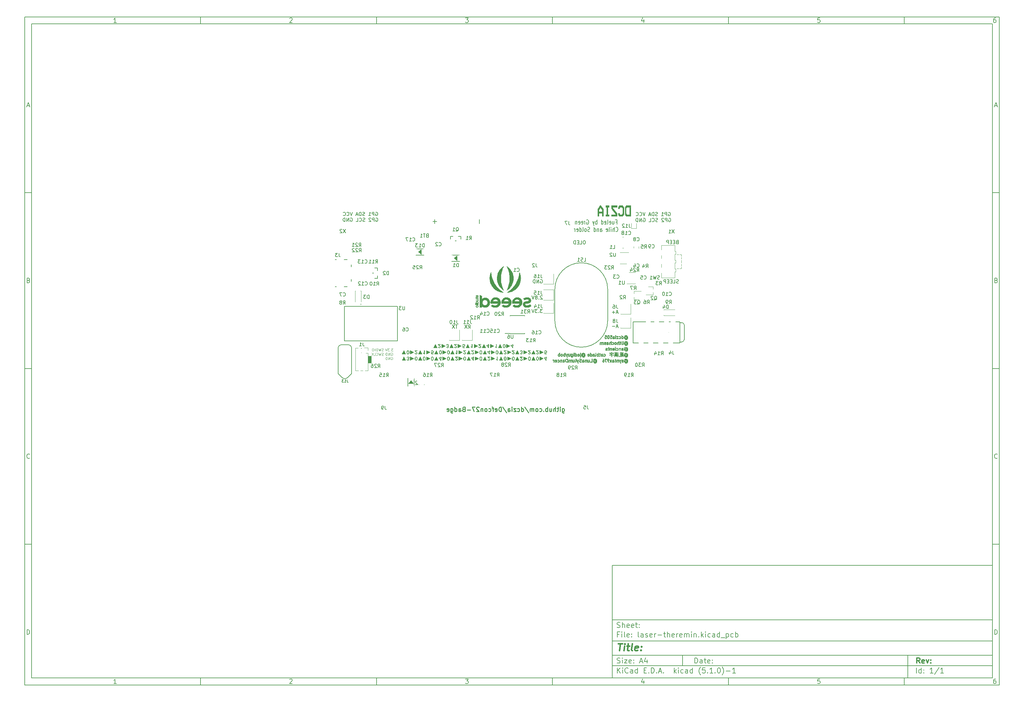
<source format=gbo>
G04 #@! TF.GenerationSoftware,KiCad,Pcbnew,(5.1.0)-1*
G04 #@! TF.CreationDate,2019-06-18T01:36:36-06:00*
G04 #@! TF.ProjectId,laser-theremin,6c617365-722d-4746-9865-72656d696e2e,rev?*
G04 #@! TF.SameCoordinates,Original*
G04 #@! TF.FileFunction,Legend,Bot*
G04 #@! TF.FilePolarity,Positive*
%FSLAX46Y46*%
G04 Gerber Fmt 4.6, Leading zero omitted, Abs format (unit mm)*
G04 Created by KiCad (PCBNEW (5.1.0)-1) date 2019-06-18 01:36:36*
%MOMM*%
%LPD*%
G04 APERTURE LIST*
%ADD10C,0.100000*%
%ADD11C,0.150000*%
%ADD12C,0.300000*%
%ADD13C,0.400000*%
%ADD14C,0.200000*%
%ADD15C,0.250000*%
%ADD16C,0.120000*%
%ADD17C,0.010000*%
%ADD18C,0.127000*%
%ADD19C,0.066040*%
%ADD20O,1.400000X1.400000*%
%ADD21R,1.400000X1.400000*%
%ADD22R,1.797000X1.797000*%
%ADD23C,2.200000*%
%ADD24O,3.600000X3.900000*%
%ADD25C,1.385520*%
%ADD26C,1.388060*%
%ADD27C,1.184860*%
%ADD28C,0.990000*%
%ADD29C,2.650000*%
%ADD30C,2.650000*%
%ADD31O,2.550000X2.150000*%
%ADD32C,1.600000*%
%ADD33C,2.400000*%
%ADD34C,4.387800*%
%ADD35R,2.400000X2.400000*%
%ADD36C,2.100000*%
%ADD37O,2.100000X2.100000*%
%ADD38R,1.600000X2.600000*%
%ADD39R,2.000000X1.800000*%
%ADD40R,1.600000X1.800000*%
%ADD41R,1.100000X2.000000*%
%ADD42R,2.900000X1.650000*%
%ADD43C,1.300000*%
%ADD44R,1.460000X1.050000*%
%ADD45C,1.375000*%
%ADD46R,1.543000X1.416000*%
%ADD47R,1.400000X1.997660*%
%ADD48O,2.550000X1.450000*%
%ADD49C,0.900000*%
%ADD50O,1.900000X0.800000*%
%ADD51R,1.750000X3.800000*%
%ADD52R,1.416000X1.543000*%
%ADD53R,1.100000X0.850000*%
%ADD54O,2.400000X1.600000*%
%ADD55R,2.900000X2.900000*%
%ADD56R,1.398220X2.647900*%
%ADD57C,1.400000*%
%ADD58R,2.100000X2.100000*%
%ADD59C,1.900000*%
%ADD60R,1.950000X1.000000*%
%ADD61R,0.900000X0.900000*%
G04 APERTURE END LIST*
D10*
D11*
X177002200Y-166007200D02*
X177002200Y-198007200D01*
X285002200Y-198007200D01*
X285002200Y-166007200D01*
X177002200Y-166007200D01*
D10*
D11*
X10000000Y-10000000D02*
X10000000Y-200007200D01*
X287002200Y-200007200D01*
X287002200Y-10000000D01*
X10000000Y-10000000D01*
D10*
D11*
X12000000Y-12000000D02*
X12000000Y-198007200D01*
X285002200Y-198007200D01*
X285002200Y-12000000D01*
X12000000Y-12000000D01*
D10*
D11*
X60000000Y-12000000D02*
X60000000Y-10000000D01*
D10*
D11*
X110000000Y-12000000D02*
X110000000Y-10000000D01*
D10*
D11*
X160000000Y-12000000D02*
X160000000Y-10000000D01*
D10*
D11*
X210000000Y-12000000D02*
X210000000Y-10000000D01*
D10*
D11*
X260000000Y-12000000D02*
X260000000Y-10000000D01*
D10*
D11*
X36065476Y-11588095D02*
X35322619Y-11588095D01*
X35694047Y-11588095D02*
X35694047Y-10288095D01*
X35570238Y-10473809D01*
X35446428Y-10597619D01*
X35322619Y-10659523D01*
D10*
D11*
X85322619Y-10411904D02*
X85384523Y-10350000D01*
X85508333Y-10288095D01*
X85817857Y-10288095D01*
X85941666Y-10350000D01*
X86003571Y-10411904D01*
X86065476Y-10535714D01*
X86065476Y-10659523D01*
X86003571Y-10845238D01*
X85260714Y-11588095D01*
X86065476Y-11588095D01*
D10*
D11*
X135260714Y-10288095D02*
X136065476Y-10288095D01*
X135632142Y-10783333D01*
X135817857Y-10783333D01*
X135941666Y-10845238D01*
X136003571Y-10907142D01*
X136065476Y-11030952D01*
X136065476Y-11340476D01*
X136003571Y-11464285D01*
X135941666Y-11526190D01*
X135817857Y-11588095D01*
X135446428Y-11588095D01*
X135322619Y-11526190D01*
X135260714Y-11464285D01*
D10*
D11*
X185941666Y-10721428D02*
X185941666Y-11588095D01*
X185632142Y-10226190D02*
X185322619Y-11154761D01*
X186127380Y-11154761D01*
D10*
D11*
X236003571Y-10288095D02*
X235384523Y-10288095D01*
X235322619Y-10907142D01*
X235384523Y-10845238D01*
X235508333Y-10783333D01*
X235817857Y-10783333D01*
X235941666Y-10845238D01*
X236003571Y-10907142D01*
X236065476Y-11030952D01*
X236065476Y-11340476D01*
X236003571Y-11464285D01*
X235941666Y-11526190D01*
X235817857Y-11588095D01*
X235508333Y-11588095D01*
X235384523Y-11526190D01*
X235322619Y-11464285D01*
D10*
D11*
X285941666Y-10288095D02*
X285694047Y-10288095D01*
X285570238Y-10350000D01*
X285508333Y-10411904D01*
X285384523Y-10597619D01*
X285322619Y-10845238D01*
X285322619Y-11340476D01*
X285384523Y-11464285D01*
X285446428Y-11526190D01*
X285570238Y-11588095D01*
X285817857Y-11588095D01*
X285941666Y-11526190D01*
X286003571Y-11464285D01*
X286065476Y-11340476D01*
X286065476Y-11030952D01*
X286003571Y-10907142D01*
X285941666Y-10845238D01*
X285817857Y-10783333D01*
X285570238Y-10783333D01*
X285446428Y-10845238D01*
X285384523Y-10907142D01*
X285322619Y-11030952D01*
D10*
D11*
X60000000Y-198007200D02*
X60000000Y-200007200D01*
D10*
D11*
X110000000Y-198007200D02*
X110000000Y-200007200D01*
D10*
D11*
X160000000Y-198007200D02*
X160000000Y-200007200D01*
D10*
D11*
X210000000Y-198007200D02*
X210000000Y-200007200D01*
D10*
D11*
X260000000Y-198007200D02*
X260000000Y-200007200D01*
D10*
D11*
X36065476Y-199595295D02*
X35322619Y-199595295D01*
X35694047Y-199595295D02*
X35694047Y-198295295D01*
X35570238Y-198481009D01*
X35446428Y-198604819D01*
X35322619Y-198666723D01*
D10*
D11*
X85322619Y-198419104D02*
X85384523Y-198357200D01*
X85508333Y-198295295D01*
X85817857Y-198295295D01*
X85941666Y-198357200D01*
X86003571Y-198419104D01*
X86065476Y-198542914D01*
X86065476Y-198666723D01*
X86003571Y-198852438D01*
X85260714Y-199595295D01*
X86065476Y-199595295D01*
D10*
D11*
X135260714Y-198295295D02*
X136065476Y-198295295D01*
X135632142Y-198790533D01*
X135817857Y-198790533D01*
X135941666Y-198852438D01*
X136003571Y-198914342D01*
X136065476Y-199038152D01*
X136065476Y-199347676D01*
X136003571Y-199471485D01*
X135941666Y-199533390D01*
X135817857Y-199595295D01*
X135446428Y-199595295D01*
X135322619Y-199533390D01*
X135260714Y-199471485D01*
D10*
D11*
X185941666Y-198728628D02*
X185941666Y-199595295D01*
X185632142Y-198233390D02*
X185322619Y-199161961D01*
X186127380Y-199161961D01*
D10*
D11*
X236003571Y-198295295D02*
X235384523Y-198295295D01*
X235322619Y-198914342D01*
X235384523Y-198852438D01*
X235508333Y-198790533D01*
X235817857Y-198790533D01*
X235941666Y-198852438D01*
X236003571Y-198914342D01*
X236065476Y-199038152D01*
X236065476Y-199347676D01*
X236003571Y-199471485D01*
X235941666Y-199533390D01*
X235817857Y-199595295D01*
X235508333Y-199595295D01*
X235384523Y-199533390D01*
X235322619Y-199471485D01*
D10*
D11*
X285941666Y-198295295D02*
X285694047Y-198295295D01*
X285570238Y-198357200D01*
X285508333Y-198419104D01*
X285384523Y-198604819D01*
X285322619Y-198852438D01*
X285322619Y-199347676D01*
X285384523Y-199471485D01*
X285446428Y-199533390D01*
X285570238Y-199595295D01*
X285817857Y-199595295D01*
X285941666Y-199533390D01*
X286003571Y-199471485D01*
X286065476Y-199347676D01*
X286065476Y-199038152D01*
X286003571Y-198914342D01*
X285941666Y-198852438D01*
X285817857Y-198790533D01*
X285570238Y-198790533D01*
X285446428Y-198852438D01*
X285384523Y-198914342D01*
X285322619Y-199038152D01*
D10*
D11*
X10000000Y-60000000D02*
X12000000Y-60000000D01*
D10*
D11*
X10000000Y-110000000D02*
X12000000Y-110000000D01*
D10*
D11*
X10000000Y-160000000D02*
X12000000Y-160000000D01*
D10*
D11*
X10690476Y-35216666D02*
X11309523Y-35216666D01*
X10566666Y-35588095D02*
X11000000Y-34288095D01*
X11433333Y-35588095D01*
D10*
D11*
X11092857Y-84907142D02*
X11278571Y-84969047D01*
X11340476Y-85030952D01*
X11402380Y-85154761D01*
X11402380Y-85340476D01*
X11340476Y-85464285D01*
X11278571Y-85526190D01*
X11154761Y-85588095D01*
X10659523Y-85588095D01*
X10659523Y-84288095D01*
X11092857Y-84288095D01*
X11216666Y-84350000D01*
X11278571Y-84411904D01*
X11340476Y-84535714D01*
X11340476Y-84659523D01*
X11278571Y-84783333D01*
X11216666Y-84845238D01*
X11092857Y-84907142D01*
X10659523Y-84907142D01*
D10*
D11*
X11402380Y-135464285D02*
X11340476Y-135526190D01*
X11154761Y-135588095D01*
X11030952Y-135588095D01*
X10845238Y-135526190D01*
X10721428Y-135402380D01*
X10659523Y-135278571D01*
X10597619Y-135030952D01*
X10597619Y-134845238D01*
X10659523Y-134597619D01*
X10721428Y-134473809D01*
X10845238Y-134350000D01*
X11030952Y-134288095D01*
X11154761Y-134288095D01*
X11340476Y-134350000D01*
X11402380Y-134411904D01*
D10*
D11*
X10659523Y-185588095D02*
X10659523Y-184288095D01*
X10969047Y-184288095D01*
X11154761Y-184350000D01*
X11278571Y-184473809D01*
X11340476Y-184597619D01*
X11402380Y-184845238D01*
X11402380Y-185030952D01*
X11340476Y-185278571D01*
X11278571Y-185402380D01*
X11154761Y-185526190D01*
X10969047Y-185588095D01*
X10659523Y-185588095D01*
D10*
D11*
X287002200Y-60000000D02*
X285002200Y-60000000D01*
D10*
D11*
X287002200Y-110000000D02*
X285002200Y-110000000D01*
D10*
D11*
X287002200Y-160000000D02*
X285002200Y-160000000D01*
D10*
D11*
X285692676Y-35216666D02*
X286311723Y-35216666D01*
X285568866Y-35588095D02*
X286002200Y-34288095D01*
X286435533Y-35588095D01*
D10*
D11*
X286095057Y-84907142D02*
X286280771Y-84969047D01*
X286342676Y-85030952D01*
X286404580Y-85154761D01*
X286404580Y-85340476D01*
X286342676Y-85464285D01*
X286280771Y-85526190D01*
X286156961Y-85588095D01*
X285661723Y-85588095D01*
X285661723Y-84288095D01*
X286095057Y-84288095D01*
X286218866Y-84350000D01*
X286280771Y-84411904D01*
X286342676Y-84535714D01*
X286342676Y-84659523D01*
X286280771Y-84783333D01*
X286218866Y-84845238D01*
X286095057Y-84907142D01*
X285661723Y-84907142D01*
D10*
D11*
X286404580Y-135464285D02*
X286342676Y-135526190D01*
X286156961Y-135588095D01*
X286033152Y-135588095D01*
X285847438Y-135526190D01*
X285723628Y-135402380D01*
X285661723Y-135278571D01*
X285599819Y-135030952D01*
X285599819Y-134845238D01*
X285661723Y-134597619D01*
X285723628Y-134473809D01*
X285847438Y-134350000D01*
X286033152Y-134288095D01*
X286156961Y-134288095D01*
X286342676Y-134350000D01*
X286404580Y-134411904D01*
D10*
D11*
X285661723Y-185588095D02*
X285661723Y-184288095D01*
X285971247Y-184288095D01*
X286156961Y-184350000D01*
X286280771Y-184473809D01*
X286342676Y-184597619D01*
X286404580Y-184845238D01*
X286404580Y-185030952D01*
X286342676Y-185278571D01*
X286280771Y-185402380D01*
X286156961Y-185526190D01*
X285971247Y-185588095D01*
X285661723Y-185588095D01*
D10*
D11*
X200434342Y-193785771D02*
X200434342Y-192285771D01*
X200791485Y-192285771D01*
X201005771Y-192357200D01*
X201148628Y-192500057D01*
X201220057Y-192642914D01*
X201291485Y-192928628D01*
X201291485Y-193142914D01*
X201220057Y-193428628D01*
X201148628Y-193571485D01*
X201005771Y-193714342D01*
X200791485Y-193785771D01*
X200434342Y-193785771D01*
X202577200Y-193785771D02*
X202577200Y-193000057D01*
X202505771Y-192857200D01*
X202362914Y-192785771D01*
X202077200Y-192785771D01*
X201934342Y-192857200D01*
X202577200Y-193714342D02*
X202434342Y-193785771D01*
X202077200Y-193785771D01*
X201934342Y-193714342D01*
X201862914Y-193571485D01*
X201862914Y-193428628D01*
X201934342Y-193285771D01*
X202077200Y-193214342D01*
X202434342Y-193214342D01*
X202577200Y-193142914D01*
X203077200Y-192785771D02*
X203648628Y-192785771D01*
X203291485Y-192285771D02*
X203291485Y-193571485D01*
X203362914Y-193714342D01*
X203505771Y-193785771D01*
X203648628Y-193785771D01*
X204720057Y-193714342D02*
X204577200Y-193785771D01*
X204291485Y-193785771D01*
X204148628Y-193714342D01*
X204077200Y-193571485D01*
X204077200Y-193000057D01*
X204148628Y-192857200D01*
X204291485Y-192785771D01*
X204577200Y-192785771D01*
X204720057Y-192857200D01*
X204791485Y-193000057D01*
X204791485Y-193142914D01*
X204077200Y-193285771D01*
X205434342Y-193642914D02*
X205505771Y-193714342D01*
X205434342Y-193785771D01*
X205362914Y-193714342D01*
X205434342Y-193642914D01*
X205434342Y-193785771D01*
X205434342Y-192857200D02*
X205505771Y-192928628D01*
X205434342Y-193000057D01*
X205362914Y-192928628D01*
X205434342Y-192857200D01*
X205434342Y-193000057D01*
D10*
D11*
X177002200Y-194507200D02*
X285002200Y-194507200D01*
D10*
D11*
X178434342Y-196585771D02*
X178434342Y-195085771D01*
X179291485Y-196585771D02*
X178648628Y-195728628D01*
X179291485Y-195085771D02*
X178434342Y-195942914D01*
X179934342Y-196585771D02*
X179934342Y-195585771D01*
X179934342Y-195085771D02*
X179862914Y-195157200D01*
X179934342Y-195228628D01*
X180005771Y-195157200D01*
X179934342Y-195085771D01*
X179934342Y-195228628D01*
X181505771Y-196442914D02*
X181434342Y-196514342D01*
X181220057Y-196585771D01*
X181077200Y-196585771D01*
X180862914Y-196514342D01*
X180720057Y-196371485D01*
X180648628Y-196228628D01*
X180577200Y-195942914D01*
X180577200Y-195728628D01*
X180648628Y-195442914D01*
X180720057Y-195300057D01*
X180862914Y-195157200D01*
X181077200Y-195085771D01*
X181220057Y-195085771D01*
X181434342Y-195157200D01*
X181505771Y-195228628D01*
X182791485Y-196585771D02*
X182791485Y-195800057D01*
X182720057Y-195657200D01*
X182577200Y-195585771D01*
X182291485Y-195585771D01*
X182148628Y-195657200D01*
X182791485Y-196514342D02*
X182648628Y-196585771D01*
X182291485Y-196585771D01*
X182148628Y-196514342D01*
X182077200Y-196371485D01*
X182077200Y-196228628D01*
X182148628Y-196085771D01*
X182291485Y-196014342D01*
X182648628Y-196014342D01*
X182791485Y-195942914D01*
X184148628Y-196585771D02*
X184148628Y-195085771D01*
X184148628Y-196514342D02*
X184005771Y-196585771D01*
X183720057Y-196585771D01*
X183577200Y-196514342D01*
X183505771Y-196442914D01*
X183434342Y-196300057D01*
X183434342Y-195871485D01*
X183505771Y-195728628D01*
X183577200Y-195657200D01*
X183720057Y-195585771D01*
X184005771Y-195585771D01*
X184148628Y-195657200D01*
X186005771Y-195800057D02*
X186505771Y-195800057D01*
X186720057Y-196585771D02*
X186005771Y-196585771D01*
X186005771Y-195085771D01*
X186720057Y-195085771D01*
X187362914Y-196442914D02*
X187434342Y-196514342D01*
X187362914Y-196585771D01*
X187291485Y-196514342D01*
X187362914Y-196442914D01*
X187362914Y-196585771D01*
X188077200Y-196585771D02*
X188077200Y-195085771D01*
X188434342Y-195085771D01*
X188648628Y-195157200D01*
X188791485Y-195300057D01*
X188862914Y-195442914D01*
X188934342Y-195728628D01*
X188934342Y-195942914D01*
X188862914Y-196228628D01*
X188791485Y-196371485D01*
X188648628Y-196514342D01*
X188434342Y-196585771D01*
X188077200Y-196585771D01*
X189577200Y-196442914D02*
X189648628Y-196514342D01*
X189577200Y-196585771D01*
X189505771Y-196514342D01*
X189577200Y-196442914D01*
X189577200Y-196585771D01*
X190220057Y-196157200D02*
X190934342Y-196157200D01*
X190077200Y-196585771D02*
X190577200Y-195085771D01*
X191077200Y-196585771D01*
X191577200Y-196442914D02*
X191648628Y-196514342D01*
X191577200Y-196585771D01*
X191505771Y-196514342D01*
X191577200Y-196442914D01*
X191577200Y-196585771D01*
X194577200Y-196585771D02*
X194577200Y-195085771D01*
X194720057Y-196014342D02*
X195148628Y-196585771D01*
X195148628Y-195585771D02*
X194577200Y-196157200D01*
X195791485Y-196585771D02*
X195791485Y-195585771D01*
X195791485Y-195085771D02*
X195720057Y-195157200D01*
X195791485Y-195228628D01*
X195862914Y-195157200D01*
X195791485Y-195085771D01*
X195791485Y-195228628D01*
X197148628Y-196514342D02*
X197005771Y-196585771D01*
X196720057Y-196585771D01*
X196577200Y-196514342D01*
X196505771Y-196442914D01*
X196434342Y-196300057D01*
X196434342Y-195871485D01*
X196505771Y-195728628D01*
X196577200Y-195657200D01*
X196720057Y-195585771D01*
X197005771Y-195585771D01*
X197148628Y-195657200D01*
X198434342Y-196585771D02*
X198434342Y-195800057D01*
X198362914Y-195657200D01*
X198220057Y-195585771D01*
X197934342Y-195585771D01*
X197791485Y-195657200D01*
X198434342Y-196514342D02*
X198291485Y-196585771D01*
X197934342Y-196585771D01*
X197791485Y-196514342D01*
X197720057Y-196371485D01*
X197720057Y-196228628D01*
X197791485Y-196085771D01*
X197934342Y-196014342D01*
X198291485Y-196014342D01*
X198434342Y-195942914D01*
X199791485Y-196585771D02*
X199791485Y-195085771D01*
X199791485Y-196514342D02*
X199648628Y-196585771D01*
X199362914Y-196585771D01*
X199220057Y-196514342D01*
X199148628Y-196442914D01*
X199077200Y-196300057D01*
X199077200Y-195871485D01*
X199148628Y-195728628D01*
X199220057Y-195657200D01*
X199362914Y-195585771D01*
X199648628Y-195585771D01*
X199791485Y-195657200D01*
X202077200Y-197157200D02*
X202005771Y-197085771D01*
X201862914Y-196871485D01*
X201791485Y-196728628D01*
X201720057Y-196514342D01*
X201648628Y-196157200D01*
X201648628Y-195871485D01*
X201720057Y-195514342D01*
X201791485Y-195300057D01*
X201862914Y-195157200D01*
X202005771Y-194942914D01*
X202077200Y-194871485D01*
X203362914Y-195085771D02*
X202648628Y-195085771D01*
X202577200Y-195800057D01*
X202648628Y-195728628D01*
X202791485Y-195657200D01*
X203148628Y-195657200D01*
X203291485Y-195728628D01*
X203362914Y-195800057D01*
X203434342Y-195942914D01*
X203434342Y-196300057D01*
X203362914Y-196442914D01*
X203291485Y-196514342D01*
X203148628Y-196585771D01*
X202791485Y-196585771D01*
X202648628Y-196514342D01*
X202577200Y-196442914D01*
X204077200Y-196442914D02*
X204148628Y-196514342D01*
X204077200Y-196585771D01*
X204005771Y-196514342D01*
X204077200Y-196442914D01*
X204077200Y-196585771D01*
X205577200Y-196585771D02*
X204720057Y-196585771D01*
X205148628Y-196585771D02*
X205148628Y-195085771D01*
X205005771Y-195300057D01*
X204862914Y-195442914D01*
X204720057Y-195514342D01*
X206220057Y-196442914D02*
X206291485Y-196514342D01*
X206220057Y-196585771D01*
X206148628Y-196514342D01*
X206220057Y-196442914D01*
X206220057Y-196585771D01*
X207220057Y-195085771D02*
X207362914Y-195085771D01*
X207505771Y-195157200D01*
X207577200Y-195228628D01*
X207648628Y-195371485D01*
X207720057Y-195657200D01*
X207720057Y-196014342D01*
X207648628Y-196300057D01*
X207577200Y-196442914D01*
X207505771Y-196514342D01*
X207362914Y-196585771D01*
X207220057Y-196585771D01*
X207077200Y-196514342D01*
X207005771Y-196442914D01*
X206934342Y-196300057D01*
X206862914Y-196014342D01*
X206862914Y-195657200D01*
X206934342Y-195371485D01*
X207005771Y-195228628D01*
X207077200Y-195157200D01*
X207220057Y-195085771D01*
X208220057Y-197157200D02*
X208291485Y-197085771D01*
X208434342Y-196871485D01*
X208505771Y-196728628D01*
X208577200Y-196514342D01*
X208648628Y-196157200D01*
X208648628Y-195871485D01*
X208577200Y-195514342D01*
X208505771Y-195300057D01*
X208434342Y-195157200D01*
X208291485Y-194942914D01*
X208220057Y-194871485D01*
X209362914Y-196014342D02*
X210505771Y-196014342D01*
X212005771Y-196585771D02*
X211148628Y-196585771D01*
X211577200Y-196585771D02*
X211577200Y-195085771D01*
X211434342Y-195300057D01*
X211291485Y-195442914D01*
X211148628Y-195514342D01*
D10*
D11*
X177002200Y-191507200D02*
X285002200Y-191507200D01*
D10*
D12*
X264411485Y-193785771D02*
X263911485Y-193071485D01*
X263554342Y-193785771D02*
X263554342Y-192285771D01*
X264125771Y-192285771D01*
X264268628Y-192357200D01*
X264340057Y-192428628D01*
X264411485Y-192571485D01*
X264411485Y-192785771D01*
X264340057Y-192928628D01*
X264268628Y-193000057D01*
X264125771Y-193071485D01*
X263554342Y-193071485D01*
X265625771Y-193714342D02*
X265482914Y-193785771D01*
X265197200Y-193785771D01*
X265054342Y-193714342D01*
X264982914Y-193571485D01*
X264982914Y-193000057D01*
X265054342Y-192857200D01*
X265197200Y-192785771D01*
X265482914Y-192785771D01*
X265625771Y-192857200D01*
X265697200Y-193000057D01*
X265697200Y-193142914D01*
X264982914Y-193285771D01*
X266197200Y-192785771D02*
X266554342Y-193785771D01*
X266911485Y-192785771D01*
X267482914Y-193642914D02*
X267554342Y-193714342D01*
X267482914Y-193785771D01*
X267411485Y-193714342D01*
X267482914Y-193642914D01*
X267482914Y-193785771D01*
X267482914Y-192857200D02*
X267554342Y-192928628D01*
X267482914Y-193000057D01*
X267411485Y-192928628D01*
X267482914Y-192857200D01*
X267482914Y-193000057D01*
D10*
D11*
X178362914Y-193714342D02*
X178577200Y-193785771D01*
X178934342Y-193785771D01*
X179077200Y-193714342D01*
X179148628Y-193642914D01*
X179220057Y-193500057D01*
X179220057Y-193357200D01*
X179148628Y-193214342D01*
X179077200Y-193142914D01*
X178934342Y-193071485D01*
X178648628Y-193000057D01*
X178505771Y-192928628D01*
X178434342Y-192857200D01*
X178362914Y-192714342D01*
X178362914Y-192571485D01*
X178434342Y-192428628D01*
X178505771Y-192357200D01*
X178648628Y-192285771D01*
X179005771Y-192285771D01*
X179220057Y-192357200D01*
X179862914Y-193785771D02*
X179862914Y-192785771D01*
X179862914Y-192285771D02*
X179791485Y-192357200D01*
X179862914Y-192428628D01*
X179934342Y-192357200D01*
X179862914Y-192285771D01*
X179862914Y-192428628D01*
X180434342Y-192785771D02*
X181220057Y-192785771D01*
X180434342Y-193785771D01*
X181220057Y-193785771D01*
X182362914Y-193714342D02*
X182220057Y-193785771D01*
X181934342Y-193785771D01*
X181791485Y-193714342D01*
X181720057Y-193571485D01*
X181720057Y-193000057D01*
X181791485Y-192857200D01*
X181934342Y-192785771D01*
X182220057Y-192785771D01*
X182362914Y-192857200D01*
X182434342Y-193000057D01*
X182434342Y-193142914D01*
X181720057Y-193285771D01*
X183077200Y-193642914D02*
X183148628Y-193714342D01*
X183077200Y-193785771D01*
X183005771Y-193714342D01*
X183077200Y-193642914D01*
X183077200Y-193785771D01*
X183077200Y-192857200D02*
X183148628Y-192928628D01*
X183077200Y-193000057D01*
X183005771Y-192928628D01*
X183077200Y-192857200D01*
X183077200Y-193000057D01*
X184862914Y-193357200D02*
X185577200Y-193357200D01*
X184720057Y-193785771D02*
X185220057Y-192285771D01*
X185720057Y-193785771D01*
X186862914Y-192785771D02*
X186862914Y-193785771D01*
X186505771Y-192214342D02*
X186148628Y-193285771D01*
X187077200Y-193285771D01*
D10*
D11*
X263434342Y-196585771D02*
X263434342Y-195085771D01*
X264791485Y-196585771D02*
X264791485Y-195085771D01*
X264791485Y-196514342D02*
X264648628Y-196585771D01*
X264362914Y-196585771D01*
X264220057Y-196514342D01*
X264148628Y-196442914D01*
X264077200Y-196300057D01*
X264077200Y-195871485D01*
X264148628Y-195728628D01*
X264220057Y-195657200D01*
X264362914Y-195585771D01*
X264648628Y-195585771D01*
X264791485Y-195657200D01*
X265505771Y-196442914D02*
X265577200Y-196514342D01*
X265505771Y-196585771D01*
X265434342Y-196514342D01*
X265505771Y-196442914D01*
X265505771Y-196585771D01*
X265505771Y-195657200D02*
X265577200Y-195728628D01*
X265505771Y-195800057D01*
X265434342Y-195728628D01*
X265505771Y-195657200D01*
X265505771Y-195800057D01*
X268148628Y-196585771D02*
X267291485Y-196585771D01*
X267720057Y-196585771D02*
X267720057Y-195085771D01*
X267577200Y-195300057D01*
X267434342Y-195442914D01*
X267291485Y-195514342D01*
X269862914Y-195014342D02*
X268577200Y-196942914D01*
X271148628Y-196585771D02*
X270291485Y-196585771D01*
X270720057Y-196585771D02*
X270720057Y-195085771D01*
X270577200Y-195300057D01*
X270434342Y-195442914D01*
X270291485Y-195514342D01*
D10*
D11*
X177002200Y-187507200D02*
X285002200Y-187507200D01*
D10*
D13*
X178714580Y-188211961D02*
X179857438Y-188211961D01*
X179036009Y-190211961D02*
X179286009Y-188211961D01*
X180274104Y-190211961D02*
X180440771Y-188878628D01*
X180524104Y-188211961D02*
X180416961Y-188307200D01*
X180500295Y-188402438D01*
X180607438Y-188307200D01*
X180524104Y-188211961D01*
X180500295Y-188402438D01*
X181107438Y-188878628D02*
X181869342Y-188878628D01*
X181476485Y-188211961D02*
X181262200Y-189926247D01*
X181333628Y-190116723D01*
X181512200Y-190211961D01*
X181702676Y-190211961D01*
X182655057Y-190211961D02*
X182476485Y-190116723D01*
X182405057Y-189926247D01*
X182619342Y-188211961D01*
X184190771Y-190116723D02*
X183988390Y-190211961D01*
X183607438Y-190211961D01*
X183428866Y-190116723D01*
X183357438Y-189926247D01*
X183452676Y-189164342D01*
X183571723Y-188973866D01*
X183774104Y-188878628D01*
X184155057Y-188878628D01*
X184333628Y-188973866D01*
X184405057Y-189164342D01*
X184381247Y-189354819D01*
X183405057Y-189545295D01*
X185155057Y-190021485D02*
X185238390Y-190116723D01*
X185131247Y-190211961D01*
X185047914Y-190116723D01*
X185155057Y-190021485D01*
X185131247Y-190211961D01*
X185286009Y-188973866D02*
X185369342Y-189069104D01*
X185262200Y-189164342D01*
X185178866Y-189069104D01*
X185286009Y-188973866D01*
X185262200Y-189164342D01*
D10*
D11*
X178934342Y-185600057D02*
X178434342Y-185600057D01*
X178434342Y-186385771D02*
X178434342Y-184885771D01*
X179148628Y-184885771D01*
X179720057Y-186385771D02*
X179720057Y-185385771D01*
X179720057Y-184885771D02*
X179648628Y-184957200D01*
X179720057Y-185028628D01*
X179791485Y-184957200D01*
X179720057Y-184885771D01*
X179720057Y-185028628D01*
X180648628Y-186385771D02*
X180505771Y-186314342D01*
X180434342Y-186171485D01*
X180434342Y-184885771D01*
X181791485Y-186314342D02*
X181648628Y-186385771D01*
X181362914Y-186385771D01*
X181220057Y-186314342D01*
X181148628Y-186171485D01*
X181148628Y-185600057D01*
X181220057Y-185457200D01*
X181362914Y-185385771D01*
X181648628Y-185385771D01*
X181791485Y-185457200D01*
X181862914Y-185600057D01*
X181862914Y-185742914D01*
X181148628Y-185885771D01*
X182505771Y-186242914D02*
X182577200Y-186314342D01*
X182505771Y-186385771D01*
X182434342Y-186314342D01*
X182505771Y-186242914D01*
X182505771Y-186385771D01*
X182505771Y-185457200D02*
X182577200Y-185528628D01*
X182505771Y-185600057D01*
X182434342Y-185528628D01*
X182505771Y-185457200D01*
X182505771Y-185600057D01*
X184577200Y-186385771D02*
X184434342Y-186314342D01*
X184362914Y-186171485D01*
X184362914Y-184885771D01*
X185791485Y-186385771D02*
X185791485Y-185600057D01*
X185720057Y-185457200D01*
X185577200Y-185385771D01*
X185291485Y-185385771D01*
X185148628Y-185457200D01*
X185791485Y-186314342D02*
X185648628Y-186385771D01*
X185291485Y-186385771D01*
X185148628Y-186314342D01*
X185077200Y-186171485D01*
X185077200Y-186028628D01*
X185148628Y-185885771D01*
X185291485Y-185814342D01*
X185648628Y-185814342D01*
X185791485Y-185742914D01*
X186434342Y-186314342D02*
X186577200Y-186385771D01*
X186862914Y-186385771D01*
X187005771Y-186314342D01*
X187077200Y-186171485D01*
X187077200Y-186100057D01*
X187005771Y-185957200D01*
X186862914Y-185885771D01*
X186648628Y-185885771D01*
X186505771Y-185814342D01*
X186434342Y-185671485D01*
X186434342Y-185600057D01*
X186505771Y-185457200D01*
X186648628Y-185385771D01*
X186862914Y-185385771D01*
X187005771Y-185457200D01*
X188291485Y-186314342D02*
X188148628Y-186385771D01*
X187862914Y-186385771D01*
X187720057Y-186314342D01*
X187648628Y-186171485D01*
X187648628Y-185600057D01*
X187720057Y-185457200D01*
X187862914Y-185385771D01*
X188148628Y-185385771D01*
X188291485Y-185457200D01*
X188362914Y-185600057D01*
X188362914Y-185742914D01*
X187648628Y-185885771D01*
X189005771Y-186385771D02*
X189005771Y-185385771D01*
X189005771Y-185671485D02*
X189077200Y-185528628D01*
X189148628Y-185457200D01*
X189291485Y-185385771D01*
X189434342Y-185385771D01*
X189934342Y-185814342D02*
X191077200Y-185814342D01*
X191577200Y-185385771D02*
X192148628Y-185385771D01*
X191791485Y-184885771D02*
X191791485Y-186171485D01*
X191862914Y-186314342D01*
X192005771Y-186385771D01*
X192148628Y-186385771D01*
X192648628Y-186385771D02*
X192648628Y-184885771D01*
X193291485Y-186385771D02*
X193291485Y-185600057D01*
X193220057Y-185457200D01*
X193077200Y-185385771D01*
X192862914Y-185385771D01*
X192720057Y-185457200D01*
X192648628Y-185528628D01*
X194577200Y-186314342D02*
X194434342Y-186385771D01*
X194148628Y-186385771D01*
X194005771Y-186314342D01*
X193934342Y-186171485D01*
X193934342Y-185600057D01*
X194005771Y-185457200D01*
X194148628Y-185385771D01*
X194434342Y-185385771D01*
X194577200Y-185457200D01*
X194648628Y-185600057D01*
X194648628Y-185742914D01*
X193934342Y-185885771D01*
X195291485Y-186385771D02*
X195291485Y-185385771D01*
X195291485Y-185671485D02*
X195362914Y-185528628D01*
X195434342Y-185457200D01*
X195577200Y-185385771D01*
X195720057Y-185385771D01*
X196791485Y-186314342D02*
X196648628Y-186385771D01*
X196362914Y-186385771D01*
X196220057Y-186314342D01*
X196148628Y-186171485D01*
X196148628Y-185600057D01*
X196220057Y-185457200D01*
X196362914Y-185385771D01*
X196648628Y-185385771D01*
X196791485Y-185457200D01*
X196862914Y-185600057D01*
X196862914Y-185742914D01*
X196148628Y-185885771D01*
X197505771Y-186385771D02*
X197505771Y-185385771D01*
X197505771Y-185528628D02*
X197577200Y-185457200D01*
X197720057Y-185385771D01*
X197934342Y-185385771D01*
X198077200Y-185457200D01*
X198148628Y-185600057D01*
X198148628Y-186385771D01*
X198148628Y-185600057D02*
X198220057Y-185457200D01*
X198362914Y-185385771D01*
X198577200Y-185385771D01*
X198720057Y-185457200D01*
X198791485Y-185600057D01*
X198791485Y-186385771D01*
X199505771Y-186385771D02*
X199505771Y-185385771D01*
X199505771Y-184885771D02*
X199434342Y-184957200D01*
X199505771Y-185028628D01*
X199577200Y-184957200D01*
X199505771Y-184885771D01*
X199505771Y-185028628D01*
X200220057Y-185385771D02*
X200220057Y-186385771D01*
X200220057Y-185528628D02*
X200291485Y-185457200D01*
X200434342Y-185385771D01*
X200648628Y-185385771D01*
X200791485Y-185457200D01*
X200862914Y-185600057D01*
X200862914Y-186385771D01*
X201577200Y-186242914D02*
X201648628Y-186314342D01*
X201577200Y-186385771D01*
X201505771Y-186314342D01*
X201577200Y-186242914D01*
X201577200Y-186385771D01*
X202291485Y-186385771D02*
X202291485Y-184885771D01*
X202434342Y-185814342D02*
X202862914Y-186385771D01*
X202862914Y-185385771D02*
X202291485Y-185957200D01*
X203505771Y-186385771D02*
X203505771Y-185385771D01*
X203505771Y-184885771D02*
X203434342Y-184957200D01*
X203505771Y-185028628D01*
X203577200Y-184957200D01*
X203505771Y-184885771D01*
X203505771Y-185028628D01*
X204862914Y-186314342D02*
X204720057Y-186385771D01*
X204434342Y-186385771D01*
X204291485Y-186314342D01*
X204220057Y-186242914D01*
X204148628Y-186100057D01*
X204148628Y-185671485D01*
X204220057Y-185528628D01*
X204291485Y-185457200D01*
X204434342Y-185385771D01*
X204720057Y-185385771D01*
X204862914Y-185457200D01*
X206148628Y-186385771D02*
X206148628Y-185600057D01*
X206077200Y-185457200D01*
X205934342Y-185385771D01*
X205648628Y-185385771D01*
X205505771Y-185457200D01*
X206148628Y-186314342D02*
X206005771Y-186385771D01*
X205648628Y-186385771D01*
X205505771Y-186314342D01*
X205434342Y-186171485D01*
X205434342Y-186028628D01*
X205505771Y-185885771D01*
X205648628Y-185814342D01*
X206005771Y-185814342D01*
X206148628Y-185742914D01*
X207505771Y-186385771D02*
X207505771Y-184885771D01*
X207505771Y-186314342D02*
X207362914Y-186385771D01*
X207077200Y-186385771D01*
X206934342Y-186314342D01*
X206862914Y-186242914D01*
X206791485Y-186100057D01*
X206791485Y-185671485D01*
X206862914Y-185528628D01*
X206934342Y-185457200D01*
X207077200Y-185385771D01*
X207362914Y-185385771D01*
X207505771Y-185457200D01*
X207862914Y-186528628D02*
X209005771Y-186528628D01*
X209362914Y-185385771D02*
X209362914Y-186885771D01*
X209362914Y-185457200D02*
X209505771Y-185385771D01*
X209791485Y-185385771D01*
X209934342Y-185457200D01*
X210005771Y-185528628D01*
X210077200Y-185671485D01*
X210077200Y-186100057D01*
X210005771Y-186242914D01*
X209934342Y-186314342D01*
X209791485Y-186385771D01*
X209505771Y-186385771D01*
X209362914Y-186314342D01*
X211362914Y-186314342D02*
X211220057Y-186385771D01*
X210934342Y-186385771D01*
X210791485Y-186314342D01*
X210720057Y-186242914D01*
X210648628Y-186100057D01*
X210648628Y-185671485D01*
X210720057Y-185528628D01*
X210791485Y-185457200D01*
X210934342Y-185385771D01*
X211220057Y-185385771D01*
X211362914Y-185457200D01*
X212005771Y-186385771D02*
X212005771Y-184885771D01*
X212005771Y-185457200D02*
X212148628Y-185385771D01*
X212434342Y-185385771D01*
X212577200Y-185457200D01*
X212648628Y-185528628D01*
X212720057Y-185671485D01*
X212720057Y-186100057D01*
X212648628Y-186242914D01*
X212577200Y-186314342D01*
X212434342Y-186385771D01*
X212148628Y-186385771D01*
X212005771Y-186314342D01*
D10*
D11*
X177002200Y-181507200D02*
X285002200Y-181507200D01*
D10*
D11*
X178362914Y-183614342D02*
X178577200Y-183685771D01*
X178934342Y-183685771D01*
X179077200Y-183614342D01*
X179148628Y-183542914D01*
X179220057Y-183400057D01*
X179220057Y-183257200D01*
X179148628Y-183114342D01*
X179077200Y-183042914D01*
X178934342Y-182971485D01*
X178648628Y-182900057D01*
X178505771Y-182828628D01*
X178434342Y-182757200D01*
X178362914Y-182614342D01*
X178362914Y-182471485D01*
X178434342Y-182328628D01*
X178505771Y-182257200D01*
X178648628Y-182185771D01*
X179005771Y-182185771D01*
X179220057Y-182257200D01*
X179862914Y-183685771D02*
X179862914Y-182185771D01*
X180505771Y-183685771D02*
X180505771Y-182900057D01*
X180434342Y-182757200D01*
X180291485Y-182685771D01*
X180077200Y-182685771D01*
X179934342Y-182757200D01*
X179862914Y-182828628D01*
X181791485Y-183614342D02*
X181648628Y-183685771D01*
X181362914Y-183685771D01*
X181220057Y-183614342D01*
X181148628Y-183471485D01*
X181148628Y-182900057D01*
X181220057Y-182757200D01*
X181362914Y-182685771D01*
X181648628Y-182685771D01*
X181791485Y-182757200D01*
X181862914Y-182900057D01*
X181862914Y-183042914D01*
X181148628Y-183185771D01*
X183077200Y-183614342D02*
X182934342Y-183685771D01*
X182648628Y-183685771D01*
X182505771Y-183614342D01*
X182434342Y-183471485D01*
X182434342Y-182900057D01*
X182505771Y-182757200D01*
X182648628Y-182685771D01*
X182934342Y-182685771D01*
X183077200Y-182757200D01*
X183148628Y-182900057D01*
X183148628Y-183042914D01*
X182434342Y-183185771D01*
X183577200Y-182685771D02*
X184148628Y-182685771D01*
X183791485Y-182185771D02*
X183791485Y-183471485D01*
X183862914Y-183614342D01*
X184005771Y-183685771D01*
X184148628Y-183685771D01*
X184648628Y-183542914D02*
X184720057Y-183614342D01*
X184648628Y-183685771D01*
X184577200Y-183614342D01*
X184648628Y-183542914D01*
X184648628Y-183685771D01*
X184648628Y-182757200D02*
X184720057Y-182828628D01*
X184648628Y-182900057D01*
X184577200Y-182828628D01*
X184648628Y-182757200D01*
X184648628Y-182900057D01*
D10*
D11*
X197002200Y-191507200D02*
X197002200Y-194507200D01*
D10*
D11*
X261002200Y-191507200D02*
X261002200Y-198007200D01*
X195795238Y-85674761D02*
X195652380Y-85722380D01*
X195414285Y-85722380D01*
X195319047Y-85674761D01*
X195271428Y-85627142D01*
X195223809Y-85531904D01*
X195223809Y-85436666D01*
X195271428Y-85341428D01*
X195319047Y-85293809D01*
X195414285Y-85246190D01*
X195604761Y-85198571D01*
X195700000Y-85150952D01*
X195747619Y-85103333D01*
X195795238Y-85008095D01*
X195795238Y-84912857D01*
X195747619Y-84817619D01*
X195700000Y-84770000D01*
X195604761Y-84722380D01*
X195366666Y-84722380D01*
X195223809Y-84770000D01*
X194319047Y-85722380D02*
X194795238Y-85722380D01*
X194795238Y-84722380D01*
X193985714Y-85198571D02*
X193652380Y-85198571D01*
X193509523Y-85722380D02*
X193985714Y-85722380D01*
X193985714Y-84722380D01*
X193509523Y-84722380D01*
X193080952Y-85198571D02*
X192747619Y-85198571D01*
X192604761Y-85722380D02*
X193080952Y-85722380D01*
X193080952Y-84722380D01*
X192604761Y-84722380D01*
X192176190Y-85722380D02*
X192176190Y-84722380D01*
X191795238Y-84722380D01*
X191700000Y-84770000D01*
X191652380Y-84817619D01*
X191604761Y-84912857D01*
X191604761Y-85055714D01*
X191652380Y-85150952D01*
X191700000Y-85198571D01*
X191795238Y-85246190D01*
X192176190Y-85246190D01*
X195423333Y-74018571D02*
X195280476Y-74066190D01*
X195232857Y-74113809D01*
X195185238Y-74209047D01*
X195185238Y-74351904D01*
X195232857Y-74447142D01*
X195280476Y-74494761D01*
X195375714Y-74542380D01*
X195756666Y-74542380D01*
X195756666Y-73542380D01*
X195423333Y-73542380D01*
X195328095Y-73590000D01*
X195280476Y-73637619D01*
X195232857Y-73732857D01*
X195232857Y-73828095D01*
X195280476Y-73923333D01*
X195328095Y-73970952D01*
X195423333Y-74018571D01*
X195756666Y-74018571D01*
X194756666Y-74018571D02*
X194423333Y-74018571D01*
X194280476Y-74542380D02*
X194756666Y-74542380D01*
X194756666Y-73542380D01*
X194280476Y-73542380D01*
X193851904Y-74018571D02*
X193518571Y-74018571D01*
X193375714Y-74542380D02*
X193851904Y-74542380D01*
X193851904Y-73542380D01*
X193375714Y-73542380D01*
X192947142Y-74542380D02*
X192947142Y-73542380D01*
X192566190Y-73542380D01*
X192470952Y-73590000D01*
X192423333Y-73637619D01*
X192375714Y-73732857D01*
X192375714Y-73875714D01*
X192423333Y-73970952D01*
X192470952Y-74018571D01*
X192566190Y-74066190D01*
X192947142Y-74066190D01*
X192959523Y-65625000D02*
X193054761Y-65577380D01*
X193197619Y-65577380D01*
X193340476Y-65625000D01*
X193435714Y-65720238D01*
X193483333Y-65815476D01*
X193530952Y-66005952D01*
X193530952Y-66148809D01*
X193483333Y-66339285D01*
X193435714Y-66434523D01*
X193340476Y-66529761D01*
X193197619Y-66577380D01*
X193102380Y-66577380D01*
X192959523Y-66529761D01*
X192911904Y-66482142D01*
X192911904Y-66148809D01*
X193102380Y-66148809D01*
X192483333Y-66577380D02*
X192483333Y-65577380D01*
X192102380Y-65577380D01*
X192007142Y-65625000D01*
X191959523Y-65672619D01*
X191911904Y-65767857D01*
X191911904Y-65910714D01*
X191959523Y-66005952D01*
X192007142Y-66053571D01*
X192102380Y-66101190D01*
X192483333Y-66101190D01*
X190959523Y-66577380D02*
X191530952Y-66577380D01*
X191245238Y-66577380D02*
X191245238Y-65577380D01*
X191340476Y-65720238D01*
X191435714Y-65815476D01*
X191530952Y-65863095D01*
X189816666Y-66529761D02*
X189673809Y-66577380D01*
X189435714Y-66577380D01*
X189340476Y-66529761D01*
X189292857Y-66482142D01*
X189245238Y-66386904D01*
X189245238Y-66291666D01*
X189292857Y-66196428D01*
X189340476Y-66148809D01*
X189435714Y-66101190D01*
X189626190Y-66053571D01*
X189721428Y-66005952D01*
X189769047Y-65958333D01*
X189816666Y-65863095D01*
X189816666Y-65767857D01*
X189769047Y-65672619D01*
X189721428Y-65625000D01*
X189626190Y-65577380D01*
X189388095Y-65577380D01*
X189245238Y-65625000D01*
X188816666Y-66577380D02*
X188816666Y-65577380D01*
X188578571Y-65577380D01*
X188435714Y-65625000D01*
X188340476Y-65720238D01*
X188292857Y-65815476D01*
X188245238Y-66005952D01*
X188245238Y-66148809D01*
X188292857Y-66339285D01*
X188340476Y-66434523D01*
X188435714Y-66529761D01*
X188578571Y-66577380D01*
X188816666Y-66577380D01*
X187864285Y-66291666D02*
X187388095Y-66291666D01*
X187959523Y-66577380D02*
X187626190Y-65577380D01*
X187292857Y-66577380D01*
X186340476Y-65577380D02*
X186007142Y-66577380D01*
X185673809Y-65577380D01*
X184769047Y-66482142D02*
X184816666Y-66529761D01*
X184959523Y-66577380D01*
X185054761Y-66577380D01*
X185197619Y-66529761D01*
X185292857Y-66434523D01*
X185340476Y-66339285D01*
X185388095Y-66148809D01*
X185388095Y-66005952D01*
X185340476Y-65815476D01*
X185292857Y-65720238D01*
X185197619Y-65625000D01*
X185054761Y-65577380D01*
X184959523Y-65577380D01*
X184816666Y-65625000D01*
X184769047Y-65672619D01*
X183769047Y-66482142D02*
X183816666Y-66529761D01*
X183959523Y-66577380D01*
X184054761Y-66577380D01*
X184197619Y-66529761D01*
X184292857Y-66434523D01*
X184340476Y-66339285D01*
X184388095Y-66148809D01*
X184388095Y-66005952D01*
X184340476Y-65815476D01*
X184292857Y-65720238D01*
X184197619Y-65625000D01*
X184054761Y-65577380D01*
X183959523Y-65577380D01*
X183816666Y-65625000D01*
X183769047Y-65672619D01*
X193030952Y-67275000D02*
X193126190Y-67227380D01*
X193269047Y-67227380D01*
X193411904Y-67275000D01*
X193507142Y-67370238D01*
X193554761Y-67465476D01*
X193602380Y-67655952D01*
X193602380Y-67798809D01*
X193554761Y-67989285D01*
X193507142Y-68084523D01*
X193411904Y-68179761D01*
X193269047Y-68227380D01*
X193173809Y-68227380D01*
X193030952Y-68179761D01*
X192983333Y-68132142D01*
X192983333Y-67798809D01*
X193173809Y-67798809D01*
X192554761Y-68227380D02*
X192554761Y-67227380D01*
X192173809Y-67227380D01*
X192078571Y-67275000D01*
X192030952Y-67322619D01*
X191983333Y-67417857D01*
X191983333Y-67560714D01*
X192030952Y-67655952D01*
X192078571Y-67703571D01*
X192173809Y-67751190D01*
X192554761Y-67751190D01*
X191602380Y-67322619D02*
X191554761Y-67275000D01*
X191459523Y-67227380D01*
X191221428Y-67227380D01*
X191126190Y-67275000D01*
X191078571Y-67322619D01*
X191030952Y-67417857D01*
X191030952Y-67513095D01*
X191078571Y-67655952D01*
X191650000Y-68227380D01*
X191030952Y-68227380D01*
X189888095Y-68179761D02*
X189745238Y-68227380D01*
X189507142Y-68227380D01*
X189411904Y-68179761D01*
X189364285Y-68132142D01*
X189316666Y-68036904D01*
X189316666Y-67941666D01*
X189364285Y-67846428D01*
X189411904Y-67798809D01*
X189507142Y-67751190D01*
X189697619Y-67703571D01*
X189792857Y-67655952D01*
X189840476Y-67608333D01*
X189888095Y-67513095D01*
X189888095Y-67417857D01*
X189840476Y-67322619D01*
X189792857Y-67275000D01*
X189697619Y-67227380D01*
X189459523Y-67227380D01*
X189316666Y-67275000D01*
X188316666Y-68132142D02*
X188364285Y-68179761D01*
X188507142Y-68227380D01*
X188602380Y-68227380D01*
X188745238Y-68179761D01*
X188840476Y-68084523D01*
X188888095Y-67989285D01*
X188935714Y-67798809D01*
X188935714Y-67655952D01*
X188888095Y-67465476D01*
X188840476Y-67370238D01*
X188745238Y-67275000D01*
X188602380Y-67227380D01*
X188507142Y-67227380D01*
X188364285Y-67275000D01*
X188316666Y-67322619D01*
X187411904Y-68227380D02*
X187888095Y-68227380D01*
X187888095Y-67227380D01*
X185792857Y-67275000D02*
X185888095Y-67227380D01*
X186030952Y-67227380D01*
X186173809Y-67275000D01*
X186269047Y-67370238D01*
X186316666Y-67465476D01*
X186364285Y-67655952D01*
X186364285Y-67798809D01*
X186316666Y-67989285D01*
X186269047Y-68084523D01*
X186173809Y-68179761D01*
X186030952Y-68227380D01*
X185935714Y-68227380D01*
X185792857Y-68179761D01*
X185745238Y-68132142D01*
X185745238Y-67798809D01*
X185935714Y-67798809D01*
X185316666Y-68227380D02*
X185316666Y-67227380D01*
X184745238Y-68227380D01*
X184745238Y-67227380D01*
X184269047Y-68227380D02*
X184269047Y-67227380D01*
X184030952Y-67227380D01*
X183888095Y-67275000D01*
X183792857Y-67370238D01*
X183745238Y-67465476D01*
X183697619Y-67655952D01*
X183697619Y-67798809D01*
X183745238Y-67989285D01*
X183792857Y-68084523D01*
X183888095Y-68179761D01*
X184030952Y-68227380D01*
X184269047Y-68227380D01*
X109749523Y-65575000D02*
X109844761Y-65527380D01*
X109987619Y-65527380D01*
X110130476Y-65575000D01*
X110225714Y-65670238D01*
X110273333Y-65765476D01*
X110320952Y-65955952D01*
X110320952Y-66098809D01*
X110273333Y-66289285D01*
X110225714Y-66384523D01*
X110130476Y-66479761D01*
X109987619Y-66527380D01*
X109892380Y-66527380D01*
X109749523Y-66479761D01*
X109701904Y-66432142D01*
X109701904Y-66098809D01*
X109892380Y-66098809D01*
X109273333Y-66527380D02*
X109273333Y-65527380D01*
X108892380Y-65527380D01*
X108797142Y-65575000D01*
X108749523Y-65622619D01*
X108701904Y-65717857D01*
X108701904Y-65860714D01*
X108749523Y-65955952D01*
X108797142Y-66003571D01*
X108892380Y-66051190D01*
X109273333Y-66051190D01*
X107749523Y-66527380D02*
X108320952Y-66527380D01*
X108035238Y-66527380D02*
X108035238Y-65527380D01*
X108130476Y-65670238D01*
X108225714Y-65765476D01*
X108320952Y-65813095D01*
X106606666Y-66479761D02*
X106463809Y-66527380D01*
X106225714Y-66527380D01*
X106130476Y-66479761D01*
X106082857Y-66432142D01*
X106035238Y-66336904D01*
X106035238Y-66241666D01*
X106082857Y-66146428D01*
X106130476Y-66098809D01*
X106225714Y-66051190D01*
X106416190Y-66003571D01*
X106511428Y-65955952D01*
X106559047Y-65908333D01*
X106606666Y-65813095D01*
X106606666Y-65717857D01*
X106559047Y-65622619D01*
X106511428Y-65575000D01*
X106416190Y-65527380D01*
X106178095Y-65527380D01*
X106035238Y-65575000D01*
X105606666Y-66527380D02*
X105606666Y-65527380D01*
X105368571Y-65527380D01*
X105225714Y-65575000D01*
X105130476Y-65670238D01*
X105082857Y-65765476D01*
X105035238Y-65955952D01*
X105035238Y-66098809D01*
X105082857Y-66289285D01*
X105130476Y-66384523D01*
X105225714Y-66479761D01*
X105368571Y-66527380D01*
X105606666Y-66527380D01*
X104654285Y-66241666D02*
X104178095Y-66241666D01*
X104749523Y-66527380D02*
X104416190Y-65527380D01*
X104082857Y-66527380D01*
X103130476Y-65527380D02*
X102797142Y-66527380D01*
X102463809Y-65527380D01*
X101559047Y-66432142D02*
X101606666Y-66479761D01*
X101749523Y-66527380D01*
X101844761Y-66527380D01*
X101987619Y-66479761D01*
X102082857Y-66384523D01*
X102130476Y-66289285D01*
X102178095Y-66098809D01*
X102178095Y-65955952D01*
X102130476Y-65765476D01*
X102082857Y-65670238D01*
X101987619Y-65575000D01*
X101844761Y-65527380D01*
X101749523Y-65527380D01*
X101606666Y-65575000D01*
X101559047Y-65622619D01*
X100559047Y-66432142D02*
X100606666Y-66479761D01*
X100749523Y-66527380D01*
X100844761Y-66527380D01*
X100987619Y-66479761D01*
X101082857Y-66384523D01*
X101130476Y-66289285D01*
X101178095Y-66098809D01*
X101178095Y-65955952D01*
X101130476Y-65765476D01*
X101082857Y-65670238D01*
X100987619Y-65575000D01*
X100844761Y-65527380D01*
X100749523Y-65527380D01*
X100606666Y-65575000D01*
X100559047Y-65622619D01*
X109820952Y-67225000D02*
X109916190Y-67177380D01*
X110059047Y-67177380D01*
X110201904Y-67225000D01*
X110297142Y-67320238D01*
X110344761Y-67415476D01*
X110392380Y-67605952D01*
X110392380Y-67748809D01*
X110344761Y-67939285D01*
X110297142Y-68034523D01*
X110201904Y-68129761D01*
X110059047Y-68177380D01*
X109963809Y-68177380D01*
X109820952Y-68129761D01*
X109773333Y-68082142D01*
X109773333Y-67748809D01*
X109963809Y-67748809D01*
X109344761Y-68177380D02*
X109344761Y-67177380D01*
X108963809Y-67177380D01*
X108868571Y-67225000D01*
X108820952Y-67272619D01*
X108773333Y-67367857D01*
X108773333Y-67510714D01*
X108820952Y-67605952D01*
X108868571Y-67653571D01*
X108963809Y-67701190D01*
X109344761Y-67701190D01*
X108392380Y-67272619D02*
X108344761Y-67225000D01*
X108249523Y-67177380D01*
X108011428Y-67177380D01*
X107916190Y-67225000D01*
X107868571Y-67272619D01*
X107820952Y-67367857D01*
X107820952Y-67463095D01*
X107868571Y-67605952D01*
X108440000Y-68177380D01*
X107820952Y-68177380D01*
X106678095Y-68129761D02*
X106535238Y-68177380D01*
X106297142Y-68177380D01*
X106201904Y-68129761D01*
X106154285Y-68082142D01*
X106106666Y-67986904D01*
X106106666Y-67891666D01*
X106154285Y-67796428D01*
X106201904Y-67748809D01*
X106297142Y-67701190D01*
X106487619Y-67653571D01*
X106582857Y-67605952D01*
X106630476Y-67558333D01*
X106678095Y-67463095D01*
X106678095Y-67367857D01*
X106630476Y-67272619D01*
X106582857Y-67225000D01*
X106487619Y-67177380D01*
X106249523Y-67177380D01*
X106106666Y-67225000D01*
X105106666Y-68082142D02*
X105154285Y-68129761D01*
X105297142Y-68177380D01*
X105392380Y-68177380D01*
X105535238Y-68129761D01*
X105630476Y-68034523D01*
X105678095Y-67939285D01*
X105725714Y-67748809D01*
X105725714Y-67605952D01*
X105678095Y-67415476D01*
X105630476Y-67320238D01*
X105535238Y-67225000D01*
X105392380Y-67177380D01*
X105297142Y-67177380D01*
X105154285Y-67225000D01*
X105106666Y-67272619D01*
X104201904Y-68177380D02*
X104678095Y-68177380D01*
X104678095Y-67177380D01*
X102582857Y-67225000D02*
X102678095Y-67177380D01*
X102820952Y-67177380D01*
X102963809Y-67225000D01*
X103059047Y-67320238D01*
X103106666Y-67415476D01*
X103154285Y-67605952D01*
X103154285Y-67748809D01*
X103106666Y-67939285D01*
X103059047Y-68034523D01*
X102963809Y-68129761D01*
X102820952Y-68177380D01*
X102725714Y-68177380D01*
X102582857Y-68129761D01*
X102535238Y-68082142D01*
X102535238Y-67748809D01*
X102725714Y-67748809D01*
X102106666Y-68177380D02*
X102106666Y-67177380D01*
X101535238Y-68177380D01*
X101535238Y-67177380D01*
X101059047Y-68177380D02*
X101059047Y-67177380D01*
X100820952Y-67177380D01*
X100678095Y-67225000D01*
X100582857Y-67320238D01*
X100535238Y-67415476D01*
X100487619Y-67605952D01*
X100487619Y-67748809D01*
X100535238Y-67939285D01*
X100582857Y-68034523D01*
X100678095Y-68129761D01*
X100820952Y-68177380D01*
X101059047Y-68177380D01*
X156581904Y-84730000D02*
X156677142Y-84682380D01*
X156820000Y-84682380D01*
X156962857Y-84730000D01*
X157058095Y-84825238D01*
X157105714Y-84920476D01*
X157153333Y-85110952D01*
X157153333Y-85253809D01*
X157105714Y-85444285D01*
X157058095Y-85539523D01*
X156962857Y-85634761D01*
X156820000Y-85682380D01*
X156724761Y-85682380D01*
X156581904Y-85634761D01*
X156534285Y-85587142D01*
X156534285Y-85253809D01*
X156724761Y-85253809D01*
X156105714Y-85682380D02*
X156105714Y-84682380D01*
X155534285Y-85682380D01*
X155534285Y-84682380D01*
X155058095Y-85682380D02*
X155058095Y-84682380D01*
X154820000Y-84682380D01*
X154677142Y-84730000D01*
X154581904Y-84825238D01*
X154534285Y-84920476D01*
X154486666Y-85110952D01*
X154486666Y-85253809D01*
X154534285Y-85444285D01*
X154581904Y-85539523D01*
X154677142Y-85634761D01*
X154820000Y-85682380D01*
X155058095Y-85682380D01*
X157108571Y-89357619D02*
X157060952Y-89310000D01*
X156965714Y-89262380D01*
X156727619Y-89262380D01*
X156632380Y-89310000D01*
X156584761Y-89357619D01*
X156537142Y-89452857D01*
X156537142Y-89548095D01*
X156584761Y-89690952D01*
X157156190Y-90262380D01*
X156537142Y-90262380D01*
X156108571Y-90167142D02*
X156060952Y-90214761D01*
X156108571Y-90262380D01*
X156156190Y-90214761D01*
X156108571Y-90167142D01*
X156108571Y-90262380D01*
X155489523Y-89690952D02*
X155584761Y-89643333D01*
X155632380Y-89595714D01*
X155680000Y-89500476D01*
X155680000Y-89452857D01*
X155632380Y-89357619D01*
X155584761Y-89310000D01*
X155489523Y-89262380D01*
X155299047Y-89262380D01*
X155203809Y-89310000D01*
X155156190Y-89357619D01*
X155108571Y-89452857D01*
X155108571Y-89500476D01*
X155156190Y-89595714D01*
X155203809Y-89643333D01*
X155299047Y-89690952D01*
X155489523Y-89690952D01*
X155584761Y-89738571D01*
X155632380Y-89786190D01*
X155680000Y-89881428D01*
X155680000Y-90071904D01*
X155632380Y-90167142D01*
X155584761Y-90214761D01*
X155489523Y-90262380D01*
X155299047Y-90262380D01*
X155203809Y-90214761D01*
X155156190Y-90167142D01*
X155108571Y-90071904D01*
X155108571Y-89881428D01*
X155156190Y-89786190D01*
X155203809Y-89738571D01*
X155299047Y-89690952D01*
X154822857Y-89262380D02*
X154489523Y-90262380D01*
X154156190Y-89262380D01*
X157136190Y-93122380D02*
X156517142Y-93122380D01*
X156850476Y-93503333D01*
X156707619Y-93503333D01*
X156612380Y-93550952D01*
X156564761Y-93598571D01*
X156517142Y-93693809D01*
X156517142Y-93931904D01*
X156564761Y-94027142D01*
X156612380Y-94074761D01*
X156707619Y-94122380D01*
X156993333Y-94122380D01*
X157088571Y-94074761D01*
X157136190Y-94027142D01*
X156088571Y-94027142D02*
X156040952Y-94074761D01*
X156088571Y-94122380D01*
X156136190Y-94074761D01*
X156088571Y-94027142D01*
X156088571Y-94122380D01*
X155707619Y-93122380D02*
X155088571Y-93122380D01*
X155421904Y-93503333D01*
X155279047Y-93503333D01*
X155183809Y-93550952D01*
X155136190Y-93598571D01*
X155088571Y-93693809D01*
X155088571Y-93931904D01*
X155136190Y-94027142D01*
X155183809Y-94074761D01*
X155279047Y-94122380D01*
X155564761Y-94122380D01*
X155660000Y-94074761D01*
X155707619Y-94027142D01*
X154802857Y-93122380D02*
X154469523Y-94122380D01*
X154136190Y-93122380D01*
D10*
G36*
X108480000Y-108410000D02*
G01*
X107600000Y-108410000D01*
X107610000Y-106480000D01*
X108480000Y-106480000D01*
X108480000Y-108410000D01*
G37*
X108480000Y-108410000D02*
X107600000Y-108410000D01*
X107610000Y-106480000D01*
X108480000Y-106480000D01*
X108480000Y-108410000D01*
D14*
X177995238Y-68313214D02*
X178328571Y-68313214D01*
X178328571Y-68967976D02*
X178328571Y-67717976D01*
X177852380Y-67717976D01*
X177042857Y-68134642D02*
X177042857Y-68967976D01*
X177471428Y-68134642D02*
X177471428Y-68789404D01*
X177423809Y-68908452D01*
X177328571Y-68967976D01*
X177185714Y-68967976D01*
X177090476Y-68908452D01*
X177042857Y-68848928D01*
X176185714Y-68908452D02*
X176280952Y-68967976D01*
X176471428Y-68967976D01*
X176566666Y-68908452D01*
X176614285Y-68789404D01*
X176614285Y-68313214D01*
X176566666Y-68194166D01*
X176471428Y-68134642D01*
X176280952Y-68134642D01*
X176185714Y-68194166D01*
X176138095Y-68313214D01*
X176138095Y-68432261D01*
X176614285Y-68551309D01*
X175566666Y-68967976D02*
X175661904Y-68908452D01*
X175709523Y-68789404D01*
X175709523Y-67717976D01*
X174804761Y-68908452D02*
X174900000Y-68967976D01*
X175090476Y-68967976D01*
X175185714Y-68908452D01*
X175233333Y-68789404D01*
X175233333Y-68313214D01*
X175185714Y-68194166D01*
X175090476Y-68134642D01*
X174900000Y-68134642D01*
X174804761Y-68194166D01*
X174757142Y-68313214D01*
X174757142Y-68432261D01*
X175233333Y-68551309D01*
X173900000Y-68967976D02*
X173900000Y-67717976D01*
X173900000Y-68908452D02*
X173995238Y-68967976D01*
X174185714Y-68967976D01*
X174280952Y-68908452D01*
X174328571Y-68848928D01*
X174376190Y-68729880D01*
X174376190Y-68372738D01*
X174328571Y-68253690D01*
X174280952Y-68194166D01*
X174185714Y-68134642D01*
X173995238Y-68134642D01*
X173900000Y-68194166D01*
X172661904Y-68967976D02*
X172661904Y-67717976D01*
X172661904Y-68194166D02*
X172566666Y-68134642D01*
X172376190Y-68134642D01*
X172280952Y-68194166D01*
X172233333Y-68253690D01*
X172185714Y-68372738D01*
X172185714Y-68729880D01*
X172233333Y-68848928D01*
X172280952Y-68908452D01*
X172376190Y-68967976D01*
X172566666Y-68967976D01*
X172661904Y-68908452D01*
X171852380Y-68134642D02*
X171614285Y-68967976D01*
X171376190Y-68134642D02*
X171614285Y-68967976D01*
X171709523Y-69265595D01*
X171757142Y-69325119D01*
X171852380Y-69384642D01*
X169709523Y-67777500D02*
X169804761Y-67717976D01*
X169947619Y-67717976D01*
X170090476Y-67777500D01*
X170185714Y-67896547D01*
X170233333Y-68015595D01*
X170280952Y-68253690D01*
X170280952Y-68432261D01*
X170233333Y-68670357D01*
X170185714Y-68789404D01*
X170090476Y-68908452D01*
X169947619Y-68967976D01*
X169852380Y-68967976D01*
X169709523Y-68908452D01*
X169661904Y-68848928D01*
X169661904Y-68432261D01*
X169852380Y-68432261D01*
X169233333Y-68967976D02*
X169233333Y-68134642D01*
X169233333Y-68372738D02*
X169185714Y-68253690D01*
X169138095Y-68194166D01*
X169042857Y-68134642D01*
X168947619Y-68134642D01*
X168233333Y-68908452D02*
X168328571Y-68967976D01*
X168519047Y-68967976D01*
X168614285Y-68908452D01*
X168661904Y-68789404D01*
X168661904Y-68313214D01*
X168614285Y-68194166D01*
X168519047Y-68134642D01*
X168328571Y-68134642D01*
X168233333Y-68194166D01*
X168185714Y-68313214D01*
X168185714Y-68432261D01*
X168661904Y-68551309D01*
X167376190Y-68908452D02*
X167471428Y-68967976D01*
X167661904Y-68967976D01*
X167757142Y-68908452D01*
X167804761Y-68789404D01*
X167804761Y-68313214D01*
X167757142Y-68194166D01*
X167661904Y-68134642D01*
X167471428Y-68134642D01*
X167376190Y-68194166D01*
X167328571Y-68313214D01*
X167328571Y-68432261D01*
X167804761Y-68551309D01*
X166900000Y-68134642D02*
X166900000Y-68967976D01*
X166900000Y-68253690D02*
X166852380Y-68194166D01*
X166757142Y-68134642D01*
X166614285Y-68134642D01*
X166519047Y-68194166D01*
X166471428Y-68313214D01*
X166471428Y-68967976D01*
X177971428Y-70923928D02*
X178019047Y-70983452D01*
X178161904Y-71042976D01*
X178257142Y-71042976D01*
X178400000Y-70983452D01*
X178495238Y-70864404D01*
X178542857Y-70745357D01*
X178590476Y-70507261D01*
X178590476Y-70328690D01*
X178542857Y-70090595D01*
X178495238Y-69971547D01*
X178400000Y-69852500D01*
X178257142Y-69792976D01*
X178161904Y-69792976D01*
X178019047Y-69852500D01*
X177971428Y-69912023D01*
X177542857Y-71042976D02*
X177542857Y-69792976D01*
X177114285Y-71042976D02*
X177114285Y-70388214D01*
X177161904Y-70269166D01*
X177257142Y-70209642D01*
X177400000Y-70209642D01*
X177495238Y-70269166D01*
X177542857Y-70328690D01*
X176638095Y-71042976D02*
X176638095Y-70209642D01*
X176638095Y-69792976D02*
X176685714Y-69852500D01*
X176638095Y-69912023D01*
X176590476Y-69852500D01*
X176638095Y-69792976D01*
X176638095Y-69912023D01*
X176019047Y-71042976D02*
X176114285Y-70983452D01*
X176161904Y-70864404D01*
X176161904Y-69792976D01*
X175257142Y-70983452D02*
X175352380Y-71042976D01*
X175542857Y-71042976D01*
X175638095Y-70983452D01*
X175685714Y-70864404D01*
X175685714Y-70388214D01*
X175638095Y-70269166D01*
X175542857Y-70209642D01*
X175352380Y-70209642D01*
X175257142Y-70269166D01*
X175209523Y-70388214D01*
X175209523Y-70507261D01*
X175685714Y-70626309D01*
X173590476Y-71042976D02*
X173590476Y-70388214D01*
X173638095Y-70269166D01*
X173733333Y-70209642D01*
X173923809Y-70209642D01*
X174019047Y-70269166D01*
X173590476Y-70983452D02*
X173685714Y-71042976D01*
X173923809Y-71042976D01*
X174019047Y-70983452D01*
X174066666Y-70864404D01*
X174066666Y-70745357D01*
X174019047Y-70626309D01*
X173923809Y-70566785D01*
X173685714Y-70566785D01*
X173590476Y-70507261D01*
X173114285Y-70209642D02*
X173114285Y-71042976D01*
X173114285Y-70328690D02*
X173066666Y-70269166D01*
X172971428Y-70209642D01*
X172828571Y-70209642D01*
X172733333Y-70269166D01*
X172685714Y-70388214D01*
X172685714Y-71042976D01*
X171780952Y-71042976D02*
X171780952Y-69792976D01*
X171780952Y-70983452D02*
X171876190Y-71042976D01*
X172066666Y-71042976D01*
X172161904Y-70983452D01*
X172209523Y-70923928D01*
X172257142Y-70804880D01*
X172257142Y-70447738D01*
X172209523Y-70328690D01*
X172161904Y-70269166D01*
X172066666Y-70209642D01*
X171876190Y-70209642D01*
X171780952Y-70269166D01*
X170590476Y-70983452D02*
X170447619Y-71042976D01*
X170209523Y-71042976D01*
X170114285Y-70983452D01*
X170066666Y-70923928D01*
X170019047Y-70804880D01*
X170019047Y-70685833D01*
X170066666Y-70566785D01*
X170114285Y-70507261D01*
X170209523Y-70447738D01*
X170400000Y-70388214D01*
X170495238Y-70328690D01*
X170542857Y-70269166D01*
X170590476Y-70150119D01*
X170590476Y-70031071D01*
X170542857Y-69912023D01*
X170495238Y-69852500D01*
X170400000Y-69792976D01*
X170161904Y-69792976D01*
X170019047Y-69852500D01*
X169447619Y-71042976D02*
X169542857Y-70983452D01*
X169590476Y-70923928D01*
X169638095Y-70804880D01*
X169638095Y-70447738D01*
X169590476Y-70328690D01*
X169542857Y-70269166D01*
X169447619Y-70209642D01*
X169304761Y-70209642D01*
X169209523Y-70269166D01*
X169161904Y-70328690D01*
X169114285Y-70447738D01*
X169114285Y-70804880D01*
X169161904Y-70923928D01*
X169209523Y-70983452D01*
X169304761Y-71042976D01*
X169447619Y-71042976D01*
X168542857Y-71042976D02*
X168638095Y-70983452D01*
X168685714Y-70864404D01*
X168685714Y-69792976D01*
X167733333Y-71042976D02*
X167733333Y-69792976D01*
X167733333Y-70983452D02*
X167828571Y-71042976D01*
X168019047Y-71042976D01*
X168114285Y-70983452D01*
X168161904Y-70923928D01*
X168209523Y-70804880D01*
X168209523Y-70447738D01*
X168161904Y-70328690D01*
X168114285Y-70269166D01*
X168019047Y-70209642D01*
X167828571Y-70209642D01*
X167733333Y-70269166D01*
X166876190Y-70983452D02*
X166971428Y-71042976D01*
X167161904Y-71042976D01*
X167257142Y-70983452D01*
X167304761Y-70864404D01*
X167304761Y-70388214D01*
X167257142Y-70269166D01*
X167161904Y-70209642D01*
X166971428Y-70209642D01*
X166876190Y-70269166D01*
X166828571Y-70388214D01*
X166828571Y-70507261D01*
X167304761Y-70626309D01*
X166400000Y-71042976D02*
X166400000Y-70209642D01*
X166400000Y-70447738D02*
X166352380Y-70328690D01*
X166304761Y-70269166D01*
X166209523Y-70209642D01*
X166114285Y-70209642D01*
D15*
X162751190Y-121382142D02*
X162751190Y-122394047D01*
X162810714Y-122513095D01*
X162870238Y-122572619D01*
X162989285Y-122632142D01*
X163167857Y-122632142D01*
X163286904Y-122572619D01*
X162751190Y-122155952D02*
X162870238Y-122215476D01*
X163108333Y-122215476D01*
X163227380Y-122155952D01*
X163286904Y-122096428D01*
X163346428Y-121977380D01*
X163346428Y-121620238D01*
X163286904Y-121501190D01*
X163227380Y-121441666D01*
X163108333Y-121382142D01*
X162870238Y-121382142D01*
X162751190Y-121441666D01*
X162155952Y-122215476D02*
X162155952Y-121382142D01*
X162155952Y-120965476D02*
X162215476Y-121025000D01*
X162155952Y-121084523D01*
X162096428Y-121025000D01*
X162155952Y-120965476D01*
X162155952Y-121084523D01*
X161739285Y-121382142D02*
X161263095Y-121382142D01*
X161560714Y-120965476D02*
X161560714Y-122036904D01*
X161501190Y-122155952D01*
X161382142Y-122215476D01*
X161263095Y-122215476D01*
X160846428Y-122215476D02*
X160846428Y-120965476D01*
X160310714Y-122215476D02*
X160310714Y-121560714D01*
X160370238Y-121441666D01*
X160489285Y-121382142D01*
X160667857Y-121382142D01*
X160786904Y-121441666D01*
X160846428Y-121501190D01*
X159179761Y-121382142D02*
X159179761Y-122215476D01*
X159715476Y-121382142D02*
X159715476Y-122036904D01*
X159655952Y-122155952D01*
X159536904Y-122215476D01*
X159358333Y-122215476D01*
X159239285Y-122155952D01*
X159179761Y-122096428D01*
X158584523Y-122215476D02*
X158584523Y-120965476D01*
X158584523Y-121441666D02*
X158465476Y-121382142D01*
X158227380Y-121382142D01*
X158108333Y-121441666D01*
X158048809Y-121501190D01*
X157989285Y-121620238D01*
X157989285Y-121977380D01*
X158048809Y-122096428D01*
X158108333Y-122155952D01*
X158227380Y-122215476D01*
X158465476Y-122215476D01*
X158584523Y-122155952D01*
X157453571Y-122096428D02*
X157394047Y-122155952D01*
X157453571Y-122215476D01*
X157513095Y-122155952D01*
X157453571Y-122096428D01*
X157453571Y-122215476D01*
X156322619Y-122155952D02*
X156441666Y-122215476D01*
X156679761Y-122215476D01*
X156798809Y-122155952D01*
X156858333Y-122096428D01*
X156917857Y-121977380D01*
X156917857Y-121620238D01*
X156858333Y-121501190D01*
X156798809Y-121441666D01*
X156679761Y-121382142D01*
X156441666Y-121382142D01*
X156322619Y-121441666D01*
X155608333Y-122215476D02*
X155727380Y-122155952D01*
X155786904Y-122096428D01*
X155846428Y-121977380D01*
X155846428Y-121620238D01*
X155786904Y-121501190D01*
X155727380Y-121441666D01*
X155608333Y-121382142D01*
X155429761Y-121382142D01*
X155310714Y-121441666D01*
X155251190Y-121501190D01*
X155191666Y-121620238D01*
X155191666Y-121977380D01*
X155251190Y-122096428D01*
X155310714Y-122155952D01*
X155429761Y-122215476D01*
X155608333Y-122215476D01*
X154655952Y-122215476D02*
X154655952Y-121382142D01*
X154655952Y-121501190D02*
X154596428Y-121441666D01*
X154477380Y-121382142D01*
X154298809Y-121382142D01*
X154179761Y-121441666D01*
X154120238Y-121560714D01*
X154120238Y-122215476D01*
X154120238Y-121560714D02*
X154060714Y-121441666D01*
X153941666Y-121382142D01*
X153763095Y-121382142D01*
X153644047Y-121441666D01*
X153584523Y-121560714D01*
X153584523Y-122215476D01*
X152096428Y-120905952D02*
X153167857Y-122513095D01*
X151144047Y-122215476D02*
X151144047Y-120965476D01*
X151144047Y-122155952D02*
X151263095Y-122215476D01*
X151501190Y-122215476D01*
X151620238Y-122155952D01*
X151679761Y-122096428D01*
X151739285Y-121977380D01*
X151739285Y-121620238D01*
X151679761Y-121501190D01*
X151620238Y-121441666D01*
X151501190Y-121382142D01*
X151263095Y-121382142D01*
X151144047Y-121441666D01*
X150013095Y-122155952D02*
X150132142Y-122215476D01*
X150370238Y-122215476D01*
X150489285Y-122155952D01*
X150548809Y-122096428D01*
X150608333Y-121977380D01*
X150608333Y-121620238D01*
X150548809Y-121501190D01*
X150489285Y-121441666D01*
X150370238Y-121382142D01*
X150132142Y-121382142D01*
X150013095Y-121441666D01*
X149596428Y-121382142D02*
X148941666Y-121382142D01*
X149596428Y-122215476D01*
X148941666Y-122215476D01*
X148465476Y-122215476D02*
X148465476Y-121382142D01*
X148465476Y-120965476D02*
X148525000Y-121025000D01*
X148465476Y-121084523D01*
X148405952Y-121025000D01*
X148465476Y-120965476D01*
X148465476Y-121084523D01*
X147334523Y-122215476D02*
X147334523Y-121560714D01*
X147394047Y-121441666D01*
X147513095Y-121382142D01*
X147751190Y-121382142D01*
X147870238Y-121441666D01*
X147334523Y-122155952D02*
X147453571Y-122215476D01*
X147751190Y-122215476D01*
X147870238Y-122155952D01*
X147929761Y-122036904D01*
X147929761Y-121917857D01*
X147870238Y-121798809D01*
X147751190Y-121739285D01*
X147453571Y-121739285D01*
X147334523Y-121679761D01*
X145846428Y-120905952D02*
X146917857Y-122513095D01*
X145429761Y-122215476D02*
X145429761Y-120965476D01*
X145132142Y-120965476D01*
X144953571Y-121025000D01*
X144834523Y-121144047D01*
X144775000Y-121263095D01*
X144715476Y-121501190D01*
X144715476Y-121679761D01*
X144775000Y-121917857D01*
X144834523Y-122036904D01*
X144953571Y-122155952D01*
X145132142Y-122215476D01*
X145429761Y-122215476D01*
X143703571Y-122155952D02*
X143822619Y-122215476D01*
X144060714Y-122215476D01*
X144179761Y-122155952D01*
X144239285Y-122036904D01*
X144239285Y-121560714D01*
X144179761Y-121441666D01*
X144060714Y-121382142D01*
X143822619Y-121382142D01*
X143703571Y-121441666D01*
X143644047Y-121560714D01*
X143644047Y-121679761D01*
X144239285Y-121798809D01*
X143286904Y-121382142D02*
X142810714Y-121382142D01*
X143108333Y-122215476D02*
X143108333Y-121144047D01*
X143048809Y-121025000D01*
X142929761Y-120965476D01*
X142810714Y-120965476D01*
X141858333Y-122155952D02*
X141977380Y-122215476D01*
X142215476Y-122215476D01*
X142334523Y-122155952D01*
X142394047Y-122096428D01*
X142453571Y-121977380D01*
X142453571Y-121620238D01*
X142394047Y-121501190D01*
X142334523Y-121441666D01*
X142215476Y-121382142D01*
X141977380Y-121382142D01*
X141858333Y-121441666D01*
X141144047Y-122215476D02*
X141263095Y-122155952D01*
X141322619Y-122096428D01*
X141382142Y-121977380D01*
X141382142Y-121620238D01*
X141322619Y-121501190D01*
X141263095Y-121441666D01*
X141144047Y-121382142D01*
X140965476Y-121382142D01*
X140846428Y-121441666D01*
X140786904Y-121501190D01*
X140727380Y-121620238D01*
X140727380Y-121977380D01*
X140786904Y-122096428D01*
X140846428Y-122155952D01*
X140965476Y-122215476D01*
X141144047Y-122215476D01*
X140191666Y-121382142D02*
X140191666Y-122215476D01*
X140191666Y-121501190D02*
X140132142Y-121441666D01*
X140013095Y-121382142D01*
X139834523Y-121382142D01*
X139715476Y-121441666D01*
X139655952Y-121560714D01*
X139655952Y-122215476D01*
X139120238Y-121084523D02*
X139060714Y-121025000D01*
X138941666Y-120965476D01*
X138644047Y-120965476D01*
X138525000Y-121025000D01*
X138465476Y-121084523D01*
X138405952Y-121203571D01*
X138405952Y-121322619D01*
X138465476Y-121501190D01*
X139179761Y-122215476D01*
X138405952Y-122215476D01*
X137989285Y-120965476D02*
X137155952Y-120965476D01*
X137691666Y-122215476D01*
X136679761Y-121739285D02*
X135727380Y-121739285D01*
X134715476Y-121560714D02*
X134536904Y-121620238D01*
X134477380Y-121679761D01*
X134417857Y-121798809D01*
X134417857Y-121977380D01*
X134477380Y-122096428D01*
X134536904Y-122155952D01*
X134655952Y-122215476D01*
X135132142Y-122215476D01*
X135132142Y-120965476D01*
X134715476Y-120965476D01*
X134596428Y-121025000D01*
X134536904Y-121084523D01*
X134477380Y-121203571D01*
X134477380Y-121322619D01*
X134536904Y-121441666D01*
X134596428Y-121501190D01*
X134715476Y-121560714D01*
X135132142Y-121560714D01*
X133346428Y-122215476D02*
X133346428Y-121560714D01*
X133405952Y-121441666D01*
X133525000Y-121382142D01*
X133763095Y-121382142D01*
X133882142Y-121441666D01*
X133346428Y-122155952D02*
X133465476Y-122215476D01*
X133763095Y-122215476D01*
X133882142Y-122155952D01*
X133941666Y-122036904D01*
X133941666Y-121917857D01*
X133882142Y-121798809D01*
X133763095Y-121739285D01*
X133465476Y-121739285D01*
X133346428Y-121679761D01*
X132215476Y-122215476D02*
X132215476Y-120965476D01*
X132215476Y-122155952D02*
X132334523Y-122215476D01*
X132572619Y-122215476D01*
X132691666Y-122155952D01*
X132751190Y-122096428D01*
X132810714Y-121977380D01*
X132810714Y-121620238D01*
X132751190Y-121501190D01*
X132691666Y-121441666D01*
X132572619Y-121382142D01*
X132334523Y-121382142D01*
X132215476Y-121441666D01*
X131084523Y-121382142D02*
X131084523Y-122394047D01*
X131144047Y-122513095D01*
X131203571Y-122572619D01*
X131322619Y-122632142D01*
X131501190Y-122632142D01*
X131620238Y-122572619D01*
X131084523Y-122155952D02*
X131203571Y-122215476D01*
X131441666Y-122215476D01*
X131560714Y-122155952D01*
X131620238Y-122096428D01*
X131679761Y-121977380D01*
X131679761Y-121620238D01*
X131620238Y-121501190D01*
X131560714Y-121441666D01*
X131441666Y-121382142D01*
X131203571Y-121382142D01*
X131084523Y-121441666D01*
X130013095Y-122155952D02*
X130132142Y-122215476D01*
X130370238Y-122215476D01*
X130489285Y-122155952D01*
X130548809Y-122036904D01*
X130548809Y-121560714D01*
X130489285Y-121441666D01*
X130370238Y-121382142D01*
X130132142Y-121382142D01*
X130013095Y-121441666D01*
X129953571Y-121560714D01*
X129953571Y-121679761D01*
X130548809Y-121798809D01*
D11*
X136066666Y-98592380D02*
X136400000Y-98116190D01*
X136638095Y-98592380D02*
X136638095Y-97592380D01*
X136257142Y-97592380D01*
X136161904Y-97640000D01*
X136114285Y-97687619D01*
X136066666Y-97782857D01*
X136066666Y-97925714D01*
X136114285Y-98020952D01*
X136161904Y-98068571D01*
X136257142Y-98116190D01*
X136638095Y-98116190D01*
X135733333Y-97592380D02*
X135066666Y-98592380D01*
X135066666Y-97592380D02*
X135733333Y-98592380D01*
X132991904Y-97602380D02*
X132420476Y-97602380D01*
X132706190Y-98602380D02*
X132706190Y-97602380D01*
X132182380Y-97602380D02*
X131515714Y-98602380D01*
X131515714Y-97602380D02*
X132182380Y-98602380D01*
X178617142Y-98086666D02*
X178140952Y-98086666D01*
X178712380Y-98372380D02*
X178379047Y-97372380D01*
X178045714Y-98372380D01*
X177712380Y-97991428D02*
X176950476Y-97991428D01*
X178617142Y-94066666D02*
X178140952Y-94066666D01*
X178712380Y-94352380D02*
X178379047Y-93352380D01*
X178045714Y-94352380D01*
X177712380Y-93971428D02*
X176950476Y-93971428D01*
X177331428Y-94352380D02*
X177331428Y-93590476D01*
X169132380Y-73612380D02*
X168941904Y-73612380D01*
X168846666Y-73660000D01*
X168751428Y-73755238D01*
X168703809Y-73945714D01*
X168703809Y-74279047D01*
X168751428Y-74469523D01*
X168846666Y-74564761D01*
X168941904Y-74612380D01*
X169132380Y-74612380D01*
X169227619Y-74564761D01*
X169322857Y-74469523D01*
X169370476Y-74279047D01*
X169370476Y-73945714D01*
X169322857Y-73755238D01*
X169227619Y-73660000D01*
X169132380Y-73612380D01*
X167799047Y-74612380D02*
X168275238Y-74612380D01*
X168275238Y-73612380D01*
X167465714Y-74088571D02*
X167132380Y-74088571D01*
X166989523Y-74612380D02*
X167465714Y-74612380D01*
X167465714Y-73612380D01*
X166989523Y-73612380D01*
X166560952Y-74612380D02*
X166560952Y-73612380D01*
X166322857Y-73612380D01*
X166180000Y-73660000D01*
X166084761Y-73755238D01*
X166037142Y-73850476D01*
X165989523Y-74040952D01*
X165989523Y-74183809D01*
X166037142Y-74374285D01*
X166084761Y-74469523D01*
X166180000Y-74564761D01*
X166322857Y-74612380D01*
X166560952Y-74612380D01*
D10*
X111926428Y-106253571D02*
X111819285Y-106289285D01*
X111640714Y-106289285D01*
X111569285Y-106253571D01*
X111533571Y-106217857D01*
X111497857Y-106146428D01*
X111497857Y-106075000D01*
X111533571Y-106003571D01*
X111569285Y-105967857D01*
X111640714Y-105932142D01*
X111783571Y-105896428D01*
X111855000Y-105860714D01*
X111890714Y-105825000D01*
X111926428Y-105753571D01*
X111926428Y-105682142D01*
X111890714Y-105610714D01*
X111855000Y-105575000D01*
X111783571Y-105539285D01*
X111605000Y-105539285D01*
X111497857Y-105575000D01*
X111247857Y-105539285D02*
X111069285Y-106289285D01*
X110926428Y-105753571D01*
X110783571Y-106289285D01*
X110605000Y-105539285D01*
X109890714Y-106217857D02*
X109926428Y-106253571D01*
X110033571Y-106289285D01*
X110105000Y-106289285D01*
X110212142Y-106253571D01*
X110283571Y-106182142D01*
X110319285Y-106110714D01*
X110355000Y-105967857D01*
X110355000Y-105860714D01*
X110319285Y-105717857D01*
X110283571Y-105646428D01*
X110212142Y-105575000D01*
X110105000Y-105539285D01*
X110033571Y-105539285D01*
X109926428Y-105575000D01*
X109890714Y-105610714D01*
X109212142Y-106289285D02*
X109569285Y-106289285D01*
X109569285Y-105539285D01*
X108962142Y-106289285D02*
X108962142Y-105539285D01*
X108533571Y-106289285D02*
X108855000Y-105860714D01*
X108533571Y-105539285D02*
X108962142Y-105967857D01*
X111909285Y-105013571D02*
X111802142Y-105049285D01*
X111623571Y-105049285D01*
X111552142Y-105013571D01*
X111516428Y-104977857D01*
X111480714Y-104906428D01*
X111480714Y-104835000D01*
X111516428Y-104763571D01*
X111552142Y-104727857D01*
X111623571Y-104692142D01*
X111766428Y-104656428D01*
X111837857Y-104620714D01*
X111873571Y-104585000D01*
X111909285Y-104513571D01*
X111909285Y-104442142D01*
X111873571Y-104370714D01*
X111837857Y-104335000D01*
X111766428Y-104299285D01*
X111587857Y-104299285D01*
X111480714Y-104335000D01*
X111230714Y-104299285D02*
X111052142Y-105049285D01*
X110909285Y-104513571D01*
X110766428Y-105049285D01*
X110587857Y-104299285D01*
X110302142Y-105049285D02*
X110302142Y-104299285D01*
X110123571Y-104299285D01*
X110016428Y-104335000D01*
X109945000Y-104406428D01*
X109909285Y-104477857D01*
X109873571Y-104620714D01*
X109873571Y-104727857D01*
X109909285Y-104870714D01*
X109945000Y-104942142D01*
X110016428Y-105013571D01*
X110123571Y-105049285D01*
X110302142Y-105049285D01*
X109552142Y-105049285D02*
X109552142Y-104299285D01*
X109052142Y-104299285D02*
X108909285Y-104299285D01*
X108837857Y-104335000D01*
X108766428Y-104406428D01*
X108730714Y-104549285D01*
X108730714Y-104799285D01*
X108766428Y-104942142D01*
X108837857Y-105013571D01*
X108909285Y-105049285D01*
X109052142Y-105049285D01*
X109123571Y-105013571D01*
X109195000Y-104942142D01*
X109230714Y-104799285D01*
X109230714Y-104549285D01*
X109195000Y-104406428D01*
X109123571Y-104335000D01*
X109052142Y-104299285D01*
X114697142Y-104304285D02*
X114232857Y-104304285D01*
X114482857Y-104590000D01*
X114375714Y-104590000D01*
X114304285Y-104625714D01*
X114268571Y-104661428D01*
X114232857Y-104732857D01*
X114232857Y-104911428D01*
X114268571Y-104982857D01*
X114304285Y-105018571D01*
X114375714Y-105054285D01*
X114590000Y-105054285D01*
X114661428Y-105018571D01*
X114697142Y-104982857D01*
X113911428Y-104982857D02*
X113875714Y-105018571D01*
X113911428Y-105054285D01*
X113947142Y-105018571D01*
X113911428Y-104982857D01*
X113911428Y-105054285D01*
X113625714Y-104304285D02*
X113161428Y-104304285D01*
X113411428Y-104590000D01*
X113304285Y-104590000D01*
X113232857Y-104625714D01*
X113197142Y-104661428D01*
X113161428Y-104732857D01*
X113161428Y-104911428D01*
X113197142Y-104982857D01*
X113232857Y-105018571D01*
X113304285Y-105054285D01*
X113518571Y-105054285D01*
X113590000Y-105018571D01*
X113625714Y-104982857D01*
X112947142Y-104304285D02*
X112697142Y-105054285D01*
X112447142Y-104304285D01*
X114161428Y-105565000D02*
X114232857Y-105529285D01*
X114340000Y-105529285D01*
X114447142Y-105565000D01*
X114518571Y-105636428D01*
X114554285Y-105707857D01*
X114590000Y-105850714D01*
X114590000Y-105957857D01*
X114554285Y-106100714D01*
X114518571Y-106172142D01*
X114447142Y-106243571D01*
X114340000Y-106279285D01*
X114268571Y-106279285D01*
X114161428Y-106243571D01*
X114125714Y-106207857D01*
X114125714Y-105957857D01*
X114268571Y-105957857D01*
X113804285Y-106279285D02*
X113804285Y-105529285D01*
X113375714Y-106279285D01*
X113375714Y-105529285D01*
X113018571Y-106279285D02*
X113018571Y-105529285D01*
X112840000Y-105529285D01*
X112732857Y-105565000D01*
X112661428Y-105636428D01*
X112625714Y-105707857D01*
X112590000Y-105850714D01*
X112590000Y-105957857D01*
X112625714Y-106100714D01*
X112661428Y-106172142D01*
X112732857Y-106243571D01*
X112840000Y-106279285D01*
X113018571Y-106279285D01*
X114161428Y-106790000D02*
X114232857Y-106754285D01*
X114340000Y-106754285D01*
X114447142Y-106790000D01*
X114518571Y-106861428D01*
X114554285Y-106932857D01*
X114590000Y-107075714D01*
X114590000Y-107182857D01*
X114554285Y-107325714D01*
X114518571Y-107397142D01*
X114447142Y-107468571D01*
X114340000Y-107504285D01*
X114268571Y-107504285D01*
X114161428Y-107468571D01*
X114125714Y-107432857D01*
X114125714Y-107182857D01*
X114268571Y-107182857D01*
X113804285Y-107504285D02*
X113804285Y-106754285D01*
X113375714Y-107504285D01*
X113375714Y-106754285D01*
X113018571Y-107504285D02*
X113018571Y-106754285D01*
X112840000Y-106754285D01*
X112732857Y-106790000D01*
X112661428Y-106861428D01*
X112625714Y-106932857D01*
X112590000Y-107075714D01*
X112590000Y-107182857D01*
X112625714Y-107325714D01*
X112661428Y-107397142D01*
X112732857Y-107468571D01*
X112840000Y-107504285D01*
X113018571Y-107504285D01*
D16*
X107570000Y-104100000D02*
X106440000Y-104100000D01*
X107570000Y-104860000D02*
X107570000Y-104100000D01*
X104862470Y-104165000D02*
X104040000Y-104165000D01*
X105680000Y-104165000D02*
X105477530Y-104165000D01*
X105680000Y-104296529D02*
X105680000Y-104165000D01*
X105680000Y-105566529D02*
X105680000Y-105423471D01*
X105876529Y-105620000D02*
X105733471Y-105620000D01*
X107570000Y-105620000D02*
X107003471Y-105620000D01*
X104040000Y-104165000D02*
X104040000Y-110635000D01*
X107570000Y-105620000D02*
X107570000Y-110635000D01*
X106132470Y-110635000D02*
X105477530Y-110635000D01*
X104862470Y-110635000D02*
X104040000Y-110635000D01*
X107570000Y-110635000D02*
X106747530Y-110635000D01*
D17*
G36*
X177846207Y-100681980D02*
G01*
X177994435Y-100681980D01*
X177994435Y-100523164D01*
X177846207Y-100523164D01*
X177846207Y-100681980D01*
X177846207Y-100681980D01*
G37*
X177846207Y-100681980D02*
X177994435Y-100681980D01*
X177994435Y-100523164D01*
X177846207Y-100523164D01*
X177846207Y-100681980D01*
G36*
X177846207Y-101528999D02*
G01*
X177994435Y-101528999D01*
X177994435Y-100809033D01*
X177846207Y-100809033D01*
X177846207Y-101528999D01*
X177846207Y-101528999D01*
G37*
X177846207Y-101528999D02*
X177994435Y-101528999D01*
X177994435Y-100809033D01*
X177846207Y-100809033D01*
X177846207Y-101528999D01*
G36*
X178185015Y-100935633D02*
G01*
X178349125Y-101158091D01*
X178393136Y-101217949D01*
X178432689Y-101272124D01*
X178466127Y-101318317D01*
X178491796Y-101354230D01*
X178508039Y-101377563D01*
X178513235Y-101385954D01*
X178503229Y-101387753D01*
X178475538Y-101389298D01*
X178433650Y-101390482D01*
X178381056Y-101391196D01*
X178338537Y-101391359D01*
X178163839Y-101391359D01*
X178163839Y-101528999D01*
X178703814Y-101528999D01*
X178703814Y-101395136D01*
X178535076Y-101173552D01*
X178366338Y-100951967D01*
X178529782Y-100949052D01*
X178693227Y-100946136D01*
X178693227Y-100809033D01*
X178185015Y-100809033D01*
X178185015Y-100935633D01*
X178185015Y-100935633D01*
G37*
X178185015Y-100935633D02*
X178349125Y-101158091D01*
X178393136Y-101217949D01*
X178432689Y-101272124D01*
X178466127Y-101318317D01*
X178491796Y-101354230D01*
X178508039Y-101377563D01*
X178513235Y-101385954D01*
X178503229Y-101387753D01*
X178475538Y-101389298D01*
X178433650Y-101390482D01*
X178381056Y-101391196D01*
X178338537Y-101391359D01*
X178163839Y-101391359D01*
X178163839Y-101528999D01*
X178703814Y-101528999D01*
X178703814Y-101395136D01*
X178535076Y-101173552D01*
X178366338Y-100951967D01*
X178529782Y-100949052D01*
X178693227Y-100946136D01*
X178693227Y-100809033D01*
X178185015Y-100809033D01*
X178185015Y-100935633D01*
G36*
X174849875Y-100671392D02*
G01*
X175220446Y-100671392D01*
X175220446Y-100871479D01*
X175183729Y-100856137D01*
X175138880Y-100844767D01*
X175083768Y-100841326D01*
X175027831Y-100845980D01*
X174997281Y-100852881D01*
X174945031Y-100877872D01*
X174897383Y-100917393D01*
X174861962Y-100965017D01*
X174860090Y-100968580D01*
X174841475Y-101019947D01*
X174828861Y-101085639D01*
X174822533Y-101159589D01*
X174822773Y-101235734D01*
X174829868Y-101308007D01*
X174841633Y-101362323D01*
X174863127Y-101407750D01*
X174898324Y-101453286D01*
X174941035Y-101491776D01*
X174968418Y-101508884D01*
X175008313Y-101522737D01*
X175060172Y-101532130D01*
X175115089Y-101536174D01*
X175164155Y-101533980D01*
X175183389Y-101530351D01*
X175249986Y-101502410D01*
X175306932Y-101458102D01*
X175350460Y-101401048D01*
X175373371Y-101347717D01*
X175382549Y-101315333D01*
X175388531Y-101291388D01*
X175389850Y-101283560D01*
X175380171Y-101279235D01*
X175354754Y-101276129D01*
X175319029Y-101274895D01*
X175317774Y-101274894D01*
X175245697Y-101274894D01*
X175228104Y-101314769D01*
X175200802Y-101354282D01*
X175163038Y-101379839D01*
X175119569Y-101391251D01*
X175075151Y-101388329D01*
X175034544Y-101370883D01*
X175002504Y-101338726D01*
X174994237Y-101324052D01*
X174983459Y-101287929D01*
X174977268Y-101239135D01*
X174975570Y-101184174D01*
X174978268Y-101129555D01*
X174985267Y-101081784D01*
X174996469Y-101047367D01*
X174998375Y-101043973D01*
X175031739Y-101006962D01*
X175073485Y-100987309D01*
X175119510Y-100985269D01*
X175165710Y-101001099D01*
X175204338Y-101031139D01*
X175223585Y-101048980D01*
X175242718Y-101058608D01*
X175269274Y-101062497D01*
X175301835Y-101063139D01*
X175368675Y-101063139D01*
X175368675Y-100523164D01*
X174849875Y-100523164D01*
X174849875Y-100671392D01*
X174849875Y-100671392D01*
G37*
X174849875Y-100671392D02*
X175220446Y-100671392D01*
X175220446Y-100871479D01*
X175183729Y-100856137D01*
X175138880Y-100844767D01*
X175083768Y-100841326D01*
X175027831Y-100845980D01*
X174997281Y-100852881D01*
X174945031Y-100877872D01*
X174897383Y-100917393D01*
X174861962Y-100965017D01*
X174860090Y-100968580D01*
X174841475Y-101019947D01*
X174828861Y-101085639D01*
X174822533Y-101159589D01*
X174822773Y-101235734D01*
X174829868Y-101308007D01*
X174841633Y-101362323D01*
X174863127Y-101407750D01*
X174898324Y-101453286D01*
X174941035Y-101491776D01*
X174968418Y-101508884D01*
X175008313Y-101522737D01*
X175060172Y-101532130D01*
X175115089Y-101536174D01*
X175164155Y-101533980D01*
X175183389Y-101530351D01*
X175249986Y-101502410D01*
X175306932Y-101458102D01*
X175350460Y-101401048D01*
X175373371Y-101347717D01*
X175382549Y-101315333D01*
X175388531Y-101291388D01*
X175389850Y-101283560D01*
X175380171Y-101279235D01*
X175354754Y-101276129D01*
X175319029Y-101274895D01*
X175317774Y-101274894D01*
X175245697Y-101274894D01*
X175228104Y-101314769D01*
X175200802Y-101354282D01*
X175163038Y-101379839D01*
X175119569Y-101391251D01*
X175075151Y-101388329D01*
X175034544Y-101370883D01*
X175002504Y-101338726D01*
X174994237Y-101324052D01*
X174983459Y-101287929D01*
X174977268Y-101239135D01*
X174975570Y-101184174D01*
X174978268Y-101129555D01*
X174985267Y-101081784D01*
X174996469Y-101047367D01*
X174998375Y-101043973D01*
X175031739Y-101006962D01*
X175073485Y-100987309D01*
X175119510Y-100985269D01*
X175165710Y-101001099D01*
X175204338Y-101031139D01*
X175223585Y-101048980D01*
X175242718Y-101058608D01*
X175269274Y-101062497D01*
X175301835Y-101063139D01*
X175368675Y-101063139D01*
X175368675Y-100523164D01*
X174849875Y-100523164D01*
X174849875Y-100671392D01*
G36*
X175825644Y-100520306D02*
G01*
X175781653Y-100525123D01*
X175749065Y-100531782D01*
X175746278Y-100532677D01*
X175693477Y-100560353D01*
X175645317Y-100603234D01*
X175608922Y-100654508D01*
X175602410Y-100667416D01*
X175597246Y-100680756D01*
X175593274Y-100697025D01*
X175590337Y-100718722D01*
X175588280Y-100748347D01*
X175586946Y-100788398D01*
X175586180Y-100841372D01*
X175585825Y-100909770D01*
X175585727Y-100996090D01*
X175585723Y-101026082D01*
X175585723Y-101354302D01*
X175618624Y-101412534D01*
X175643582Y-101450899D01*
X175671183Y-101477569D01*
X175710263Y-101501042D01*
X175711075Y-101501461D01*
X175774536Y-101524672D01*
X175847507Y-101536231D01*
X175921311Y-101535331D01*
X175972824Y-101525763D01*
X176036793Y-101498942D01*
X176086859Y-101457415D01*
X176117717Y-101414489D01*
X176146874Y-101364889D01*
X176146874Y-101023960D01*
X176003900Y-101023960D01*
X176003709Y-101114052D01*
X176002841Y-101185515D01*
X176000895Y-101240895D01*
X175997470Y-101282737D01*
X175992167Y-101313588D01*
X175984585Y-101335992D01*
X175974323Y-101352494D01*
X175960981Y-101365640D01*
X175948705Y-101374834D01*
X175916108Y-101387464D01*
X175872936Y-101391238D01*
X175827748Y-101386376D01*
X175789100Y-101373095D01*
X175784820Y-101370650D01*
X175768292Y-101358929D01*
X175755242Y-101344574D01*
X175745310Y-101325160D01*
X175738136Y-101298264D01*
X175733360Y-101261462D01*
X175730622Y-101212331D01*
X175729563Y-101148445D01*
X175729823Y-101067383D01*
X175730521Y-101004906D01*
X175731752Y-100921618D01*
X175733156Y-100856837D01*
X175734935Y-100807898D01*
X175737292Y-100772133D01*
X175740428Y-100746874D01*
X175744544Y-100729454D01*
X175749843Y-100717206D01*
X175752629Y-100712728D01*
X175787027Y-100679810D01*
X175834668Y-100663134D01*
X175866108Y-100660804D01*
X175918301Y-100666626D01*
X175956389Y-100685352D01*
X175982719Y-100716126D01*
X175989189Y-100727995D01*
X175994191Y-100741587D01*
X175997912Y-100759632D01*
X176000542Y-100784859D01*
X176002268Y-100819997D01*
X176003277Y-100867774D01*
X176003757Y-100930921D01*
X176003897Y-101012166D01*
X176003900Y-101023960D01*
X176146874Y-101023960D01*
X176146874Y-100685613D01*
X176114758Y-100633667D01*
X176087190Y-100596682D01*
X176053193Y-100568592D01*
X176020217Y-100549795D01*
X175984528Y-100533023D01*
X175953693Y-100523418D01*
X175919031Y-100519134D01*
X175872341Y-100518321D01*
X175825644Y-100520306D01*
X175825644Y-100520306D01*
G37*
X175825644Y-100520306D02*
X175781653Y-100525123D01*
X175749065Y-100531782D01*
X175746278Y-100532677D01*
X175693477Y-100560353D01*
X175645317Y-100603234D01*
X175608922Y-100654508D01*
X175602410Y-100667416D01*
X175597246Y-100680756D01*
X175593274Y-100697025D01*
X175590337Y-100718722D01*
X175588280Y-100748347D01*
X175586946Y-100788398D01*
X175586180Y-100841372D01*
X175585825Y-100909770D01*
X175585727Y-100996090D01*
X175585723Y-101026082D01*
X175585723Y-101354302D01*
X175618624Y-101412534D01*
X175643582Y-101450899D01*
X175671183Y-101477569D01*
X175710263Y-101501042D01*
X175711075Y-101501461D01*
X175774536Y-101524672D01*
X175847507Y-101536231D01*
X175921311Y-101535331D01*
X175972824Y-101525763D01*
X176036793Y-101498942D01*
X176086859Y-101457415D01*
X176117717Y-101414489D01*
X176146874Y-101364889D01*
X176146874Y-101023960D01*
X176003900Y-101023960D01*
X176003709Y-101114052D01*
X176002841Y-101185515D01*
X176000895Y-101240895D01*
X175997470Y-101282737D01*
X175992167Y-101313588D01*
X175984585Y-101335992D01*
X175974323Y-101352494D01*
X175960981Y-101365640D01*
X175948705Y-101374834D01*
X175916108Y-101387464D01*
X175872936Y-101391238D01*
X175827748Y-101386376D01*
X175789100Y-101373095D01*
X175784820Y-101370650D01*
X175768292Y-101358929D01*
X175755242Y-101344574D01*
X175745310Y-101325160D01*
X175738136Y-101298264D01*
X175733360Y-101261462D01*
X175730622Y-101212331D01*
X175729563Y-101148445D01*
X175729823Y-101067383D01*
X175730521Y-101004906D01*
X175731752Y-100921618D01*
X175733156Y-100856837D01*
X175734935Y-100807898D01*
X175737292Y-100772133D01*
X175740428Y-100746874D01*
X175744544Y-100729454D01*
X175749843Y-100717206D01*
X175752629Y-100712728D01*
X175787027Y-100679810D01*
X175834668Y-100663134D01*
X175866108Y-100660804D01*
X175918301Y-100666626D01*
X175956389Y-100685352D01*
X175982719Y-100716126D01*
X175989189Y-100727995D01*
X175994191Y-100741587D01*
X175997912Y-100759632D01*
X176000542Y-100784859D01*
X176002268Y-100819997D01*
X176003277Y-100867774D01*
X176003757Y-100930921D01*
X176003897Y-101012166D01*
X176003900Y-101023960D01*
X176146874Y-101023960D01*
X176146874Y-100685613D01*
X176114758Y-100633667D01*
X176087190Y-100596682D01*
X176053193Y-100568592D01*
X176020217Y-100549795D01*
X175984528Y-100533023D01*
X175953693Y-100523418D01*
X175919031Y-100519134D01*
X175872341Y-100518321D01*
X175825644Y-100520306D01*
G36*
X176374510Y-100671392D02*
G01*
X176745082Y-100671392D01*
X176745082Y-100871479D01*
X176708364Y-100856137D01*
X176663516Y-100844767D01*
X176608404Y-100841326D01*
X176552466Y-100845980D01*
X176521916Y-100852881D01*
X176468966Y-100878308D01*
X176420520Y-100919023D01*
X176383368Y-100969265D01*
X176382144Y-100971520D01*
X176373213Y-100989881D01*
X176366867Y-101008816D01*
X176362672Y-101032275D01*
X176360192Y-101064208D01*
X176358992Y-101108563D01*
X176358637Y-101169291D01*
X176358629Y-101184898D01*
X176358950Y-101251053D01*
X176360155Y-101299807D01*
X176362602Y-101334926D01*
X176366653Y-101360177D01*
X176372668Y-101379327D01*
X176378366Y-101391359D01*
X176421794Y-101453121D01*
X176477062Y-101499529D01*
X176494563Y-101509488D01*
X176533241Y-101522900D01*
X176584102Y-101532041D01*
X176638431Y-101536068D01*
X176687512Y-101534132D01*
X176708826Y-101530294D01*
X176763006Y-101509133D01*
X176813585Y-101476880D01*
X176852408Y-101438903D01*
X176856834Y-101432872D01*
X176873855Y-101402990D01*
X176890993Y-101364605D01*
X176905218Y-101325550D01*
X176913503Y-101293658D01*
X176914485Y-101283799D01*
X176904807Y-101279355D01*
X176879390Y-101276164D01*
X176843666Y-101274895D01*
X176842409Y-101274894D01*
X176770332Y-101274894D01*
X176752739Y-101314769D01*
X176725019Y-101354906D01*
X176686872Y-101380385D01*
X176643030Y-101391113D01*
X176598227Y-101386997D01*
X176557198Y-101367944D01*
X176524675Y-101333859D01*
X176516679Y-101319429D01*
X176507011Y-101285586D01*
X176501942Y-101238950D01*
X176501206Y-101185644D01*
X176504536Y-101131791D01*
X176511667Y-101083515D01*
X176522333Y-101046936D01*
X176529044Y-101034764D01*
X176565377Y-101001638D01*
X176609174Y-100986171D01*
X176656112Y-100988429D01*
X176701866Y-101008481D01*
X176729434Y-101031620D01*
X176748503Y-101049212D01*
X176767683Y-101058700D01*
X176794483Y-101062522D01*
X176826470Y-101063139D01*
X176893310Y-101063139D01*
X176893310Y-100523164D01*
X176374510Y-100523164D01*
X176374510Y-100671392D01*
X176374510Y-100671392D01*
G37*
X176374510Y-100671392D02*
X176745082Y-100671392D01*
X176745082Y-100871479D01*
X176708364Y-100856137D01*
X176663516Y-100844767D01*
X176608404Y-100841326D01*
X176552466Y-100845980D01*
X176521916Y-100852881D01*
X176468966Y-100878308D01*
X176420520Y-100919023D01*
X176383368Y-100969265D01*
X176382144Y-100971520D01*
X176373213Y-100989881D01*
X176366867Y-101008816D01*
X176362672Y-101032275D01*
X176360192Y-101064208D01*
X176358992Y-101108563D01*
X176358637Y-101169291D01*
X176358629Y-101184898D01*
X176358950Y-101251053D01*
X176360155Y-101299807D01*
X176362602Y-101334926D01*
X176366653Y-101360177D01*
X176372668Y-101379327D01*
X176378366Y-101391359D01*
X176421794Y-101453121D01*
X176477062Y-101499529D01*
X176494563Y-101509488D01*
X176533241Y-101522900D01*
X176584102Y-101532041D01*
X176638431Y-101536068D01*
X176687512Y-101534132D01*
X176708826Y-101530294D01*
X176763006Y-101509133D01*
X176813585Y-101476880D01*
X176852408Y-101438903D01*
X176856834Y-101432872D01*
X176873855Y-101402990D01*
X176890993Y-101364605D01*
X176905218Y-101325550D01*
X176913503Y-101293658D01*
X176914485Y-101283799D01*
X176904807Y-101279355D01*
X176879390Y-101276164D01*
X176843666Y-101274895D01*
X176842409Y-101274894D01*
X176770332Y-101274894D01*
X176752739Y-101314769D01*
X176725019Y-101354906D01*
X176686872Y-101380385D01*
X176643030Y-101391113D01*
X176598227Y-101386997D01*
X176557198Y-101367944D01*
X176524675Y-101333859D01*
X176516679Y-101319429D01*
X176507011Y-101285586D01*
X176501942Y-101238950D01*
X176501206Y-101185644D01*
X176504536Y-101131791D01*
X176511667Y-101083515D01*
X176522333Y-101046936D01*
X176529044Y-101034764D01*
X176565377Y-101001638D01*
X176609174Y-100986171D01*
X176656112Y-100988429D01*
X176701866Y-101008481D01*
X176729434Y-101031620D01*
X176748503Y-101049212D01*
X176767683Y-101058700D01*
X176794483Y-101062522D01*
X176826470Y-101063139D01*
X176893310Y-101063139D01*
X176893310Y-100523164D01*
X176374510Y-100523164D01*
X176374510Y-100671392D01*
G36*
X177298563Y-100812106D02*
G01*
X177232536Y-100833011D01*
X177181088Y-100868164D01*
X177143040Y-100918333D01*
X177120054Y-100974348D01*
X177114741Y-100998662D01*
X177110715Y-101033334D01*
X177107859Y-101080733D01*
X177106055Y-101143228D01*
X177105187Y-101223187D01*
X177105065Y-101276576D01*
X177105065Y-101528999D01*
X177179179Y-101528999D01*
X177219447Y-101528065D01*
X177242493Y-101524707D01*
X177252213Y-101518090D01*
X177253293Y-101513118D01*
X177254088Y-101501499D01*
X177259920Y-101498724D01*
X177275956Y-101505002D01*
X177295892Y-101514828D01*
X177330606Y-101525827D01*
X177378592Y-101533047D01*
X177432211Y-101536031D01*
X177483821Y-101534321D01*
X177522335Y-101528368D01*
X177584188Y-101505101D01*
X177629612Y-101469697D01*
X177659289Y-101421132D01*
X177673904Y-101358376D01*
X177674533Y-101330550D01*
X177537719Y-101330550D01*
X177521087Y-101367789D01*
X177488755Y-101395948D01*
X177488604Y-101396030D01*
X177458263Y-101405548D01*
X177415358Y-101410811D01*
X177368114Y-101411592D01*
X177324756Y-101407663D01*
X177299196Y-101401284D01*
X177276939Y-101390797D01*
X177263346Y-101376752D01*
X177256312Y-101354144D01*
X177253733Y-101317970D01*
X177253455Y-101292511D01*
X177253293Y-101220133D01*
X177376010Y-101223691D01*
X177429169Y-101225528D01*
X177465383Y-101227948D01*
X177488877Y-101231796D01*
X177503881Y-101237915D01*
X177514621Y-101247150D01*
X177518944Y-101252244D01*
X177537416Y-101290085D01*
X177537719Y-101330550D01*
X177674533Y-101330550D01*
X177675262Y-101298382D01*
X177668544Y-101238675D01*
X177653130Y-101191667D01*
X177626958Y-101155914D01*
X177587970Y-101129971D01*
X177534107Y-101112393D01*
X177463308Y-101101735D01*
X177388287Y-101097038D01*
X177253293Y-101092091D01*
X177253293Y-101062423D01*
X177262088Y-101012674D01*
X177286711Y-100974452D01*
X177324523Y-100948926D01*
X177372883Y-100937265D01*
X177429152Y-100940638D01*
X177487411Y-100958781D01*
X177520968Y-100971236D01*
X177547121Y-100973697D01*
X177572455Y-100964722D01*
X177603552Y-100942871D01*
X177619463Y-100929883D01*
X177650334Y-100904205D01*
X177613885Y-100872674D01*
X177558663Y-100836587D01*
X177491328Y-100814240D01*
X177409650Y-100804986D01*
X177380346Y-100804680D01*
X177298563Y-100812106D01*
X177298563Y-100812106D01*
G37*
X177298563Y-100812106D02*
X177232536Y-100833011D01*
X177181088Y-100868164D01*
X177143040Y-100918333D01*
X177120054Y-100974348D01*
X177114741Y-100998662D01*
X177110715Y-101033334D01*
X177107859Y-101080733D01*
X177106055Y-101143228D01*
X177105187Y-101223187D01*
X177105065Y-101276576D01*
X177105065Y-101528999D01*
X177179179Y-101528999D01*
X177219447Y-101528065D01*
X177242493Y-101524707D01*
X177252213Y-101518090D01*
X177253293Y-101513118D01*
X177254088Y-101501499D01*
X177259920Y-101498724D01*
X177275956Y-101505002D01*
X177295892Y-101514828D01*
X177330606Y-101525827D01*
X177378592Y-101533047D01*
X177432211Y-101536031D01*
X177483821Y-101534321D01*
X177522335Y-101528368D01*
X177584188Y-101505101D01*
X177629612Y-101469697D01*
X177659289Y-101421132D01*
X177673904Y-101358376D01*
X177674533Y-101330550D01*
X177537719Y-101330550D01*
X177521087Y-101367789D01*
X177488755Y-101395948D01*
X177488604Y-101396030D01*
X177458263Y-101405548D01*
X177415358Y-101410811D01*
X177368114Y-101411592D01*
X177324756Y-101407663D01*
X177299196Y-101401284D01*
X177276939Y-101390797D01*
X177263346Y-101376752D01*
X177256312Y-101354144D01*
X177253733Y-101317970D01*
X177253455Y-101292511D01*
X177253293Y-101220133D01*
X177376010Y-101223691D01*
X177429169Y-101225528D01*
X177465383Y-101227948D01*
X177488877Y-101231796D01*
X177503881Y-101237915D01*
X177514621Y-101247150D01*
X177518944Y-101252244D01*
X177537416Y-101290085D01*
X177537719Y-101330550D01*
X177674533Y-101330550D01*
X177675262Y-101298382D01*
X177668544Y-101238675D01*
X177653130Y-101191667D01*
X177626958Y-101155914D01*
X177587970Y-101129971D01*
X177534107Y-101112393D01*
X177463308Y-101101735D01*
X177388287Y-101097038D01*
X177253293Y-101092091D01*
X177253293Y-101062423D01*
X177262088Y-101012674D01*
X177286711Y-100974452D01*
X177324523Y-100948926D01*
X177372883Y-100937265D01*
X177429152Y-100940638D01*
X177487411Y-100958781D01*
X177520968Y-100971236D01*
X177547121Y-100973697D01*
X177572455Y-100964722D01*
X177603552Y-100942871D01*
X177619463Y-100929883D01*
X177650334Y-100904205D01*
X177613885Y-100872674D01*
X177558663Y-100836587D01*
X177491328Y-100814240D01*
X177409650Y-100804986D01*
X177380346Y-100804680D01*
X177298563Y-100812106D01*
G36*
X178981940Y-100815117D02*
G01*
X178938406Y-100830717D01*
X178901935Y-100850178D01*
X178868711Y-100873609D01*
X178843637Y-100896946D01*
X178831617Y-100916126D01*
X178831214Y-100919538D01*
X178838899Y-100931945D01*
X178858482Y-100952671D01*
X178880095Y-100972309D01*
X178908865Y-100995340D01*
X178927610Y-101005327D01*
X178941092Y-101004387D01*
X178945921Y-101001537D01*
X179008174Y-100966222D01*
X179069334Y-100948464D01*
X179126540Y-100948688D01*
X179176927Y-100967314D01*
X179177102Y-100967420D01*
X179203923Y-100987310D01*
X179222696Y-101011448D01*
X179234716Y-101043753D01*
X179241281Y-101088144D01*
X179243685Y-101148538D01*
X179243789Y-101169016D01*
X179242665Y-101230960D01*
X179239032Y-101275392D01*
X179232500Y-101305871D01*
X179227394Y-101318239D01*
X179196761Y-101356263D01*
X179154056Y-101380618D01*
X179103636Y-101390990D01*
X179049859Y-101387070D01*
X178997083Y-101368546D01*
X178952626Y-101337857D01*
X178940542Y-101328280D01*
X178929610Y-101326861D01*
X178914924Y-101335559D01*
X178891577Y-101356331D01*
X178880752Y-101366531D01*
X178850139Y-101398730D01*
X178837334Y-101423475D01*
X178842458Y-101444960D01*
X178865638Y-101467379D01*
X178884105Y-101480296D01*
X178942495Y-101509239D01*
X179014076Y-101529350D01*
X179092095Y-101538909D01*
X179116314Y-101539461D01*
X179159967Y-101537478D01*
X179194845Y-101529808D01*
X179231758Y-101513590D01*
X179249083Y-101504306D01*
X179304591Y-101465720D01*
X179346836Y-101417492D01*
X179376542Y-101357724D01*
X179394430Y-101284519D01*
X179401223Y-101195983D01*
X179399032Y-101110783D01*
X179389595Y-101028545D01*
X179371436Y-100963030D01*
X179343127Y-100911084D01*
X179303240Y-100869551D01*
X179283150Y-100854759D01*
X179216656Y-100821985D01*
X179140496Y-100804188D01*
X179060361Y-100801766D01*
X178981940Y-100815117D01*
X178981940Y-100815117D01*
G37*
X178981940Y-100815117D02*
X178938406Y-100830717D01*
X178901935Y-100850178D01*
X178868711Y-100873609D01*
X178843637Y-100896946D01*
X178831617Y-100916126D01*
X178831214Y-100919538D01*
X178838899Y-100931945D01*
X178858482Y-100952671D01*
X178880095Y-100972309D01*
X178908865Y-100995340D01*
X178927610Y-101005327D01*
X178941092Y-101004387D01*
X178945921Y-101001537D01*
X179008174Y-100966222D01*
X179069334Y-100948464D01*
X179126540Y-100948688D01*
X179176927Y-100967314D01*
X179177102Y-100967420D01*
X179203923Y-100987310D01*
X179222696Y-101011448D01*
X179234716Y-101043753D01*
X179241281Y-101088144D01*
X179243685Y-101148538D01*
X179243789Y-101169016D01*
X179242665Y-101230960D01*
X179239032Y-101275392D01*
X179232500Y-101305871D01*
X179227394Y-101318239D01*
X179196761Y-101356263D01*
X179154056Y-101380618D01*
X179103636Y-101390990D01*
X179049859Y-101387070D01*
X178997083Y-101368546D01*
X178952626Y-101337857D01*
X178940542Y-101328280D01*
X178929610Y-101326861D01*
X178914924Y-101335559D01*
X178891577Y-101356331D01*
X178880752Y-101366531D01*
X178850139Y-101398730D01*
X178837334Y-101423475D01*
X178842458Y-101444960D01*
X178865638Y-101467379D01*
X178884105Y-101480296D01*
X178942495Y-101509239D01*
X179014076Y-101529350D01*
X179092095Y-101538909D01*
X179116314Y-101539461D01*
X179159967Y-101537478D01*
X179194845Y-101529808D01*
X179231758Y-101513590D01*
X179249083Y-101504306D01*
X179304591Y-101465720D01*
X179346836Y-101417492D01*
X179376542Y-101357724D01*
X179394430Y-101284519D01*
X179401223Y-101195983D01*
X179399032Y-101110783D01*
X179389595Y-101028545D01*
X179371436Y-100963030D01*
X179343127Y-100911084D01*
X179303240Y-100869551D01*
X179283150Y-100854759D01*
X179216656Y-100821985D01*
X179140496Y-100804188D01*
X179060361Y-100801766D01*
X178981940Y-100815117D01*
G36*
X179582597Y-101528999D02*
G01*
X179730826Y-101528999D01*
X179730826Y-101464475D01*
X179772687Y-101498116D01*
X179799296Y-101517131D01*
X179824997Y-101528018D01*
X179858194Y-101533534D01*
X179886505Y-101535481D01*
X179928728Y-101535688D01*
X179966988Y-101532513D01*
X179990225Y-101527458D01*
X180047824Y-101495908D01*
X180095184Y-101449798D01*
X180114729Y-101419862D01*
X180122946Y-101403255D01*
X180129014Y-101386324D01*
X180133259Y-101365649D01*
X180136001Y-101337814D01*
X180137566Y-101299401D01*
X180138275Y-101246994D01*
X180138453Y-101177174D01*
X180138454Y-101169016D01*
X180138358Y-101121752D01*
X179994792Y-101121752D01*
X179993654Y-101179813D01*
X179993616Y-101181430D01*
X179992043Y-101239790D01*
X179990061Y-101280979D01*
X179986982Y-101309002D01*
X179982113Y-101327862D01*
X179974766Y-101341562D01*
X179964250Y-101354107D01*
X179963756Y-101354639D01*
X179920106Y-101387634D01*
X179870421Y-101401671D01*
X179818723Y-101396008D01*
X179794005Y-101385886D01*
X179770359Y-101370576D01*
X179753279Y-101350578D01*
X179741776Y-101322499D01*
X179734862Y-101282946D01*
X179731549Y-101228528D01*
X179730826Y-101169016D01*
X179731883Y-101099531D01*
X179735712Y-101047753D01*
X179743303Y-101010291D01*
X179755644Y-100983752D01*
X179773721Y-100964745D01*
X179794005Y-100952147D01*
X179845086Y-100936361D01*
X179894805Y-100940708D01*
X179939669Y-100964254D01*
X179972123Y-100999766D01*
X179982102Y-101015781D01*
X179988859Y-101031769D01*
X179992894Y-101051948D01*
X179994705Y-101080537D01*
X179994792Y-101121752D01*
X180138358Y-101121752D01*
X180138307Y-101097175D01*
X180137653Y-101043100D01*
X180136174Y-101003383D01*
X180133552Y-100974614D01*
X180129469Y-100953387D01*
X180123606Y-100936291D01*
X180115645Y-100919919D01*
X180115096Y-100918889D01*
X180074463Y-100862832D01*
X180022237Y-100824393D01*
X179958983Y-100803853D01*
X179885263Y-100801490D01*
X179879585Y-100802027D01*
X179821076Y-100815523D01*
X179776354Y-100840031D01*
X179730826Y-100872123D01*
X179730826Y-100523164D01*
X179582597Y-100523164D01*
X179582597Y-101528999D01*
X179582597Y-101528999D01*
G37*
X179582597Y-101528999D02*
X179730826Y-101528999D01*
X179730826Y-101464475D01*
X179772687Y-101498116D01*
X179799296Y-101517131D01*
X179824997Y-101528018D01*
X179858194Y-101533534D01*
X179886505Y-101535481D01*
X179928728Y-101535688D01*
X179966988Y-101532513D01*
X179990225Y-101527458D01*
X180047824Y-101495908D01*
X180095184Y-101449798D01*
X180114729Y-101419862D01*
X180122946Y-101403255D01*
X180129014Y-101386324D01*
X180133259Y-101365649D01*
X180136001Y-101337814D01*
X180137566Y-101299401D01*
X180138275Y-101246994D01*
X180138453Y-101177174D01*
X180138454Y-101169016D01*
X180138358Y-101121752D01*
X179994792Y-101121752D01*
X179993654Y-101179813D01*
X179993616Y-101181430D01*
X179992043Y-101239790D01*
X179990061Y-101280979D01*
X179986982Y-101309002D01*
X179982113Y-101327862D01*
X179974766Y-101341562D01*
X179964250Y-101354107D01*
X179963756Y-101354639D01*
X179920106Y-101387634D01*
X179870421Y-101401671D01*
X179818723Y-101396008D01*
X179794005Y-101385886D01*
X179770359Y-101370576D01*
X179753279Y-101350578D01*
X179741776Y-101322499D01*
X179734862Y-101282946D01*
X179731549Y-101228528D01*
X179730826Y-101169016D01*
X179731883Y-101099531D01*
X179735712Y-101047753D01*
X179743303Y-101010291D01*
X179755644Y-100983752D01*
X179773721Y-100964745D01*
X179794005Y-100952147D01*
X179845086Y-100936361D01*
X179894805Y-100940708D01*
X179939669Y-100964254D01*
X179972123Y-100999766D01*
X179982102Y-101015781D01*
X179988859Y-101031769D01*
X179992894Y-101051948D01*
X179994705Y-101080537D01*
X179994792Y-101121752D01*
X180138358Y-101121752D01*
X180138307Y-101097175D01*
X180137653Y-101043100D01*
X180136174Y-101003383D01*
X180133552Y-100974614D01*
X180129469Y-100953387D01*
X180123606Y-100936291D01*
X180115645Y-100919919D01*
X180115096Y-100918889D01*
X180074463Y-100862832D01*
X180022237Y-100824393D01*
X179958983Y-100803853D01*
X179885263Y-100801490D01*
X179879585Y-100802027D01*
X179821076Y-100815523D01*
X179776354Y-100840031D01*
X179730826Y-100872123D01*
X179730826Y-100523164D01*
X179582597Y-100523164D01*
X179582597Y-101528999D01*
G36*
X180776070Y-100542583D02*
G01*
X180714532Y-100547834D01*
X180679650Y-100553960D01*
X180587557Y-100585991D01*
X180507806Y-100634825D01*
X180441473Y-100699334D01*
X180389636Y-100778390D01*
X180353374Y-100870866D01*
X180344967Y-100904322D01*
X180338688Y-100944648D01*
X180333500Y-101000329D01*
X180329529Y-101066265D01*
X180326905Y-101137353D01*
X180325754Y-101208492D01*
X180326205Y-101274583D01*
X180328386Y-101330523D01*
X180332424Y-101371212D01*
X180333159Y-101375477D01*
X180347371Y-101430029D01*
X180368727Y-101469317D01*
X180401128Y-101499002D01*
X180429833Y-101515765D01*
X180487383Y-101535090D01*
X180548242Y-101538383D01*
X180606610Y-101526338D01*
X180656683Y-101499650D01*
X180671287Y-101486867D01*
X180702078Y-101456077D01*
X180731216Y-101486490D01*
X180771362Y-101514504D01*
X180824080Y-101531638D01*
X180883516Y-101537446D01*
X180943818Y-101531482D01*
X180999129Y-101513301D01*
X181009880Y-101507711D01*
X181052536Y-101475107D01*
X181085054Y-101430020D01*
X181108058Y-101370720D01*
X181122167Y-101295479D01*
X181128005Y-101202566D01*
X181128055Y-101197429D01*
X180981078Y-101197429D01*
X180978088Y-101253896D01*
X180972041Y-101301562D01*
X180962937Y-101334475D01*
X180962488Y-101335445D01*
X180934574Y-101371785D01*
X180895151Y-101393932D01*
X180849423Y-101400694D01*
X180802596Y-101390876D01*
X180777931Y-101377757D01*
X180749016Y-101350486D01*
X180729653Y-101317826D01*
X180729318Y-101316878D01*
X180723020Y-101285865D01*
X180718967Y-101240167D01*
X180717160Y-101186156D01*
X180717598Y-101130203D01*
X180720282Y-101078680D01*
X180725212Y-101037958D01*
X180729318Y-101021154D01*
X180752646Y-100981280D01*
X180787665Y-100954122D01*
X180829567Y-100940065D01*
X180873542Y-100939491D01*
X180914783Y-100952784D01*
X180948482Y-100980329D01*
X180962473Y-101002557D01*
X180971709Y-101034723D01*
X180977888Y-101081891D01*
X180981012Y-101138110D01*
X180981078Y-101197429D01*
X181128055Y-101197429D01*
X181128243Y-101178402D01*
X181124942Y-101080683D01*
X181114244Y-101001099D01*
X181095425Y-100937688D01*
X181067762Y-100888488D01*
X181030533Y-100851539D01*
X181001063Y-100833265D01*
X180938486Y-100810678D01*
X180868798Y-100801374D01*
X180797816Y-100804909D01*
X180731356Y-100820843D01*
X180675236Y-100848732D01*
X180661640Y-100859066D01*
X180636817Y-100882655D01*
X180617674Y-100908521D01*
X180603381Y-100939841D01*
X180593106Y-100979791D01*
X180586018Y-101031551D01*
X180581285Y-101098296D01*
X180578231Y-101177907D01*
X180576083Y-101246672D01*
X180573991Y-101297416D01*
X180571519Y-101333287D01*
X180568233Y-101357433D01*
X180563698Y-101373003D01*
X180557479Y-101383146D01*
X180549140Y-101391010D01*
X180548749Y-101391328D01*
X180519524Y-101405178D01*
X180493853Y-101398818D01*
X180474807Y-101373207D01*
X180472634Y-101367543D01*
X180467876Y-101342183D01*
X180464478Y-101300502D01*
X180462447Y-101247309D01*
X180461788Y-101187416D01*
X180462505Y-101125633D01*
X180464606Y-101066770D01*
X180468095Y-101015639D01*
X180472192Y-100981626D01*
X180495329Y-100892636D01*
X180533220Y-100816651D01*
X180584830Y-100755165D01*
X180649129Y-100709675D01*
X180665437Y-100701708D01*
X180691676Y-100690933D01*
X180717262Y-100683743D01*
X180747441Y-100679440D01*
X180787457Y-100677323D01*
X180842554Y-100676695D01*
X180853127Y-100676686D01*
X180910264Y-100677075D01*
X180951328Y-100678720D01*
X180981410Y-100682339D01*
X181005605Y-100688648D01*
X181029007Y-100698364D01*
X181037965Y-100702709D01*
X181106731Y-100747227D01*
X181160262Y-100805460D01*
X181199239Y-100878362D01*
X181223635Y-100963239D01*
X181228565Y-101002570D01*
X181231747Y-101059807D01*
X181233072Y-101131748D01*
X181232427Y-101215188D01*
X181232396Y-101216846D01*
X181230838Y-101286362D01*
X181228931Y-101338553D01*
X181226226Y-101377274D01*
X181222272Y-101406374D01*
X181216618Y-101429705D01*
X181208815Y-101451120D01*
X181203595Y-101463138D01*
X181166792Y-101522304D01*
X181115064Y-101574710D01*
X181054634Y-101614705D01*
X181020888Y-101629047D01*
X180986084Y-101638176D01*
X180940628Y-101645019D01*
X180881037Y-101649968D01*
X180803824Y-101653410D01*
X180802835Y-101653442D01*
X180641372Y-101658627D01*
X180641372Y-101783105D01*
X180808129Y-101781663D01*
X180867455Y-101780904D01*
X180921021Y-101779760D01*
X180964457Y-101778359D01*
X180993397Y-101776831D01*
X181001355Y-101776013D01*
X181046820Y-101764761D01*
X181100718Y-101745619D01*
X181153774Y-101722310D01*
X181196716Y-101698560D01*
X181200407Y-101696091D01*
X181255107Y-101647466D01*
X181302631Y-101583261D01*
X181339088Y-101508813D01*
X181341427Y-101502530D01*
X181349607Y-101477686D01*
X181355816Y-101451812D01*
X181360426Y-101421225D01*
X181363808Y-101382239D01*
X181366336Y-101331171D01*
X181368380Y-101264336D01*
X181369275Y-101226605D01*
X181370659Y-101141339D01*
X181370445Y-101073277D01*
X181368483Y-101018496D01*
X181364624Y-100973073D01*
X181358716Y-100933086D01*
X181357861Y-100928457D01*
X181330723Y-100826449D01*
X181290547Y-100740874D01*
X181236677Y-100670990D01*
X181168460Y-100616054D01*
X181085243Y-100575325D01*
X181032005Y-100558487D01*
X180981139Y-100549163D01*
X180916666Y-100543341D01*
X180845879Y-100541117D01*
X180776070Y-100542583D01*
X180776070Y-100542583D01*
G37*
X180776070Y-100542583D02*
X180714532Y-100547834D01*
X180679650Y-100553960D01*
X180587557Y-100585991D01*
X180507806Y-100634825D01*
X180441473Y-100699334D01*
X180389636Y-100778390D01*
X180353374Y-100870866D01*
X180344967Y-100904322D01*
X180338688Y-100944648D01*
X180333500Y-101000329D01*
X180329529Y-101066265D01*
X180326905Y-101137353D01*
X180325754Y-101208492D01*
X180326205Y-101274583D01*
X180328386Y-101330523D01*
X180332424Y-101371212D01*
X180333159Y-101375477D01*
X180347371Y-101430029D01*
X180368727Y-101469317D01*
X180401128Y-101499002D01*
X180429833Y-101515765D01*
X180487383Y-101535090D01*
X180548242Y-101538383D01*
X180606610Y-101526338D01*
X180656683Y-101499650D01*
X180671287Y-101486867D01*
X180702078Y-101456077D01*
X180731216Y-101486490D01*
X180771362Y-101514504D01*
X180824080Y-101531638D01*
X180883516Y-101537446D01*
X180943818Y-101531482D01*
X180999129Y-101513301D01*
X181009880Y-101507711D01*
X181052536Y-101475107D01*
X181085054Y-101430020D01*
X181108058Y-101370720D01*
X181122167Y-101295479D01*
X181128005Y-101202566D01*
X181128055Y-101197429D01*
X180981078Y-101197429D01*
X180978088Y-101253896D01*
X180972041Y-101301562D01*
X180962937Y-101334475D01*
X180962488Y-101335445D01*
X180934574Y-101371785D01*
X180895151Y-101393932D01*
X180849423Y-101400694D01*
X180802596Y-101390876D01*
X180777931Y-101377757D01*
X180749016Y-101350486D01*
X180729653Y-101317826D01*
X180729318Y-101316878D01*
X180723020Y-101285865D01*
X180718967Y-101240167D01*
X180717160Y-101186156D01*
X180717598Y-101130203D01*
X180720282Y-101078680D01*
X180725212Y-101037958D01*
X180729318Y-101021154D01*
X180752646Y-100981280D01*
X180787665Y-100954122D01*
X180829567Y-100940065D01*
X180873542Y-100939491D01*
X180914783Y-100952784D01*
X180948482Y-100980329D01*
X180962473Y-101002557D01*
X180971709Y-101034723D01*
X180977888Y-101081891D01*
X180981012Y-101138110D01*
X180981078Y-101197429D01*
X181128055Y-101197429D01*
X181128243Y-101178402D01*
X181124942Y-101080683D01*
X181114244Y-101001099D01*
X181095425Y-100937688D01*
X181067762Y-100888488D01*
X181030533Y-100851539D01*
X181001063Y-100833265D01*
X180938486Y-100810678D01*
X180868798Y-100801374D01*
X180797816Y-100804909D01*
X180731356Y-100820843D01*
X180675236Y-100848732D01*
X180661640Y-100859066D01*
X180636817Y-100882655D01*
X180617674Y-100908521D01*
X180603381Y-100939841D01*
X180593106Y-100979791D01*
X180586018Y-101031551D01*
X180581285Y-101098296D01*
X180578231Y-101177907D01*
X180576083Y-101246672D01*
X180573991Y-101297416D01*
X180571519Y-101333287D01*
X180568233Y-101357433D01*
X180563698Y-101373003D01*
X180557479Y-101383146D01*
X180549140Y-101391010D01*
X180548749Y-101391328D01*
X180519524Y-101405178D01*
X180493853Y-101398818D01*
X180474807Y-101373207D01*
X180472634Y-101367543D01*
X180467876Y-101342183D01*
X180464478Y-101300502D01*
X180462447Y-101247309D01*
X180461788Y-101187416D01*
X180462505Y-101125633D01*
X180464606Y-101066770D01*
X180468095Y-101015639D01*
X180472192Y-100981626D01*
X180495329Y-100892636D01*
X180533220Y-100816651D01*
X180584830Y-100755165D01*
X180649129Y-100709675D01*
X180665437Y-100701708D01*
X180691676Y-100690933D01*
X180717262Y-100683743D01*
X180747441Y-100679440D01*
X180787457Y-100677323D01*
X180842554Y-100676695D01*
X180853127Y-100676686D01*
X180910264Y-100677075D01*
X180951328Y-100678720D01*
X180981410Y-100682339D01*
X181005605Y-100688648D01*
X181029007Y-100698364D01*
X181037965Y-100702709D01*
X181106731Y-100747227D01*
X181160262Y-100805460D01*
X181199239Y-100878362D01*
X181223635Y-100963239D01*
X181228565Y-101002570D01*
X181231747Y-101059807D01*
X181233072Y-101131748D01*
X181232427Y-101215188D01*
X181232396Y-101216846D01*
X181230838Y-101286362D01*
X181228931Y-101338553D01*
X181226226Y-101377274D01*
X181222272Y-101406374D01*
X181216618Y-101429705D01*
X181208815Y-101451120D01*
X181203595Y-101463138D01*
X181166792Y-101522304D01*
X181115064Y-101574710D01*
X181054634Y-101614705D01*
X181020888Y-101629047D01*
X180986084Y-101638176D01*
X180940628Y-101645019D01*
X180881037Y-101649968D01*
X180803824Y-101653410D01*
X180802835Y-101653442D01*
X180641372Y-101658627D01*
X180641372Y-101783105D01*
X180808129Y-101781663D01*
X180867455Y-101780904D01*
X180921021Y-101779760D01*
X180964457Y-101778359D01*
X180993397Y-101776831D01*
X181001355Y-101776013D01*
X181046820Y-101764761D01*
X181100718Y-101745619D01*
X181153774Y-101722310D01*
X181196716Y-101698560D01*
X181200407Y-101696091D01*
X181255107Y-101647466D01*
X181302631Y-101583261D01*
X181339088Y-101508813D01*
X181341427Y-101502530D01*
X181349607Y-101477686D01*
X181355816Y-101451812D01*
X181360426Y-101421225D01*
X181363808Y-101382239D01*
X181366336Y-101331171D01*
X181368380Y-101264336D01*
X181369275Y-101226605D01*
X181370659Y-101141339D01*
X181370445Y-101073277D01*
X181368483Y-101018496D01*
X181364624Y-100973073D01*
X181358716Y-100933086D01*
X181357861Y-100928457D01*
X181330723Y-100826449D01*
X181290547Y-100740874D01*
X181236677Y-100670990D01*
X181168460Y-100616054D01*
X181085243Y-100575325D01*
X181032005Y-100558487D01*
X180981139Y-100549163D01*
X180916666Y-100543341D01*
X180845879Y-100541117D01*
X180776070Y-100542583D01*
G36*
X179572009Y-102344256D02*
G01*
X179720238Y-102344256D01*
X179720238Y-102196027D01*
X179572009Y-102196027D01*
X179572009Y-102344256D01*
X179572009Y-102344256D01*
G37*
X179572009Y-102344256D02*
X179720238Y-102344256D01*
X179720238Y-102196027D01*
X179572009Y-102196027D01*
X179572009Y-102344256D01*
G36*
X173649217Y-102475811D02*
G01*
X173592199Y-102495515D01*
X173542203Y-102529884D01*
X173502651Y-102578276D01*
X173479346Y-102631463D01*
X173473785Y-102654923D01*
X173469550Y-102684938D01*
X173466491Y-102724330D01*
X173464460Y-102775919D01*
X173463309Y-102842524D01*
X173462890Y-102926967D01*
X173462881Y-102944385D01*
X173462881Y-103201863D01*
X173611109Y-103201863D01*
X173611109Y-102962592D01*
X173611337Y-102882007D01*
X173612143Y-102819707D01*
X173613707Y-102772806D01*
X173616210Y-102738417D01*
X173619834Y-102713653D01*
X173624761Y-102695628D01*
X173628418Y-102686844D01*
X173656500Y-102649504D01*
X173695535Y-102625752D01*
X173740437Y-102615793D01*
X173786123Y-102619833D01*
X173827508Y-102638074D01*
X173859507Y-102670721D01*
X173863471Y-102677395D01*
X173869327Y-102691122D01*
X173873899Y-102710196D01*
X173877395Y-102737388D01*
X173880025Y-102775466D01*
X173881996Y-102827202D01*
X173883519Y-102895363D01*
X173884447Y-102955698D01*
X173887798Y-103201863D01*
X174034619Y-103201863D01*
X174034658Y-102955698D01*
X174034799Y-102876351D01*
X174035336Y-102815279D01*
X174036482Y-102769579D01*
X174038451Y-102736351D01*
X174041457Y-102712695D01*
X174045713Y-102695709D01*
X174051432Y-102682493D01*
X174055267Y-102675799D01*
X174075634Y-102649432D01*
X174097656Y-102630452D01*
X174099513Y-102629393D01*
X174139138Y-102617792D01*
X174186810Y-102617608D01*
X174232734Y-102628855D01*
X174233638Y-102629226D01*
X174252990Y-102638402D01*
X174268128Y-102649685D01*
X174279566Y-102665607D01*
X174287819Y-102688698D01*
X174293399Y-102721487D01*
X174296822Y-102766505D01*
X174298601Y-102826283D01*
X174299251Y-102903350D01*
X174299312Y-102952525D01*
X174299312Y-103201863D01*
X174458129Y-103201863D01*
X174458129Y-102481896D01*
X174299312Y-102481896D01*
X174299312Y-102546739D01*
X174251394Y-102512326D01*
X174194930Y-102483608D01*
X174132560Y-102471597D01*
X174069292Y-102475813D01*
X174010129Y-102495776D01*
X173960077Y-102531007D01*
X173950410Y-102541185D01*
X173931036Y-102565698D01*
X173919530Y-102584983D01*
X173918154Y-102590048D01*
X173912111Y-102589443D01*
X173896432Y-102575524D01*
X173879040Y-102556478D01*
X173828167Y-102511104D01*
X173770623Y-102482963D01*
X173709832Y-102471412D01*
X173649217Y-102475811D01*
X173649217Y-102475811D01*
G37*
X173649217Y-102475811D02*
X173592199Y-102495515D01*
X173542203Y-102529884D01*
X173502651Y-102578276D01*
X173479346Y-102631463D01*
X173473785Y-102654923D01*
X173469550Y-102684938D01*
X173466491Y-102724330D01*
X173464460Y-102775919D01*
X173463309Y-102842524D01*
X173462890Y-102926967D01*
X173462881Y-102944385D01*
X173462881Y-103201863D01*
X173611109Y-103201863D01*
X173611109Y-102962592D01*
X173611337Y-102882007D01*
X173612143Y-102819707D01*
X173613707Y-102772806D01*
X173616210Y-102738417D01*
X173619834Y-102713653D01*
X173624761Y-102695628D01*
X173628418Y-102686844D01*
X173656500Y-102649504D01*
X173695535Y-102625752D01*
X173740437Y-102615793D01*
X173786123Y-102619833D01*
X173827508Y-102638074D01*
X173859507Y-102670721D01*
X173863471Y-102677395D01*
X173869327Y-102691122D01*
X173873899Y-102710196D01*
X173877395Y-102737388D01*
X173880025Y-102775466D01*
X173881996Y-102827202D01*
X173883519Y-102895363D01*
X173884447Y-102955698D01*
X173887798Y-103201863D01*
X174034619Y-103201863D01*
X174034658Y-102955698D01*
X174034799Y-102876351D01*
X174035336Y-102815279D01*
X174036482Y-102769579D01*
X174038451Y-102736351D01*
X174041457Y-102712695D01*
X174045713Y-102695709D01*
X174051432Y-102682493D01*
X174055267Y-102675799D01*
X174075634Y-102649432D01*
X174097656Y-102630452D01*
X174099513Y-102629393D01*
X174139138Y-102617792D01*
X174186810Y-102617608D01*
X174232734Y-102628855D01*
X174233638Y-102629226D01*
X174252990Y-102638402D01*
X174268128Y-102649685D01*
X174279566Y-102665607D01*
X174287819Y-102688698D01*
X174293399Y-102721487D01*
X174296822Y-102766505D01*
X174298601Y-102826283D01*
X174299251Y-102903350D01*
X174299312Y-102952525D01*
X174299312Y-103201863D01*
X174458129Y-103201863D01*
X174458129Y-102481896D01*
X174299312Y-102481896D01*
X174299312Y-102546739D01*
X174251394Y-102512326D01*
X174194930Y-102483608D01*
X174132560Y-102471597D01*
X174069292Y-102475813D01*
X174010129Y-102495776D01*
X173960077Y-102531007D01*
X173950410Y-102541185D01*
X173931036Y-102565698D01*
X173919530Y-102584983D01*
X173918154Y-102590048D01*
X173912111Y-102589443D01*
X173896432Y-102575524D01*
X173879040Y-102556478D01*
X173828167Y-102511104D01*
X173770623Y-102482963D01*
X173709832Y-102471412D01*
X173649217Y-102475811D01*
G36*
X176543914Y-102559972D02*
G01*
X176514798Y-102532084D01*
X176462866Y-102495993D01*
X176401479Y-102475205D01*
X176361616Y-102471368D01*
X176288134Y-102479884D01*
X176227146Y-102505407D01*
X176178165Y-102548213D01*
X176149057Y-102591753D01*
X176142024Y-102605898D01*
X176136514Y-102620747D01*
X176132304Y-102639051D01*
X176129169Y-102663561D01*
X176126884Y-102697029D01*
X176125227Y-102742207D01*
X176123972Y-102801847D01*
X176122895Y-102878701D01*
X176122420Y-102918641D01*
X176119142Y-103201863D01*
X176268633Y-103201863D01*
X176268673Y-102955698D01*
X176268814Y-102876351D01*
X176269350Y-102815279D01*
X176270497Y-102769579D01*
X176272466Y-102736351D01*
X176275471Y-102712695D01*
X176279727Y-102695709D01*
X176285446Y-102682493D01*
X176289282Y-102675799D01*
X176315937Y-102642774D01*
X176349582Y-102624010D01*
X176395934Y-102616638D01*
X176407969Y-102616266D01*
X176461830Y-102624235D01*
X176504284Y-102649272D01*
X176530524Y-102684084D01*
X176535287Y-102701564D01*
X176538919Y-102734140D01*
X176541490Y-102783257D01*
X176543070Y-102850364D01*
X176543731Y-102936907D01*
X176543758Y-102955698D01*
X176543914Y-103201863D01*
X176692143Y-103201863D01*
X176692143Y-102196027D01*
X176543914Y-102196027D01*
X176543914Y-102559972D01*
X176543914Y-102559972D01*
G37*
X176543914Y-102559972D02*
X176514798Y-102532084D01*
X176462866Y-102495993D01*
X176401479Y-102475205D01*
X176361616Y-102471368D01*
X176288134Y-102479884D01*
X176227146Y-102505407D01*
X176178165Y-102548213D01*
X176149057Y-102591753D01*
X176142024Y-102605898D01*
X176136514Y-102620747D01*
X176132304Y-102639051D01*
X176129169Y-102663561D01*
X176126884Y-102697029D01*
X176125227Y-102742207D01*
X176123972Y-102801847D01*
X176122895Y-102878701D01*
X176122420Y-102918641D01*
X176119142Y-103201863D01*
X176268633Y-103201863D01*
X176268673Y-102955698D01*
X176268814Y-102876351D01*
X176269350Y-102815279D01*
X176270497Y-102769579D01*
X176272466Y-102736351D01*
X176275471Y-102712695D01*
X176279727Y-102695709D01*
X176285446Y-102682493D01*
X176289282Y-102675799D01*
X176315937Y-102642774D01*
X176349582Y-102624010D01*
X176395934Y-102616638D01*
X176407969Y-102616266D01*
X176461830Y-102624235D01*
X176504284Y-102649272D01*
X176530524Y-102684084D01*
X176535287Y-102701564D01*
X176538919Y-102734140D01*
X176541490Y-102783257D01*
X176543070Y-102850364D01*
X176543731Y-102936907D01*
X176543758Y-102955698D01*
X176543914Y-103201863D01*
X176692143Y-103201863D01*
X176692143Y-102196027D01*
X176543914Y-102196027D01*
X176543914Y-102559972D01*
G36*
X178777929Y-102569454D02*
G01*
X178756712Y-102542481D01*
X178714684Y-102505275D01*
X178660608Y-102481593D01*
X178599280Y-102472129D01*
X178535495Y-102477578D01*
X178474053Y-102498633D01*
X178469527Y-102500936D01*
X178434629Y-102521729D01*
X178410276Y-102544656D01*
X178389130Y-102577328D01*
X178380969Y-102592785D01*
X178349125Y-102655006D01*
X178345827Y-102928435D01*
X178342530Y-103201863D01*
X178492059Y-103201863D01*
X178492076Y-102966286D01*
X178492422Y-102880735D01*
X178493818Y-102813548D01*
X178496820Y-102761916D01*
X178501984Y-102723034D01*
X178509867Y-102694093D01*
X178521025Y-102672288D01*
X178536014Y-102654810D01*
X178555392Y-102638854D01*
X178557247Y-102637487D01*
X178597978Y-102619621D01*
X178645616Y-102616482D01*
X178693238Y-102626892D01*
X178733916Y-102649671D01*
X178753590Y-102670900D01*
X178759733Y-102682048D01*
X178764516Y-102697024D01*
X178768165Y-102718592D01*
X178770903Y-102749515D01*
X178772955Y-102792558D01*
X178774545Y-102850486D01*
X178775896Y-102926061D01*
X178776258Y-102950404D01*
X178779881Y-103201863D01*
X178926157Y-103201863D01*
X178926157Y-102196027D01*
X178777929Y-102196027D01*
X178777929Y-102569454D01*
X178777929Y-102569454D01*
G37*
X178777929Y-102569454D02*
X178756712Y-102542481D01*
X178714684Y-102505275D01*
X178660608Y-102481593D01*
X178599280Y-102472129D01*
X178535495Y-102477578D01*
X178474053Y-102498633D01*
X178469527Y-102500936D01*
X178434629Y-102521729D01*
X178410276Y-102544656D01*
X178389130Y-102577328D01*
X178380969Y-102592785D01*
X178349125Y-102655006D01*
X178345827Y-102928435D01*
X178342530Y-103201863D01*
X178492059Y-103201863D01*
X178492076Y-102966286D01*
X178492422Y-102880735D01*
X178493818Y-102813548D01*
X178496820Y-102761916D01*
X178501984Y-102723034D01*
X178509867Y-102694093D01*
X178521025Y-102672288D01*
X178536014Y-102654810D01*
X178555392Y-102638854D01*
X178557247Y-102637487D01*
X178597978Y-102619621D01*
X178645616Y-102616482D01*
X178693238Y-102626892D01*
X178733916Y-102649671D01*
X178753590Y-102670900D01*
X178759733Y-102682048D01*
X178764516Y-102697024D01*
X178768165Y-102718592D01*
X178770903Y-102749515D01*
X178772955Y-102792558D01*
X178774545Y-102850486D01*
X178775896Y-102926061D01*
X178776258Y-102950404D01*
X178779881Y-103201863D01*
X178926157Y-103201863D01*
X178926157Y-102196027D01*
X178777929Y-102196027D01*
X178777929Y-102569454D01*
G36*
X179212026Y-102481896D02*
G01*
X179106149Y-102481896D01*
X179106149Y-102619537D01*
X179212026Y-102619537D01*
X179212026Y-102816106D01*
X179211435Y-102885776D01*
X179209762Y-102945482D01*
X179207162Y-102992192D01*
X179203788Y-103022875D01*
X179201066Y-103033155D01*
X179185455Y-103048009D01*
X179156581Y-103053476D01*
X179148127Y-103053635D01*
X179106149Y-103053635D01*
X179106149Y-103201863D01*
X179172322Y-103201847D01*
X179228711Y-103197337D01*
X179272431Y-103184656D01*
X179275192Y-103183318D01*
X179298875Y-103169947D01*
X179317392Y-103154771D01*
X179331425Y-103135108D01*
X179341655Y-103108273D01*
X179348763Y-103071580D01*
X179353430Y-103022347D01*
X179356338Y-102957888D01*
X179358168Y-102875519D01*
X179358488Y-102855114D01*
X179362016Y-102619537D01*
X179434369Y-102619537D01*
X179434369Y-102481896D01*
X179360255Y-102481896D01*
X179360255Y-102280729D01*
X179212026Y-102280729D01*
X179212026Y-102481896D01*
X179212026Y-102481896D01*
G37*
X179212026Y-102481896D02*
X179106149Y-102481896D01*
X179106149Y-102619537D01*
X179212026Y-102619537D01*
X179212026Y-102816106D01*
X179211435Y-102885776D01*
X179209762Y-102945482D01*
X179207162Y-102992192D01*
X179203788Y-103022875D01*
X179201066Y-103033155D01*
X179185455Y-103048009D01*
X179156581Y-103053476D01*
X179148127Y-103053635D01*
X179106149Y-103053635D01*
X179106149Y-103201863D01*
X179172322Y-103201847D01*
X179228711Y-103197337D01*
X179272431Y-103184656D01*
X179275192Y-103183318D01*
X179298875Y-103169947D01*
X179317392Y-103154771D01*
X179331425Y-103135108D01*
X179341655Y-103108273D01*
X179348763Y-103071580D01*
X179353430Y-103022347D01*
X179356338Y-102957888D01*
X179358168Y-102875519D01*
X179358488Y-102855114D01*
X179362016Y-102619537D01*
X179434369Y-102619537D01*
X179434369Y-102481896D01*
X179360255Y-102481896D01*
X179360255Y-102280729D01*
X179212026Y-102280729D01*
X179212026Y-102481896D01*
G36*
X179572009Y-103201863D02*
G01*
X179720238Y-103201863D01*
X179720238Y-102481896D01*
X179572009Y-102481896D01*
X179572009Y-103201863D01*
X179572009Y-103201863D01*
G37*
X179572009Y-103201863D02*
X179720238Y-103201863D01*
X179720238Y-102481896D01*
X179572009Y-102481896D01*
X179572009Y-103201863D01*
G36*
X179969050Y-103048341D02*
G01*
X179868466Y-103054795D01*
X179868466Y-103201863D01*
X179934640Y-103201847D01*
X179991248Y-103197302D01*
X180034768Y-103184476D01*
X180037118Y-103183318D01*
X180081670Y-103150294D01*
X180110778Y-103103828D01*
X180123520Y-103056935D01*
X180125429Y-103034931D01*
X180127219Y-102994445D01*
X180128836Y-102938167D01*
X180130227Y-102868791D01*
X180131340Y-102789010D01*
X180132120Y-102701514D01*
X180132515Y-102608998D01*
X180132529Y-102601009D01*
X180133160Y-102196027D01*
X179974584Y-102196027D01*
X179969050Y-103048341D01*
X179969050Y-103048341D01*
G37*
X179969050Y-103048341D02*
X179868466Y-103054795D01*
X179868466Y-103201863D01*
X179934640Y-103201847D01*
X179991248Y-103197302D01*
X180034768Y-103184476D01*
X180037118Y-103183318D01*
X180081670Y-103150294D01*
X180110778Y-103103828D01*
X180123520Y-103056935D01*
X180125429Y-103034931D01*
X180127219Y-102994445D01*
X180128836Y-102938167D01*
X180130227Y-102868791D01*
X180131340Y-102789010D01*
X180132120Y-102701514D01*
X180132515Y-102608998D01*
X180132529Y-102601009D01*
X180133160Y-102196027D01*
X179974584Y-102196027D01*
X179969050Y-103048341D01*
G36*
X174827046Y-102481081D02*
G01*
X174757069Y-102492837D01*
X174699827Y-102513412D01*
X174651674Y-102543774D01*
X174646490Y-102547991D01*
X174617802Y-102571892D01*
X174662582Y-102622714D01*
X174707362Y-102673535D01*
X174770678Y-102644370D01*
X174824624Y-102624989D01*
X174882449Y-102613173D01*
X174937190Y-102609756D01*
X174981883Y-102615573D01*
X174989609Y-102618149D01*
X175019290Y-102637153D01*
X175039125Y-102664207D01*
X175047693Y-102693916D01*
X175043572Y-102720883D01*
X175025343Y-102739715D01*
X175022017Y-102741222D01*
X175004497Y-102745351D01*
X174970865Y-102750898D01*
X174926075Y-102757117D01*
X174878644Y-102762859D01*
X174820436Y-102770772D01*
X174769172Y-102780259D01*
X174730263Y-102790221D01*
X174714674Y-102796176D01*
X174669720Y-102829426D01*
X174638405Y-102876795D01*
X174621774Y-102935379D01*
X174620874Y-103002272D01*
X174627013Y-103039568D01*
X174650327Y-103099183D01*
X174690173Y-103145857D01*
X174745536Y-103178496D01*
X174761781Y-103184367D01*
X174797257Y-103192870D01*
X174843825Y-103200112D01*
X174894797Y-103205499D01*
X174943488Y-103208436D01*
X174983209Y-103208330D01*
X175003397Y-103205822D01*
X175058211Y-103189695D01*
X175111270Y-103169899D01*
X175158811Y-103148316D01*
X175197070Y-103126825D01*
X175222281Y-103107309D01*
X175230718Y-103092235D01*
X175224057Y-103078139D01*
X175207174Y-103054336D01*
X175190214Y-103033615D01*
X175150026Y-102987126D01*
X175066673Y-103028321D01*
X175021627Y-103049408D01*
X174986925Y-103061839D01*
X174954678Y-103067723D01*
X174916995Y-103069170D01*
X174913951Y-103069160D01*
X174850953Y-103063280D01*
X174804806Y-103046726D01*
X174776173Y-103020027D01*
X174765719Y-102983714D01*
X174769315Y-102953874D01*
X174777733Y-102937086D01*
X174795357Y-102923911D01*
X174824957Y-102913468D01*
X174869307Y-102904877D01*
X174931178Y-102897256D01*
X174954946Y-102894895D01*
X175034019Y-102884071D01*
X175094343Y-102867477D01*
X175137943Y-102843455D01*
X175166842Y-102810345D01*
X175183065Y-102766490D01*
X175188634Y-102710230D01*
X175188683Y-102703363D01*
X175184283Y-102636971D01*
X175169506Y-102585847D01*
X175141992Y-102545661D01*
X175099378Y-102512078D01*
X175077512Y-102499490D01*
X175055703Y-102489334D01*
X175032254Y-102482725D01*
X175002049Y-102478969D01*
X174959971Y-102477369D01*
X174913402Y-102477176D01*
X174827046Y-102481081D01*
X174827046Y-102481081D01*
G37*
X174827046Y-102481081D02*
X174757069Y-102492837D01*
X174699827Y-102513412D01*
X174651674Y-102543774D01*
X174646490Y-102547991D01*
X174617802Y-102571892D01*
X174662582Y-102622714D01*
X174707362Y-102673535D01*
X174770678Y-102644370D01*
X174824624Y-102624989D01*
X174882449Y-102613173D01*
X174937190Y-102609756D01*
X174981883Y-102615573D01*
X174989609Y-102618149D01*
X175019290Y-102637153D01*
X175039125Y-102664207D01*
X175047693Y-102693916D01*
X175043572Y-102720883D01*
X175025343Y-102739715D01*
X175022017Y-102741222D01*
X175004497Y-102745351D01*
X174970865Y-102750898D01*
X174926075Y-102757117D01*
X174878644Y-102762859D01*
X174820436Y-102770772D01*
X174769172Y-102780259D01*
X174730263Y-102790221D01*
X174714674Y-102796176D01*
X174669720Y-102829426D01*
X174638405Y-102876795D01*
X174621774Y-102935379D01*
X174620874Y-103002272D01*
X174627013Y-103039568D01*
X174650327Y-103099183D01*
X174690173Y-103145857D01*
X174745536Y-103178496D01*
X174761781Y-103184367D01*
X174797257Y-103192870D01*
X174843825Y-103200112D01*
X174894797Y-103205499D01*
X174943488Y-103208436D01*
X174983209Y-103208330D01*
X175003397Y-103205822D01*
X175058211Y-103189695D01*
X175111270Y-103169899D01*
X175158811Y-103148316D01*
X175197070Y-103126825D01*
X175222281Y-103107309D01*
X175230718Y-103092235D01*
X175224057Y-103078139D01*
X175207174Y-103054336D01*
X175190214Y-103033615D01*
X175150026Y-102987126D01*
X175066673Y-103028321D01*
X175021627Y-103049408D01*
X174986925Y-103061839D01*
X174954678Y-103067723D01*
X174916995Y-103069170D01*
X174913951Y-103069160D01*
X174850953Y-103063280D01*
X174804806Y-103046726D01*
X174776173Y-103020027D01*
X174765719Y-102983714D01*
X174769315Y-102953874D01*
X174777733Y-102937086D01*
X174795357Y-102923911D01*
X174824957Y-102913468D01*
X174869307Y-102904877D01*
X174931178Y-102897256D01*
X174954946Y-102894895D01*
X175034019Y-102884071D01*
X175094343Y-102867477D01*
X175137943Y-102843455D01*
X175166842Y-102810345D01*
X175183065Y-102766490D01*
X175188634Y-102710230D01*
X175188683Y-102703363D01*
X175184283Y-102636971D01*
X175169506Y-102585847D01*
X175141992Y-102545661D01*
X175099378Y-102512078D01*
X175077512Y-102499490D01*
X175055703Y-102489334D01*
X175032254Y-102482725D01*
X175002049Y-102478969D01*
X174959971Y-102477369D01*
X174913402Y-102477176D01*
X174827046Y-102481081D01*
G36*
X175587129Y-102476251D02*
G01*
X175553960Y-102482833D01*
X175489305Y-102510349D01*
X175437795Y-102553923D01*
X175406082Y-102601638D01*
X175397932Y-102618477D01*
X175391626Y-102634187D01*
X175386929Y-102651656D01*
X175383604Y-102673771D01*
X175381413Y-102703419D01*
X175380120Y-102743487D01*
X175379489Y-102796862D01*
X175379282Y-102866431D01*
X175379262Y-102928661D01*
X175379262Y-103201863D01*
X175448083Y-103201863D01*
X175485307Y-103201213D01*
X175506060Y-103198292D01*
X175515028Y-103191643D01*
X175516903Y-103180472D01*
X175517873Y-103167500D01*
X175524330Y-103164593D01*
X175541590Y-103171556D01*
X175556607Y-103179016D01*
X175611624Y-103197631D01*
X175678044Y-103205900D01*
X175748334Y-103202956D01*
X175755904Y-103201922D01*
X175826091Y-103184413D01*
X175879990Y-103154490D01*
X175917535Y-103113633D01*
X175932095Y-103088937D01*
X175940609Y-103064850D01*
X175944628Y-103034331D01*
X175945702Y-102990335D01*
X175945707Y-102985588D01*
X175945471Y-102975377D01*
X175804484Y-102975377D01*
X175802958Y-103005990D01*
X175789622Y-103039064D01*
X175759563Y-103063829D01*
X175715934Y-103079280D01*
X175661890Y-103084412D01*
X175600583Y-103078220D01*
X175586007Y-103075140D01*
X175552244Y-103063511D01*
X175531242Y-103044750D01*
X175520354Y-103014514D01*
X175516937Y-102968456D01*
X175516903Y-102961615D01*
X175516903Y-102894819D01*
X175636666Y-102894819D01*
X175689943Y-102895225D01*
X175726444Y-102896888D01*
X175750561Y-102900469D01*
X175766685Y-102906633D01*
X175779208Y-102916043D01*
X175779600Y-102916406D01*
X175798009Y-102941696D01*
X175804484Y-102975377D01*
X175945471Y-102975377D01*
X175944616Y-102938528D01*
X175940422Y-102905616D01*
X175931746Y-102879891D01*
X175920817Y-102860079D01*
X175897973Y-102829296D01*
X175870814Y-102806391D01*
X175835890Y-102790157D01*
X175789749Y-102779389D01*
X175728940Y-102772879D01*
X175662485Y-102769773D01*
X175516903Y-102765363D01*
X175516903Y-102739755D01*
X175524659Y-102696958D01*
X175544955Y-102657267D01*
X175573334Y-102628872D01*
X175579070Y-102625534D01*
X175625618Y-102611716D01*
X175681423Y-102610986D01*
X175739263Y-102623128D01*
X175759986Y-102630947D01*
X175811121Y-102652945D01*
X175864989Y-102617712D01*
X175893442Y-102598057D01*
X175913037Y-102582522D01*
X175919047Y-102575455D01*
X175910520Y-102562899D01*
X175887974Y-102544873D01*
X175856670Y-102524661D01*
X175821870Y-102505549D01*
X175788836Y-102490822D01*
X175777112Y-102486839D01*
X175718336Y-102475462D01*
X175651478Y-102471869D01*
X175587129Y-102476251D01*
X175587129Y-102476251D01*
G37*
X175587129Y-102476251D02*
X175553960Y-102482833D01*
X175489305Y-102510349D01*
X175437795Y-102553923D01*
X175406082Y-102601638D01*
X175397932Y-102618477D01*
X175391626Y-102634187D01*
X175386929Y-102651656D01*
X175383604Y-102673771D01*
X175381413Y-102703419D01*
X175380120Y-102743487D01*
X175379489Y-102796862D01*
X175379282Y-102866431D01*
X175379262Y-102928661D01*
X175379262Y-103201863D01*
X175448083Y-103201863D01*
X175485307Y-103201213D01*
X175506060Y-103198292D01*
X175515028Y-103191643D01*
X175516903Y-103180472D01*
X175517873Y-103167500D01*
X175524330Y-103164593D01*
X175541590Y-103171556D01*
X175556607Y-103179016D01*
X175611624Y-103197631D01*
X175678044Y-103205900D01*
X175748334Y-103202956D01*
X175755904Y-103201922D01*
X175826091Y-103184413D01*
X175879990Y-103154490D01*
X175917535Y-103113633D01*
X175932095Y-103088937D01*
X175940609Y-103064850D01*
X175944628Y-103034331D01*
X175945702Y-102990335D01*
X175945707Y-102985588D01*
X175945471Y-102975377D01*
X175804484Y-102975377D01*
X175802958Y-103005990D01*
X175789622Y-103039064D01*
X175759563Y-103063829D01*
X175715934Y-103079280D01*
X175661890Y-103084412D01*
X175600583Y-103078220D01*
X175586007Y-103075140D01*
X175552244Y-103063511D01*
X175531242Y-103044750D01*
X175520354Y-103014514D01*
X175516937Y-102968456D01*
X175516903Y-102961615D01*
X175516903Y-102894819D01*
X175636666Y-102894819D01*
X175689943Y-102895225D01*
X175726444Y-102896888D01*
X175750561Y-102900469D01*
X175766685Y-102906633D01*
X175779208Y-102916043D01*
X175779600Y-102916406D01*
X175798009Y-102941696D01*
X175804484Y-102975377D01*
X175945471Y-102975377D01*
X175944616Y-102938528D01*
X175940422Y-102905616D01*
X175931746Y-102879891D01*
X175920817Y-102860079D01*
X175897973Y-102829296D01*
X175870814Y-102806391D01*
X175835890Y-102790157D01*
X175789749Y-102779389D01*
X175728940Y-102772879D01*
X175662485Y-102769773D01*
X175516903Y-102765363D01*
X175516903Y-102739755D01*
X175524659Y-102696958D01*
X175544955Y-102657267D01*
X175573334Y-102628872D01*
X175579070Y-102625534D01*
X175625618Y-102611716D01*
X175681423Y-102610986D01*
X175739263Y-102623128D01*
X175759986Y-102630947D01*
X175811121Y-102652945D01*
X175864989Y-102617712D01*
X175893442Y-102598057D01*
X175913037Y-102582522D01*
X175919047Y-102575455D01*
X175910520Y-102562899D01*
X175887974Y-102544873D01*
X175856670Y-102524661D01*
X175821870Y-102505549D01*
X175788836Y-102490822D01*
X175777112Y-102486839D01*
X175718336Y-102475462D01*
X175651478Y-102471869D01*
X175587129Y-102476251D01*
G36*
X177017808Y-102478506D02*
G01*
X176945755Y-102500494D01*
X176900012Y-102524436D01*
X176862531Y-102550438D01*
X176843641Y-102571570D01*
X176842739Y-102591895D01*
X176859220Y-102615479D01*
X176883089Y-102638164D01*
X176933937Y-102683261D01*
X176987145Y-102650185D01*
X177044164Y-102624478D01*
X177101311Y-102616231D01*
X177154804Y-102624890D01*
X177200861Y-102649900D01*
X177233013Y-102686225D01*
X177242051Y-102703111D01*
X177247898Y-102722153D01*
X177251057Y-102747898D01*
X177252034Y-102784892D01*
X177251334Y-102837683D01*
X177251073Y-102849000D01*
X177249492Y-102903777D01*
X177247289Y-102941724D01*
X177243646Y-102967184D01*
X177237748Y-102984503D01*
X177228778Y-102998024D01*
X177221530Y-103006175D01*
X177173373Y-103044146D01*
X177119877Y-103062101D01*
X177062984Y-103059906D01*
X177004637Y-103037430D01*
X176981051Y-103022538D01*
X176932741Y-102988486D01*
X176881352Y-103039103D01*
X176829962Y-103089720D01*
X176858989Y-103120292D01*
X176908746Y-103160088D01*
X176971872Y-103187561D01*
X177032319Y-103201346D01*
X177099207Y-103210175D01*
X177151112Y-103211709D01*
X177193072Y-103205542D01*
X177230128Y-103191265D01*
X177242706Y-103184375D01*
X177299402Y-103146377D01*
X177340423Y-103106384D01*
X177371006Y-103059063D01*
X177376288Y-103048341D01*
X177386429Y-103024983D01*
X177393413Y-103002211D01*
X177397819Y-102975384D01*
X177400224Y-102939863D01*
X177401207Y-102891008D01*
X177401359Y-102847174D01*
X177400562Y-102773218D01*
X177397560Y-102716297D01*
X177391510Y-102672317D01*
X177381571Y-102637180D01*
X177366899Y-102606790D01*
X177346654Y-102577052D01*
X177345512Y-102575550D01*
X177298169Y-102530133D01*
X177237570Y-102497244D01*
X177167872Y-102477358D01*
X177093232Y-102470953D01*
X177017808Y-102478506D01*
X177017808Y-102478506D01*
G37*
X177017808Y-102478506D02*
X176945755Y-102500494D01*
X176900012Y-102524436D01*
X176862531Y-102550438D01*
X176843641Y-102571570D01*
X176842739Y-102591895D01*
X176859220Y-102615479D01*
X176883089Y-102638164D01*
X176933937Y-102683261D01*
X176987145Y-102650185D01*
X177044164Y-102624478D01*
X177101311Y-102616231D01*
X177154804Y-102624890D01*
X177200861Y-102649900D01*
X177233013Y-102686225D01*
X177242051Y-102703111D01*
X177247898Y-102722153D01*
X177251057Y-102747898D01*
X177252034Y-102784892D01*
X177251334Y-102837683D01*
X177251073Y-102849000D01*
X177249492Y-102903777D01*
X177247289Y-102941724D01*
X177243646Y-102967184D01*
X177237748Y-102984503D01*
X177228778Y-102998024D01*
X177221530Y-103006175D01*
X177173373Y-103044146D01*
X177119877Y-103062101D01*
X177062984Y-103059906D01*
X177004637Y-103037430D01*
X176981051Y-103022538D01*
X176932741Y-102988486D01*
X176881352Y-103039103D01*
X176829962Y-103089720D01*
X176858989Y-103120292D01*
X176908746Y-103160088D01*
X176971872Y-103187561D01*
X177032319Y-103201346D01*
X177099207Y-103210175D01*
X177151112Y-103211709D01*
X177193072Y-103205542D01*
X177230128Y-103191265D01*
X177242706Y-103184375D01*
X177299402Y-103146377D01*
X177340423Y-103106384D01*
X177371006Y-103059063D01*
X177376288Y-103048341D01*
X177386429Y-103024983D01*
X177393413Y-103002211D01*
X177397819Y-102975384D01*
X177400224Y-102939863D01*
X177401207Y-102891008D01*
X177401359Y-102847174D01*
X177400562Y-102773218D01*
X177397560Y-102716297D01*
X177391510Y-102672317D01*
X177381571Y-102637180D01*
X177366899Y-102606790D01*
X177346654Y-102577052D01*
X177345512Y-102575550D01*
X177298169Y-102530133D01*
X177237570Y-102497244D01*
X177167872Y-102477358D01*
X177093232Y-102470953D01*
X177017808Y-102478506D01*
G36*
X177839462Y-102473713D02*
G01*
X177759279Y-102487417D01*
X177692583Y-102517046D01*
X177640026Y-102562068D01*
X177602259Y-102621952D01*
X177582428Y-102683412D01*
X177574697Y-102737886D01*
X177571206Y-102804038D01*
X177571810Y-102874450D01*
X177576364Y-102941703D01*
X177584722Y-102998378D01*
X177588943Y-103015876D01*
X177617688Y-103082169D01*
X177661946Y-103135513D01*
X177719705Y-103174846D01*
X177788952Y-103199107D01*
X177867675Y-103207233D01*
X177939345Y-103200864D01*
X177995428Y-103187494D01*
X178038947Y-103166585D01*
X178078297Y-103133623D01*
X178092570Y-103118477D01*
X178120569Y-103081426D01*
X178140732Y-103039094D01*
X178154022Y-102987667D01*
X178161400Y-102923327D01*
X178163830Y-102842260D01*
X178163838Y-102835890D01*
X178015594Y-102835890D01*
X178012157Y-102910672D01*
X178001228Y-102967770D01*
X177981920Y-103009620D01*
X177953344Y-103038655D01*
X177938452Y-103047570D01*
X177891344Y-103061351D01*
X177840777Y-103059622D01*
X177794473Y-103043357D01*
X177771429Y-103026529D01*
X177745923Y-102994083D01*
X177729536Y-102952550D01*
X177721437Y-102898425D01*
X177720794Y-102828202D01*
X177721319Y-102815410D01*
X177728585Y-102742756D01*
X177743607Y-102688445D01*
X177767735Y-102650641D01*
X177802318Y-102627505D01*
X177848705Y-102617199D01*
X177867451Y-102616291D01*
X177919350Y-102621933D01*
X177959171Y-102641451D01*
X177987756Y-102676094D01*
X178005948Y-102727112D01*
X178014590Y-102795755D01*
X178015594Y-102835890D01*
X178163838Y-102835890D01*
X178163839Y-102835880D01*
X178161798Y-102754928D01*
X178154932Y-102690874D01*
X178142127Y-102639767D01*
X178122268Y-102597658D01*
X178094243Y-102560597D01*
X178082812Y-102548601D01*
X178028498Y-102507325D01*
X177963327Y-102482183D01*
X177885608Y-102472656D01*
X177839462Y-102473713D01*
X177839462Y-102473713D01*
G37*
X177839462Y-102473713D02*
X177759279Y-102487417D01*
X177692583Y-102517046D01*
X177640026Y-102562068D01*
X177602259Y-102621952D01*
X177582428Y-102683412D01*
X177574697Y-102737886D01*
X177571206Y-102804038D01*
X177571810Y-102874450D01*
X177576364Y-102941703D01*
X177584722Y-102998378D01*
X177588943Y-103015876D01*
X177617688Y-103082169D01*
X177661946Y-103135513D01*
X177719705Y-103174846D01*
X177788952Y-103199107D01*
X177867675Y-103207233D01*
X177939345Y-103200864D01*
X177995428Y-103187494D01*
X178038947Y-103166585D01*
X178078297Y-103133623D01*
X178092570Y-103118477D01*
X178120569Y-103081426D01*
X178140732Y-103039094D01*
X178154022Y-102987667D01*
X178161400Y-102923327D01*
X178163830Y-102842260D01*
X178163838Y-102835890D01*
X178015594Y-102835890D01*
X178012157Y-102910672D01*
X178001228Y-102967770D01*
X177981920Y-103009620D01*
X177953344Y-103038655D01*
X177938452Y-103047570D01*
X177891344Y-103061351D01*
X177840777Y-103059622D01*
X177794473Y-103043357D01*
X177771429Y-103026529D01*
X177745923Y-102994083D01*
X177729536Y-102952550D01*
X177721437Y-102898425D01*
X177720794Y-102828202D01*
X177721319Y-102815410D01*
X177728585Y-102742756D01*
X177743607Y-102688445D01*
X177767735Y-102650641D01*
X177802318Y-102627505D01*
X177848705Y-102617199D01*
X177867451Y-102616291D01*
X177919350Y-102621933D01*
X177959171Y-102641451D01*
X177987756Y-102676094D01*
X178005948Y-102727112D01*
X178014590Y-102795755D01*
X178015594Y-102835890D01*
X178163838Y-102835890D01*
X178163839Y-102835880D01*
X178161798Y-102754928D01*
X178154932Y-102690874D01*
X178142127Y-102639767D01*
X178122268Y-102597658D01*
X178094243Y-102560597D01*
X178082812Y-102548601D01*
X178028498Y-102507325D01*
X177963327Y-102482183D01*
X177885608Y-102472656D01*
X177839462Y-102473713D01*
G36*
X180786988Y-102210348D02*
G01*
X180682195Y-102225921D01*
X180589553Y-102256469D01*
X180510206Y-102301481D01*
X180445298Y-102360449D01*
X180395973Y-102432864D01*
X180393987Y-102436728D01*
X180373612Y-102480209D01*
X180357960Y-102522627D01*
X180346439Y-102567734D01*
X180338454Y-102619280D01*
X180333411Y-102681015D01*
X180330715Y-102756689D01*
X180329797Y-102841880D01*
X180329632Y-102915212D01*
X180329940Y-102970756D01*
X180331044Y-103011902D01*
X180333265Y-103042036D01*
X180336928Y-103064546D01*
X180342354Y-103082821D01*
X180349867Y-103100247D01*
X180355503Y-103111690D01*
X180383951Y-103156276D01*
X180418738Y-103185066D01*
X180464238Y-103200489D01*
X180523419Y-103204977D01*
X180586693Y-103199789D01*
X180635463Y-103183223D01*
X180673953Y-103153773D01*
X180677274Y-103150200D01*
X180697245Y-103128132D01*
X180732609Y-103159182D01*
X180776303Y-103186954D01*
X180831183Y-103201935D01*
X180897354Y-103205221D01*
X180961993Y-103197437D01*
X181013235Y-103176377D01*
X181055531Y-103140156D01*
X181058165Y-103137129D01*
X181080906Y-103106894D01*
X181097856Y-103074282D01*
X181109782Y-103035681D01*
X181117450Y-102987481D01*
X181121628Y-102926071D01*
X181122870Y-102859200D01*
X180980645Y-102859200D01*
X180978851Y-102912754D01*
X180974779Y-102958505D01*
X180968425Y-102990895D01*
X180965382Y-102998600D01*
X180932965Y-103042316D01*
X180891678Y-103067084D01*
X180843273Y-103072275D01*
X180795257Y-103059763D01*
X180764663Y-103041002D01*
X180742769Y-103012235D01*
X180728268Y-102970382D01*
X180719856Y-102912367D01*
X180717537Y-102876603D01*
X180715677Y-102803987D01*
X180718267Y-102748469D01*
X180726039Y-102706302D01*
X180739728Y-102673736D01*
X180760065Y-102647023D01*
X180763022Y-102643998D01*
X180790853Y-102620580D01*
X180818033Y-102610526D01*
X180842006Y-102608949D01*
X180895530Y-102616960D01*
X180937254Y-102639914D01*
X180964296Y-102676189D01*
X180965132Y-102678133D01*
X180972405Y-102707310D01*
X180977418Y-102750920D01*
X180980166Y-102803402D01*
X180980645Y-102859200D01*
X181122870Y-102859200D01*
X181123082Y-102847840D01*
X181123114Y-102831292D01*
X181122846Y-102767191D01*
X181121725Y-102720005D01*
X181119274Y-102685477D01*
X181115017Y-102659351D01*
X181108480Y-102637370D01*
X181099185Y-102615276D01*
X181098887Y-102614630D01*
X181081666Y-102580793D01*
X181064458Y-102552447D01*
X181056536Y-102542036D01*
X181013942Y-102509319D01*
X180957904Y-102486779D01*
X180893655Y-102474613D01*
X180826428Y-102473020D01*
X180761457Y-102482199D01*
X180703975Y-102502349D01*
X180666069Y-102527223D01*
X180639673Y-102552194D01*
X180619503Y-102576997D01*
X180604617Y-102605021D01*
X180594070Y-102639657D01*
X180586921Y-102684296D01*
X180582225Y-102742328D01*
X180579040Y-102817143D01*
X180578251Y-102842906D01*
X180575632Y-102919717D01*
X180572364Y-102977807D01*
X180567775Y-103019631D01*
X180561197Y-103047644D01*
X180551957Y-103064301D01*
X180539385Y-103072056D01*
X180522811Y-103073364D01*
X180515470Y-103072699D01*
X180497185Y-103068350D01*
X180483444Y-103058470D01*
X180473724Y-103040513D01*
X180467505Y-103011930D01*
X180464263Y-102970176D01*
X180463476Y-102912704D01*
X180464622Y-102836967D01*
X180464877Y-102825998D01*
X180467683Y-102741140D01*
X180472075Y-102673711D01*
X180478809Y-102619985D01*
X180488640Y-102576230D01*
X180502326Y-102538719D01*
X180520622Y-102503721D01*
X180534769Y-102481417D01*
X180583283Y-102426968D01*
X180645375Y-102385066D01*
X180717374Y-102355974D01*
X180795611Y-102339953D01*
X180876416Y-102337265D01*
X180956119Y-102348172D01*
X181031051Y-102372935D01*
X181097542Y-102411817D01*
X181128912Y-102439041D01*
X181159719Y-102472613D01*
X181183572Y-102506405D01*
X181201417Y-102543830D01*
X181214199Y-102588299D01*
X181222861Y-102643223D01*
X181228349Y-102712014D01*
X181231607Y-102798082D01*
X181231924Y-102811037D01*
X181233057Y-102899049D01*
X181232101Y-102972549D01*
X181229121Y-103029325D01*
X181224330Y-103066468D01*
X181198200Y-103142601D01*
X181154767Y-103208095D01*
X181096245Y-103260531D01*
X181024845Y-103297494D01*
X181007563Y-103303330D01*
X180971642Y-103311017D01*
X180918813Y-103317759D01*
X180853338Y-103323096D01*
X180797541Y-103325939D01*
X180641372Y-103331992D01*
X180641372Y-103455969D01*
X180797541Y-103455127D01*
X180866568Y-103453641D01*
X180931143Y-103450193D01*
X180985556Y-103445183D01*
X181021908Y-103439498D01*
X181117258Y-103410291D01*
X181196806Y-103367123D01*
X181261183Y-103309372D01*
X181311023Y-103236412D01*
X181346960Y-103147622D01*
X181357170Y-103109315D01*
X181363727Y-103067372D01*
X181368182Y-103009787D01*
X181370625Y-102941013D01*
X181371143Y-102865501D01*
X181369826Y-102787706D01*
X181366762Y-102712079D01*
X181362040Y-102643073D01*
X181355748Y-102585140D01*
X181347975Y-102542734D01*
X181345733Y-102534835D01*
X181307704Y-102441480D01*
X181257751Y-102364777D01*
X181194999Y-102304083D01*
X181118570Y-102258756D01*
X181027585Y-102228152D01*
X180921169Y-102211629D01*
X180902787Y-102210258D01*
X180786988Y-102210348D01*
X180786988Y-102210348D01*
G37*
X180786988Y-102210348D02*
X180682195Y-102225921D01*
X180589553Y-102256469D01*
X180510206Y-102301481D01*
X180445298Y-102360449D01*
X180395973Y-102432864D01*
X180393987Y-102436728D01*
X180373612Y-102480209D01*
X180357960Y-102522627D01*
X180346439Y-102567734D01*
X180338454Y-102619280D01*
X180333411Y-102681015D01*
X180330715Y-102756689D01*
X180329797Y-102841880D01*
X180329632Y-102915212D01*
X180329940Y-102970756D01*
X180331044Y-103011902D01*
X180333265Y-103042036D01*
X180336928Y-103064546D01*
X180342354Y-103082821D01*
X180349867Y-103100247D01*
X180355503Y-103111690D01*
X180383951Y-103156276D01*
X180418738Y-103185066D01*
X180464238Y-103200489D01*
X180523419Y-103204977D01*
X180586693Y-103199789D01*
X180635463Y-103183223D01*
X180673953Y-103153773D01*
X180677274Y-103150200D01*
X180697245Y-103128132D01*
X180732609Y-103159182D01*
X180776303Y-103186954D01*
X180831183Y-103201935D01*
X180897354Y-103205221D01*
X180961993Y-103197437D01*
X181013235Y-103176377D01*
X181055531Y-103140156D01*
X181058165Y-103137129D01*
X181080906Y-103106894D01*
X181097856Y-103074282D01*
X181109782Y-103035681D01*
X181117450Y-102987481D01*
X181121628Y-102926071D01*
X181122870Y-102859200D01*
X180980645Y-102859200D01*
X180978851Y-102912754D01*
X180974779Y-102958505D01*
X180968425Y-102990895D01*
X180965382Y-102998600D01*
X180932965Y-103042316D01*
X180891678Y-103067084D01*
X180843273Y-103072275D01*
X180795257Y-103059763D01*
X180764663Y-103041002D01*
X180742769Y-103012235D01*
X180728268Y-102970382D01*
X180719856Y-102912367D01*
X180717537Y-102876603D01*
X180715677Y-102803987D01*
X180718267Y-102748469D01*
X180726039Y-102706302D01*
X180739728Y-102673736D01*
X180760065Y-102647023D01*
X180763022Y-102643998D01*
X180790853Y-102620580D01*
X180818033Y-102610526D01*
X180842006Y-102608949D01*
X180895530Y-102616960D01*
X180937254Y-102639914D01*
X180964296Y-102676189D01*
X180965132Y-102678133D01*
X180972405Y-102707310D01*
X180977418Y-102750920D01*
X180980166Y-102803402D01*
X180980645Y-102859200D01*
X181122870Y-102859200D01*
X181123082Y-102847840D01*
X181123114Y-102831292D01*
X181122846Y-102767191D01*
X181121725Y-102720005D01*
X181119274Y-102685477D01*
X181115017Y-102659351D01*
X181108480Y-102637370D01*
X181099185Y-102615276D01*
X181098887Y-102614630D01*
X181081666Y-102580793D01*
X181064458Y-102552447D01*
X181056536Y-102542036D01*
X181013942Y-102509319D01*
X180957904Y-102486779D01*
X180893655Y-102474613D01*
X180826428Y-102473020D01*
X180761457Y-102482199D01*
X180703975Y-102502349D01*
X180666069Y-102527223D01*
X180639673Y-102552194D01*
X180619503Y-102576997D01*
X180604617Y-102605021D01*
X180594070Y-102639657D01*
X180586921Y-102684296D01*
X180582225Y-102742328D01*
X180579040Y-102817143D01*
X180578251Y-102842906D01*
X180575632Y-102919717D01*
X180572364Y-102977807D01*
X180567775Y-103019631D01*
X180561197Y-103047644D01*
X180551957Y-103064301D01*
X180539385Y-103072056D01*
X180522811Y-103073364D01*
X180515470Y-103072699D01*
X180497185Y-103068350D01*
X180483444Y-103058470D01*
X180473724Y-103040513D01*
X180467505Y-103011930D01*
X180464263Y-102970176D01*
X180463476Y-102912704D01*
X180464622Y-102836967D01*
X180464877Y-102825998D01*
X180467683Y-102741140D01*
X180472075Y-102673711D01*
X180478809Y-102619985D01*
X180488640Y-102576230D01*
X180502326Y-102538719D01*
X180520622Y-102503721D01*
X180534769Y-102481417D01*
X180583283Y-102426968D01*
X180645375Y-102385066D01*
X180717374Y-102355974D01*
X180795611Y-102339953D01*
X180876416Y-102337265D01*
X180956119Y-102348172D01*
X181031051Y-102372935D01*
X181097542Y-102411817D01*
X181128912Y-102439041D01*
X181159719Y-102472613D01*
X181183572Y-102506405D01*
X181201417Y-102543830D01*
X181214199Y-102588299D01*
X181222861Y-102643223D01*
X181228349Y-102712014D01*
X181231607Y-102798082D01*
X181231924Y-102811037D01*
X181233057Y-102899049D01*
X181232101Y-102972549D01*
X181229121Y-103029325D01*
X181224330Y-103066468D01*
X181198200Y-103142601D01*
X181154767Y-103208095D01*
X181096245Y-103260531D01*
X181024845Y-103297494D01*
X181007563Y-103303330D01*
X180971642Y-103311017D01*
X180918813Y-103317759D01*
X180853338Y-103323096D01*
X180797541Y-103325939D01*
X180641372Y-103331992D01*
X180641372Y-103455969D01*
X180797541Y-103455127D01*
X180866568Y-103453641D01*
X180931143Y-103450193D01*
X180985556Y-103445183D01*
X181021908Y-103439498D01*
X181117258Y-103410291D01*
X181196806Y-103367123D01*
X181261183Y-103309372D01*
X181311023Y-103236412D01*
X181346960Y-103147622D01*
X181357170Y-103109315D01*
X181363727Y-103067372D01*
X181368182Y-103009787D01*
X181370625Y-102941013D01*
X181371143Y-102865501D01*
X181369826Y-102787706D01*
X181366762Y-102712079D01*
X181362040Y-102643073D01*
X181355748Y-102585140D01*
X181347975Y-102542734D01*
X181345733Y-102534835D01*
X181307704Y-102441480D01*
X181257751Y-102364777D01*
X181194999Y-102304083D01*
X181118570Y-102258756D01*
X181027585Y-102228152D01*
X180921169Y-102211629D01*
X180902787Y-102210258D01*
X180786988Y-102210348D01*
G36*
X177772093Y-104017119D02*
G01*
X177920321Y-104017119D01*
X177920321Y-103868891D01*
X177772093Y-103868891D01*
X177772093Y-104017119D01*
X177772093Y-104017119D01*
G37*
X177772093Y-104017119D02*
X177920321Y-104017119D01*
X177920321Y-103868891D01*
X177772093Y-103868891D01*
X177772093Y-104017119D01*
G36*
X176413716Y-104152435D02*
G01*
X176354135Y-104177655D01*
X176305815Y-104220485D01*
X176275543Y-104265931D01*
X176268612Y-104279935D01*
X176263191Y-104294947D01*
X176259057Y-104313742D01*
X176255982Y-104339095D01*
X176253740Y-104373779D01*
X176252107Y-104420570D01*
X176250856Y-104482243D01*
X176249760Y-104561572D01*
X176249463Y-104586211D01*
X176246176Y-104864139D01*
X176395686Y-104864139D01*
X176395726Y-104623268D01*
X176395860Y-104545044D01*
X176396387Y-104485035D01*
X176397537Y-104440280D01*
X176399539Y-104407819D01*
X176402622Y-104384690D01*
X176407018Y-104367935D01*
X176412954Y-104354591D01*
X176417133Y-104347349D01*
X176451153Y-104310427D01*
X176496075Y-104288905D01*
X176547043Y-104284040D01*
X176599201Y-104297087D01*
X176603660Y-104299122D01*
X176623703Y-104309721D01*
X176639326Y-104321966D01*
X176651078Y-104338466D01*
X176659505Y-104361833D01*
X176665156Y-104394677D01*
X176668577Y-104439608D01*
X176670316Y-104499236D01*
X176670920Y-104576172D01*
X176670967Y-104620095D01*
X176670967Y-104864139D01*
X176819196Y-104864139D01*
X176819196Y-104154760D01*
X176670967Y-104154760D01*
X176670967Y-104227863D01*
X176641851Y-104200496D01*
X176593137Y-104166046D01*
X176535881Y-104147961D01*
X176485682Y-104144172D01*
X176413716Y-104152435D01*
X176413716Y-104152435D01*
G37*
X176413716Y-104152435D02*
X176354135Y-104177655D01*
X176305815Y-104220485D01*
X176275543Y-104265931D01*
X176268612Y-104279935D01*
X176263191Y-104294947D01*
X176259057Y-104313742D01*
X176255982Y-104339095D01*
X176253740Y-104373779D01*
X176252107Y-104420570D01*
X176250856Y-104482243D01*
X176249760Y-104561572D01*
X176249463Y-104586211D01*
X176246176Y-104864139D01*
X176395686Y-104864139D01*
X176395726Y-104623268D01*
X176395860Y-104545044D01*
X176396387Y-104485035D01*
X176397537Y-104440280D01*
X176399539Y-104407819D01*
X176402622Y-104384690D01*
X176407018Y-104367935D01*
X176412954Y-104354591D01*
X176417133Y-104347349D01*
X176451153Y-104310427D01*
X176496075Y-104288905D01*
X176547043Y-104284040D01*
X176599201Y-104297087D01*
X176603660Y-104299122D01*
X176623703Y-104309721D01*
X176639326Y-104321966D01*
X176651078Y-104338466D01*
X176659505Y-104361833D01*
X176665156Y-104394677D01*
X176668577Y-104439608D01*
X176670316Y-104499236D01*
X176670920Y-104576172D01*
X176670967Y-104620095D01*
X176670967Y-104864139D01*
X176819196Y-104864139D01*
X176819196Y-104154760D01*
X176670967Y-104154760D01*
X176670967Y-104227863D01*
X176641851Y-104200496D01*
X176593137Y-104166046D01*
X176535881Y-104147961D01*
X176485682Y-104144172D01*
X176413716Y-104152435D01*
G36*
X177772093Y-104864139D02*
G01*
X177920321Y-104864139D01*
X177920321Y-104154760D01*
X177772093Y-104154760D01*
X177772093Y-104864139D01*
X177772093Y-104864139D01*
G37*
X177772093Y-104864139D02*
X177920321Y-104864139D01*
X177920321Y-104154760D01*
X177772093Y-104154760D01*
X177772093Y-104864139D01*
G36*
X178977832Y-104153406D02*
G01*
X178916753Y-104179334D01*
X178868855Y-104221402D01*
X178835140Y-104278821D01*
X178821042Y-104325221D01*
X178817733Y-104351243D01*
X178814805Y-104394558D01*
X178812404Y-104451284D01*
X178810682Y-104517541D01*
X178809786Y-104589447D01*
X178809692Y-104621142D01*
X178809692Y-104864139D01*
X178956512Y-104864139D01*
X178959863Y-104617974D01*
X178961015Y-104539349D01*
X178962247Y-104478995D01*
X178963846Y-104434007D01*
X178966099Y-104401481D01*
X178969292Y-104378514D01*
X178973714Y-104362199D01*
X178979650Y-104349635D01*
X178987389Y-104337916D01*
X178987568Y-104337664D01*
X179022700Y-104305229D01*
X179067706Y-104287502D01*
X179116890Y-104284840D01*
X179164555Y-104297601D01*
X179203031Y-104324128D01*
X179233202Y-104354298D01*
X179233202Y-104864139D01*
X179392018Y-104864139D01*
X179392018Y-104154760D01*
X179233202Y-104154760D01*
X179233202Y-104221978D01*
X179209379Y-104200195D01*
X179161890Y-104166659D01*
X179107555Y-104148788D01*
X179051089Y-104144405D01*
X178977832Y-104153406D01*
X178977832Y-104153406D01*
G37*
X178977832Y-104153406D02*
X178916753Y-104179334D01*
X178868855Y-104221402D01*
X178835140Y-104278821D01*
X178821042Y-104325221D01*
X178817733Y-104351243D01*
X178814805Y-104394558D01*
X178812404Y-104451284D01*
X178810682Y-104517541D01*
X178809786Y-104589447D01*
X178809692Y-104621142D01*
X178809692Y-104864139D01*
X178956512Y-104864139D01*
X178959863Y-104617974D01*
X178961015Y-104539349D01*
X178962247Y-104478995D01*
X178963846Y-104434007D01*
X178966099Y-104401481D01*
X178969292Y-104378514D01*
X178973714Y-104362199D01*
X178979650Y-104349635D01*
X178987389Y-104337916D01*
X178987568Y-104337664D01*
X179022700Y-104305229D01*
X179067706Y-104287502D01*
X179116890Y-104284840D01*
X179164555Y-104297601D01*
X179203031Y-104324128D01*
X179233202Y-104354298D01*
X179233202Y-104864139D01*
X179392018Y-104864139D01*
X179392018Y-104154760D01*
X179233202Y-104154760D01*
X179233202Y-104221978D01*
X179209379Y-104200195D01*
X179161890Y-104166659D01*
X179107555Y-104148788D01*
X179051089Y-104144405D01*
X178977832Y-104153406D01*
G36*
X175269694Y-104149848D02*
G01*
X175228785Y-104151428D01*
X175198144Y-104155075D01*
X175172318Y-104161627D01*
X175145857Y-104171922D01*
X175127957Y-104179991D01*
X175083950Y-104201255D01*
X175057827Y-104218200D01*
X175047916Y-104234624D01*
X175052544Y-104254326D01*
X175070037Y-104281102D01*
X175078473Y-104292302D01*
X175099929Y-104319775D01*
X175115864Y-104338942D01*
X175122390Y-104345340D01*
X175132935Y-104340957D01*
X175156517Y-104329646D01*
X175178749Y-104318539D01*
X175238732Y-104294141D01*
X175297481Y-104281004D01*
X175351880Y-104278666D01*
X175398811Y-104286667D01*
X175435158Y-104304544D01*
X175457804Y-104331836D01*
X175463964Y-104360753D01*
X175459486Y-104384347D01*
X175444275Y-104401991D01*
X175415669Y-104414936D01*
X175371002Y-104424433D01*
X175314106Y-104431137D01*
X175236767Y-104439860D01*
X175177329Y-104450598D01*
X175132531Y-104464711D01*
X175099108Y-104483559D01*
X175073797Y-104508502D01*
X175054070Y-104539501D01*
X175042553Y-104575676D01*
X175037016Y-104623880D01*
X175037449Y-104675827D01*
X175043846Y-104723233D01*
X175054265Y-104754354D01*
X175090514Y-104802043D01*
X175142891Y-104839159D01*
X175191107Y-104858584D01*
X175235883Y-104867435D01*
X175292849Y-104872457D01*
X175354602Y-104873617D01*
X175413734Y-104870882D01*
X175462840Y-104864218D01*
X175479846Y-104859881D01*
X175526577Y-104841772D01*
X175575781Y-104817555D01*
X175617523Y-104792272D01*
X175627283Y-104785093D01*
X175638635Y-104771397D01*
X175638598Y-104754153D01*
X175625935Y-104729958D01*
X175599410Y-104695408D01*
X175591104Y-104685504D01*
X175560852Y-104649804D01*
X175529059Y-104672443D01*
X175463251Y-104710863D01*
X175396110Y-104731434D01*
X175331618Y-104736698D01*
X175290064Y-104734867D01*
X175253693Y-104730007D01*
X175231354Y-104723542D01*
X175200914Y-104699534D01*
X175184057Y-104668586D01*
X175181415Y-104636114D01*
X175193616Y-104607531D01*
X175215868Y-104590458D01*
X175238097Y-104584026D01*
X175275357Y-104576990D01*
X175321565Y-104570402D01*
X175351115Y-104567095D01*
X175429419Y-104557299D01*
X175489358Y-104544530D01*
X175533696Y-104527216D01*
X175565196Y-104503786D01*
X175586622Y-104472668D01*
X175600738Y-104432292D01*
X175602680Y-104424081D01*
X175609513Y-104353586D01*
X175598413Y-104288826D01*
X175570568Y-104232784D01*
X175527163Y-104188442D01*
X175502777Y-104173049D01*
X175481563Y-104162959D01*
X175459485Y-104156204D01*
X175431719Y-104152140D01*
X175393438Y-104150123D01*
X175339818Y-104149509D01*
X175326324Y-104149497D01*
X175269694Y-104149848D01*
X175269694Y-104149848D01*
G37*
X175269694Y-104149848D02*
X175228785Y-104151428D01*
X175198144Y-104155075D01*
X175172318Y-104161627D01*
X175145857Y-104171922D01*
X175127957Y-104179991D01*
X175083950Y-104201255D01*
X175057827Y-104218200D01*
X175047916Y-104234624D01*
X175052544Y-104254326D01*
X175070037Y-104281102D01*
X175078473Y-104292302D01*
X175099929Y-104319775D01*
X175115864Y-104338942D01*
X175122390Y-104345340D01*
X175132935Y-104340957D01*
X175156517Y-104329646D01*
X175178749Y-104318539D01*
X175238732Y-104294141D01*
X175297481Y-104281004D01*
X175351880Y-104278666D01*
X175398811Y-104286667D01*
X175435158Y-104304544D01*
X175457804Y-104331836D01*
X175463964Y-104360753D01*
X175459486Y-104384347D01*
X175444275Y-104401991D01*
X175415669Y-104414936D01*
X175371002Y-104424433D01*
X175314106Y-104431137D01*
X175236767Y-104439860D01*
X175177329Y-104450598D01*
X175132531Y-104464711D01*
X175099108Y-104483559D01*
X175073797Y-104508502D01*
X175054070Y-104539501D01*
X175042553Y-104575676D01*
X175037016Y-104623880D01*
X175037449Y-104675827D01*
X175043846Y-104723233D01*
X175054265Y-104754354D01*
X175090514Y-104802043D01*
X175142891Y-104839159D01*
X175191107Y-104858584D01*
X175235883Y-104867435D01*
X175292849Y-104872457D01*
X175354602Y-104873617D01*
X175413734Y-104870882D01*
X175462840Y-104864218D01*
X175479846Y-104859881D01*
X175526577Y-104841772D01*
X175575781Y-104817555D01*
X175617523Y-104792272D01*
X175627283Y-104785093D01*
X175638635Y-104771397D01*
X175638598Y-104754153D01*
X175625935Y-104729958D01*
X175599410Y-104695408D01*
X175591104Y-104685504D01*
X175560852Y-104649804D01*
X175529059Y-104672443D01*
X175463251Y-104710863D01*
X175396110Y-104731434D01*
X175331618Y-104736698D01*
X175290064Y-104734867D01*
X175253693Y-104730007D01*
X175231354Y-104723542D01*
X175200914Y-104699534D01*
X175184057Y-104668586D01*
X175181415Y-104636114D01*
X175193616Y-104607531D01*
X175215868Y-104590458D01*
X175238097Y-104584026D01*
X175275357Y-104576990D01*
X175321565Y-104570402D01*
X175351115Y-104567095D01*
X175429419Y-104557299D01*
X175489358Y-104544530D01*
X175533696Y-104527216D01*
X175565196Y-104503786D01*
X175586622Y-104472668D01*
X175600738Y-104432292D01*
X175602680Y-104424081D01*
X175609513Y-104353586D01*
X175598413Y-104288826D01*
X175570568Y-104232784D01*
X175527163Y-104188442D01*
X175502777Y-104173049D01*
X175481563Y-104162959D01*
X175459485Y-104156204D01*
X175431719Y-104152140D01*
X175393438Y-104150123D01*
X175339818Y-104149509D01*
X175326324Y-104149497D01*
X175269694Y-104149848D01*
G36*
X175876886Y-104154760D02*
G01*
X175771009Y-104154760D01*
X175771009Y-104281813D01*
X175876886Y-104281813D01*
X175876886Y-104491450D01*
X175876412Y-104572362D01*
X175874932Y-104633610D01*
X175872361Y-104676686D01*
X175868613Y-104703082D01*
X175864181Y-104713793D01*
X175845809Y-104722156D01*
X175816948Y-104726376D01*
X175811242Y-104726498D01*
X175771009Y-104726498D01*
X175771009Y-104874727D01*
X175826595Y-104873772D01*
X175867250Y-104871084D01*
X175905844Y-104865391D01*
X175919237Y-104862230D01*
X175955124Y-104848868D01*
X175979313Y-104829720D01*
X175998913Y-104798390D01*
X176005385Y-104784731D01*
X176011870Y-104768066D01*
X176016751Y-104748359D01*
X176020250Y-104722491D01*
X176022591Y-104687340D01*
X176023996Y-104639785D01*
X176024690Y-104576705D01*
X176024882Y-104512097D01*
X176025115Y-104281813D01*
X176099229Y-104281813D01*
X176099229Y-104154760D01*
X176025115Y-104154760D01*
X176025115Y-103943005D01*
X175876886Y-103943005D01*
X175876886Y-104154760D01*
X175876886Y-104154760D01*
G37*
X175876886Y-104154760D02*
X175771009Y-104154760D01*
X175771009Y-104281813D01*
X175876886Y-104281813D01*
X175876886Y-104491450D01*
X175876412Y-104572362D01*
X175874932Y-104633610D01*
X175872361Y-104676686D01*
X175868613Y-104703082D01*
X175864181Y-104713793D01*
X175845809Y-104722156D01*
X175816948Y-104726376D01*
X175811242Y-104726498D01*
X175771009Y-104726498D01*
X175771009Y-104874727D01*
X175826595Y-104873772D01*
X175867250Y-104871084D01*
X175905844Y-104865391D01*
X175919237Y-104862230D01*
X175955124Y-104848868D01*
X175979313Y-104829720D01*
X175998913Y-104798390D01*
X176005385Y-104784731D01*
X176011870Y-104768066D01*
X176016751Y-104748359D01*
X176020250Y-104722491D01*
X176022591Y-104687340D01*
X176023996Y-104639785D01*
X176024690Y-104576705D01*
X176024882Y-104512097D01*
X176025115Y-104281813D01*
X176099229Y-104281813D01*
X176099229Y-104154760D01*
X176025115Y-104154760D01*
X176025115Y-103943005D01*
X175876886Y-103943005D01*
X175876886Y-104154760D01*
G36*
X177220922Y-104152534D02*
G01*
X177170973Y-104163890D01*
X177152710Y-104171574D01*
X177098638Y-104211373D01*
X177056414Y-104268237D01*
X177025934Y-104342373D01*
X177007098Y-104433992D01*
X177002440Y-104480333D01*
X176996042Y-104567682D01*
X177219957Y-104567682D01*
X177296786Y-104567656D01*
X177354719Y-104568117D01*
X177396031Y-104569877D01*
X177422999Y-104573745D01*
X177437899Y-104580532D01*
X177443009Y-104591050D01*
X177440604Y-104606108D01*
X177432961Y-104626517D01*
X177426923Y-104641379D01*
X177399144Y-104684621D01*
X177358081Y-104714591D01*
X177307627Y-104730400D01*
X177251673Y-104731159D01*
X177194113Y-104715979D01*
X177164497Y-104701292D01*
X177113053Y-104671144D01*
X177064061Y-104720571D01*
X177015069Y-104769999D01*
X177041437Y-104791711D01*
X177093645Y-104828387D01*
X177148551Y-104852687D01*
X177212232Y-104866658D01*
X177279763Y-104872015D01*
X177328752Y-104873415D01*
X177362642Y-104872728D01*
X177387486Y-104868873D01*
X177409336Y-104860771D01*
X177434245Y-104847343D01*
X177441377Y-104843192D01*
X177499581Y-104798513D01*
X177545041Y-104741847D01*
X177573112Y-104679869D01*
X177580480Y-104640190D01*
X177584804Y-104586198D01*
X177586180Y-104524144D01*
X177584705Y-104460281D01*
X177583118Y-104437982D01*
X177443814Y-104437982D01*
X177438269Y-104443556D01*
X177420017Y-104447451D01*
X177386716Y-104449875D01*
X177336026Y-104451038D01*
X177295644Y-104451217D01*
X177237069Y-104451112D01*
X177196407Y-104450447D01*
X177170398Y-104448696D01*
X177155779Y-104445336D01*
X177149288Y-104439840D01*
X177147664Y-104431683D01*
X177147648Y-104427395D01*
X177154262Y-104393885D01*
X177170547Y-104355133D01*
X177191988Y-104320122D01*
X177212152Y-104299098D01*
X177242533Y-104287040D01*
X177285932Y-104281891D01*
X177292338Y-104281813D01*
X177329679Y-104284051D01*
X177356532Y-104293215D01*
X177383335Y-104312980D01*
X177385015Y-104314447D01*
X177415957Y-104352142D01*
X177437089Y-104398420D01*
X177443814Y-104437982D01*
X177583118Y-104437982D01*
X177580475Y-104400864D01*
X177573586Y-104352145D01*
X177567710Y-104329122D01*
X177535918Y-104263704D01*
X177490321Y-104209162D01*
X177440202Y-104173117D01*
X177397134Y-104158149D01*
X177341340Y-104149704D01*
X177280157Y-104147819D01*
X177220922Y-104152534D01*
X177220922Y-104152534D01*
G37*
X177220922Y-104152534D02*
X177170973Y-104163890D01*
X177152710Y-104171574D01*
X177098638Y-104211373D01*
X177056414Y-104268237D01*
X177025934Y-104342373D01*
X177007098Y-104433992D01*
X177002440Y-104480333D01*
X176996042Y-104567682D01*
X177219957Y-104567682D01*
X177296786Y-104567656D01*
X177354719Y-104568117D01*
X177396031Y-104569877D01*
X177422999Y-104573745D01*
X177437899Y-104580532D01*
X177443009Y-104591050D01*
X177440604Y-104606108D01*
X177432961Y-104626517D01*
X177426923Y-104641379D01*
X177399144Y-104684621D01*
X177358081Y-104714591D01*
X177307627Y-104730400D01*
X177251673Y-104731159D01*
X177194113Y-104715979D01*
X177164497Y-104701292D01*
X177113053Y-104671144D01*
X177064061Y-104720571D01*
X177015069Y-104769999D01*
X177041437Y-104791711D01*
X177093645Y-104828387D01*
X177148551Y-104852687D01*
X177212232Y-104866658D01*
X177279763Y-104872015D01*
X177328752Y-104873415D01*
X177362642Y-104872728D01*
X177387486Y-104868873D01*
X177409336Y-104860771D01*
X177434245Y-104847343D01*
X177441377Y-104843192D01*
X177499581Y-104798513D01*
X177545041Y-104741847D01*
X177573112Y-104679869D01*
X177580480Y-104640190D01*
X177584804Y-104586198D01*
X177586180Y-104524144D01*
X177584705Y-104460281D01*
X177583118Y-104437982D01*
X177443814Y-104437982D01*
X177438269Y-104443556D01*
X177420017Y-104447451D01*
X177386716Y-104449875D01*
X177336026Y-104451038D01*
X177295644Y-104451217D01*
X177237069Y-104451112D01*
X177196407Y-104450447D01*
X177170398Y-104448696D01*
X177155779Y-104445336D01*
X177149288Y-104439840D01*
X177147664Y-104431683D01*
X177147648Y-104427395D01*
X177154262Y-104393885D01*
X177170547Y-104355133D01*
X177191988Y-104320122D01*
X177212152Y-104299098D01*
X177242533Y-104287040D01*
X177285932Y-104281891D01*
X177292338Y-104281813D01*
X177329679Y-104284051D01*
X177356532Y-104293215D01*
X177383335Y-104312980D01*
X177385015Y-104314447D01*
X177415957Y-104352142D01*
X177437089Y-104398420D01*
X177443814Y-104437982D01*
X177583118Y-104437982D01*
X177580475Y-104400864D01*
X177573586Y-104352145D01*
X177567710Y-104329122D01*
X177535918Y-104263704D01*
X177490321Y-104209162D01*
X177440202Y-104173117D01*
X177397134Y-104158149D01*
X177341340Y-104149704D01*
X177280157Y-104147819D01*
X177220922Y-104152534D01*
G36*
X178235055Y-104151641D02*
G01*
X178162061Y-104173818D01*
X178103733Y-104210365D01*
X178089904Y-104223396D01*
X178070093Y-104245379D01*
X178059315Y-104260436D01*
X178058686Y-104263968D01*
X178068344Y-104272454D01*
X178089011Y-104290976D01*
X178113317Y-104312907D01*
X178163377Y-104358198D01*
X178195103Y-104331503D01*
X178246799Y-104299475D01*
X178302191Y-104284905D01*
X178356988Y-104287837D01*
X178406899Y-104308320D01*
X178432609Y-104328946D01*
X178453574Y-104353349D01*
X178467706Y-104380142D01*
X178476218Y-104414052D01*
X178480322Y-104459809D01*
X178481239Y-104518714D01*
X178477362Y-104588236D01*
X178465231Y-104640773D01*
X178443457Y-104679370D01*
X178410649Y-104707076D01*
X178390596Y-104717391D01*
X178331868Y-104733057D01*
X178274082Y-104727609D01*
X178217042Y-104701020D01*
X178206705Y-104693890D01*
X178163120Y-104662318D01*
X178110541Y-104706653D01*
X178083568Y-104730464D01*
X178064602Y-104749246D01*
X178057962Y-104758475D01*
X178066325Y-104774198D01*
X178087900Y-104795865D01*
X178117418Y-104819086D01*
X178149608Y-104839471D01*
X178163839Y-104846677D01*
X178196285Y-104858374D01*
X178236235Y-104866169D01*
X178289113Y-104870943D01*
X178322656Y-104872493D01*
X178433827Y-104876532D01*
X178498696Y-104834352D01*
X178538032Y-104806186D01*
X178565034Y-104778773D01*
X178586773Y-104744390D01*
X178593986Y-104730219D01*
X178605566Y-104705776D01*
X178613759Y-104684406D01*
X178619151Y-104661763D01*
X178622326Y-104633499D01*
X178623870Y-104595265D01*
X178624367Y-104542714D01*
X178624406Y-104504156D01*
X178624242Y-104441336D01*
X178623379Y-104395477D01*
X178621258Y-104362361D01*
X178617323Y-104337775D01*
X178611016Y-104317503D01*
X178601780Y-104297329D01*
X178595444Y-104285117D01*
X178555635Y-104227321D01*
X178504706Y-104185357D01*
X178441021Y-104158382D01*
X178362946Y-104145554D01*
X178321722Y-104144172D01*
X178235055Y-104151641D01*
X178235055Y-104151641D01*
G37*
X178235055Y-104151641D02*
X178162061Y-104173818D01*
X178103733Y-104210365D01*
X178089904Y-104223396D01*
X178070093Y-104245379D01*
X178059315Y-104260436D01*
X178058686Y-104263968D01*
X178068344Y-104272454D01*
X178089011Y-104290976D01*
X178113317Y-104312907D01*
X178163377Y-104358198D01*
X178195103Y-104331503D01*
X178246799Y-104299475D01*
X178302191Y-104284905D01*
X178356988Y-104287837D01*
X178406899Y-104308320D01*
X178432609Y-104328946D01*
X178453574Y-104353349D01*
X178467706Y-104380142D01*
X178476218Y-104414052D01*
X178480322Y-104459809D01*
X178481239Y-104518714D01*
X178477362Y-104588236D01*
X178465231Y-104640773D01*
X178443457Y-104679370D01*
X178410649Y-104707076D01*
X178390596Y-104717391D01*
X178331868Y-104733057D01*
X178274082Y-104727609D01*
X178217042Y-104701020D01*
X178206705Y-104693890D01*
X178163120Y-104662318D01*
X178110541Y-104706653D01*
X178083568Y-104730464D01*
X178064602Y-104749246D01*
X178057962Y-104758475D01*
X178066325Y-104774198D01*
X178087900Y-104795865D01*
X178117418Y-104819086D01*
X178149608Y-104839471D01*
X178163839Y-104846677D01*
X178196285Y-104858374D01*
X178236235Y-104866169D01*
X178289113Y-104870943D01*
X178322656Y-104872493D01*
X178433827Y-104876532D01*
X178498696Y-104834352D01*
X178538032Y-104806186D01*
X178565034Y-104778773D01*
X178586773Y-104744390D01*
X178593986Y-104730219D01*
X178605566Y-104705776D01*
X178613759Y-104684406D01*
X178619151Y-104661763D01*
X178622326Y-104633499D01*
X178623870Y-104595265D01*
X178624367Y-104542714D01*
X178624406Y-104504156D01*
X178624242Y-104441336D01*
X178623379Y-104395477D01*
X178621258Y-104362361D01*
X178617323Y-104337775D01*
X178611016Y-104317503D01*
X178601780Y-104297329D01*
X178595444Y-104285117D01*
X178555635Y-104227321D01*
X178504706Y-104185357D01*
X178441021Y-104158382D01*
X178362946Y-104145554D01*
X178321722Y-104144172D01*
X178235055Y-104151641D01*
G36*
X179857164Y-104146004D02*
G01*
X179847291Y-104146424D01*
X179769048Y-104155972D01*
X179707084Y-104176785D01*
X179658910Y-104210324D01*
X179622035Y-104258049D01*
X179607250Y-104287251D01*
X179601279Y-104303411D01*
X179596570Y-104323654D01*
X179592919Y-104350763D01*
X179590123Y-104387522D01*
X179587979Y-104436714D01*
X179586283Y-104501121D01*
X179584832Y-104583526D01*
X179584635Y-104596799D01*
X179580728Y-104864139D01*
X179655777Y-104864139D01*
X179696652Y-104863163D01*
X179720127Y-104859729D01*
X179729906Y-104853078D01*
X179730826Y-104848775D01*
X179734119Y-104840809D01*
X179746927Y-104842003D01*
X179773642Y-104852850D01*
X179775824Y-104853836D01*
X179818138Y-104866183D01*
X179873010Y-104872803D01*
X179932575Y-104873573D01*
X179988968Y-104868369D01*
X180032106Y-104857900D01*
X180086509Y-104830164D01*
X180124810Y-104791644D01*
X180148257Y-104740313D01*
X180158098Y-104674140D01*
X180158482Y-104656982D01*
X180016695Y-104656982D01*
X180007291Y-104698012D01*
X179980765Y-104728096D01*
X179945497Y-104743037D01*
X179920225Y-104749012D01*
X179905523Y-104753057D01*
X179885593Y-104754427D01*
X179853363Y-104751945D01*
X179817114Y-104746754D01*
X179785124Y-104739993D01*
X179767883Y-104734082D01*
X179749468Y-104722407D01*
X179738424Y-104706942D01*
X179732911Y-104682427D01*
X179731089Y-104643598D01*
X179730988Y-104628562D01*
X179730826Y-104557094D01*
X179823468Y-104557154D01*
X179893702Y-104559167D01*
X179945478Y-104565940D01*
X179981225Y-104578727D01*
X180003369Y-104598781D01*
X180014337Y-104627356D01*
X180016695Y-104656982D01*
X180158482Y-104656982D01*
X180158586Y-104652384D01*
X180154464Y-104588851D01*
X180141069Y-104541069D01*
X180116859Y-104505073D01*
X180093616Y-104485434D01*
X180062696Y-104467077D01*
X180028479Y-104454266D01*
X179986547Y-104446153D01*
X179932477Y-104441891D01*
X179861850Y-104440630D01*
X179860215Y-104440629D01*
X179728072Y-104440629D01*
X179733516Y-104392325D01*
X179748347Y-104341755D01*
X179778379Y-104304268D01*
X179821063Y-104281400D01*
X179873848Y-104274691D01*
X179917998Y-104281055D01*
X179953742Y-104291951D01*
X179984489Y-104304626D01*
X179993535Y-104309651D01*
X180008788Y-104317654D01*
X180023369Y-104317756D01*
X180043601Y-104308501D01*
X180070296Y-104291975D01*
X180098490Y-104271497D01*
X180117470Y-104253143D01*
X180122572Y-104243419D01*
X180113644Y-104228665D01*
X180090340Y-104209181D01*
X180057881Y-104188259D01*
X180021488Y-104169193D01*
X179986380Y-104155276D01*
X179979800Y-104153354D01*
X179948808Y-104148460D01*
X179905127Y-104145864D01*
X179857164Y-104146004D01*
X179857164Y-104146004D01*
G37*
X179857164Y-104146004D02*
X179847291Y-104146424D01*
X179769048Y-104155972D01*
X179707084Y-104176785D01*
X179658910Y-104210324D01*
X179622035Y-104258049D01*
X179607250Y-104287251D01*
X179601279Y-104303411D01*
X179596570Y-104323654D01*
X179592919Y-104350763D01*
X179590123Y-104387522D01*
X179587979Y-104436714D01*
X179586283Y-104501121D01*
X179584832Y-104583526D01*
X179584635Y-104596799D01*
X179580728Y-104864139D01*
X179655777Y-104864139D01*
X179696652Y-104863163D01*
X179720127Y-104859729D01*
X179729906Y-104853078D01*
X179730826Y-104848775D01*
X179734119Y-104840809D01*
X179746927Y-104842003D01*
X179773642Y-104852850D01*
X179775824Y-104853836D01*
X179818138Y-104866183D01*
X179873010Y-104872803D01*
X179932575Y-104873573D01*
X179988968Y-104868369D01*
X180032106Y-104857900D01*
X180086509Y-104830164D01*
X180124810Y-104791644D01*
X180148257Y-104740313D01*
X180158098Y-104674140D01*
X180158482Y-104656982D01*
X180016695Y-104656982D01*
X180007291Y-104698012D01*
X179980765Y-104728096D01*
X179945497Y-104743037D01*
X179920225Y-104749012D01*
X179905523Y-104753057D01*
X179885593Y-104754427D01*
X179853363Y-104751945D01*
X179817114Y-104746754D01*
X179785124Y-104739993D01*
X179767883Y-104734082D01*
X179749468Y-104722407D01*
X179738424Y-104706942D01*
X179732911Y-104682427D01*
X179731089Y-104643598D01*
X179730988Y-104628562D01*
X179730826Y-104557094D01*
X179823468Y-104557154D01*
X179893702Y-104559167D01*
X179945478Y-104565940D01*
X179981225Y-104578727D01*
X180003369Y-104598781D01*
X180014337Y-104627356D01*
X180016695Y-104656982D01*
X180158482Y-104656982D01*
X180158586Y-104652384D01*
X180154464Y-104588851D01*
X180141069Y-104541069D01*
X180116859Y-104505073D01*
X180093616Y-104485434D01*
X180062696Y-104467077D01*
X180028479Y-104454266D01*
X179986547Y-104446153D01*
X179932477Y-104441891D01*
X179861850Y-104440630D01*
X179860215Y-104440629D01*
X179728072Y-104440629D01*
X179733516Y-104392325D01*
X179748347Y-104341755D01*
X179778379Y-104304268D01*
X179821063Y-104281400D01*
X179873848Y-104274691D01*
X179917998Y-104281055D01*
X179953742Y-104291951D01*
X179984489Y-104304626D01*
X179993535Y-104309651D01*
X180008788Y-104317654D01*
X180023369Y-104317756D01*
X180043601Y-104308501D01*
X180070296Y-104291975D01*
X180098490Y-104271497D01*
X180117470Y-104253143D01*
X180122572Y-104243419D01*
X180113644Y-104228665D01*
X180090340Y-104209181D01*
X180057881Y-104188259D01*
X180021488Y-104169193D01*
X179986380Y-104155276D01*
X179979800Y-104153354D01*
X179948808Y-104148460D01*
X179905127Y-104145864D01*
X179857164Y-104146004D01*
G36*
X180741533Y-103886181D02*
G01*
X180641548Y-103906448D01*
X180556550Y-103940781D01*
X180485824Y-103989522D01*
X180428658Y-104053015D01*
X180399835Y-104099707D01*
X180377643Y-104144197D01*
X180360566Y-104186516D01*
X180347963Y-104230444D01*
X180339191Y-104279759D01*
X180333610Y-104338240D01*
X180330579Y-104409665D01*
X180329457Y-104497812D01*
X180329409Y-104514743D01*
X180329412Y-104588545D01*
X180329908Y-104644528D01*
X180331193Y-104686047D01*
X180333565Y-104716456D01*
X180337319Y-104739112D01*
X180342752Y-104757369D01*
X180350161Y-104774584D01*
X180352857Y-104780135D01*
X180385127Y-104826927D01*
X180428691Y-104857371D01*
X180485464Y-104872525D01*
X180524041Y-104874727D01*
X180592444Y-104868402D01*
X180644644Y-104849223D01*
X180680028Y-104818786D01*
X180695018Y-104801255D01*
X180703961Y-104799430D01*
X180713627Y-104812160D01*
X180714142Y-104812984D01*
X180743393Y-104841317D01*
X180786958Y-104860826D01*
X180839890Y-104871482D01*
X180897241Y-104873256D01*
X180954063Y-104866120D01*
X181005408Y-104850045D01*
X181046330Y-104825003D01*
X181056536Y-104814956D01*
X181082346Y-104779309D01*
X181101337Y-104736482D01*
X181114445Y-104682870D01*
X181122604Y-104614868D01*
X181126239Y-104546446D01*
X181126238Y-104509450D01*
X180980179Y-104509450D01*
X180979066Y-104577408D01*
X180975084Y-104627951D01*
X180967272Y-104664752D01*
X180954670Y-104691486D01*
X180936316Y-104711826D01*
X180924945Y-104720562D01*
X180894804Y-104732253D01*
X180854223Y-104736647D01*
X180812768Y-104733397D01*
X180786554Y-104725596D01*
X180761242Y-104709860D01*
X180743024Y-104687128D01*
X180730908Y-104654217D01*
X180723900Y-104607944D01*
X180721007Y-104545125D01*
X180720780Y-104514743D01*
X180722801Y-104437063D01*
X180729735Y-104377989D01*
X180742889Y-104335261D01*
X180763572Y-104306620D01*
X180793090Y-104289806D01*
X180832752Y-104282558D01*
X180855539Y-104281813D01*
X180897821Y-104285821D01*
X180929907Y-104299294D01*
X180952987Y-104324405D01*
X180968250Y-104363328D01*
X180976886Y-104418236D01*
X180980087Y-104491303D01*
X180980179Y-104509450D01*
X181126238Y-104509450D01*
X181126235Y-104446013D01*
X181118476Y-104363394D01*
X181102238Y-104296430D01*
X181076797Y-104242959D01*
X181041428Y-104200823D01*
X181000232Y-104170642D01*
X180979700Y-104160676D01*
X180955473Y-104154332D01*
X180922396Y-104150871D01*
X180875314Y-104149557D01*
X180852337Y-104149466D01*
X180801411Y-104149836D01*
X180765962Y-104151685D01*
X180740296Y-104156123D01*
X180718717Y-104164259D01*
X180695530Y-104177202D01*
X180688807Y-104181324D01*
X180642803Y-104218184D01*
X180610188Y-104265716D01*
X180600424Y-104285953D01*
X180593164Y-104305719D01*
X180587898Y-104328776D01*
X180584118Y-104358882D01*
X180581313Y-104399799D01*
X180578975Y-104455287D01*
X180577209Y-104509140D01*
X180574841Y-104571698D01*
X180571923Y-104627773D01*
X180568715Y-104673580D01*
X180565476Y-104705334D01*
X180562806Y-104718649D01*
X180543859Y-104738117D01*
X180516356Y-104744943D01*
X180489888Y-104737398D01*
X180484306Y-104732817D01*
X180477225Y-104722399D01*
X180472027Y-104705221D01*
X180468321Y-104677973D01*
X180465715Y-104637345D01*
X180463816Y-104580027D01*
X180463238Y-104555037D01*
X180462780Y-104459908D01*
X180466285Y-104381710D01*
X180474315Y-104316469D01*
X180487433Y-104260214D01*
X180506202Y-104208974D01*
X180515014Y-104189824D01*
X180546980Y-104135050D01*
X180585721Y-104092838D01*
X180636844Y-104057848D01*
X180673135Y-104039343D01*
X180702944Y-104026579D01*
X180730802Y-104018483D01*
X180763041Y-104014030D01*
X180805996Y-104012194D01*
X180842539Y-104011919D01*
X180920637Y-104014573D01*
X180983009Y-104023767D01*
X181034525Y-104041132D01*
X181080056Y-104068296D01*
X181123445Y-104105877D01*
X181155385Y-104139548D01*
X181180213Y-104172515D01*
X181198878Y-104208144D01*
X181212329Y-104249800D01*
X181221514Y-104300849D01*
X181227382Y-104364658D01*
X181230882Y-104444590D01*
X181232030Y-104491099D01*
X181233317Y-104564065D01*
X181233591Y-104619799D01*
X181232601Y-104662234D01*
X181230096Y-104695301D01*
X181225824Y-104722931D01*
X181219536Y-104749055D01*
X181214466Y-104766381D01*
X181187411Y-104833717D01*
X181150253Y-104885838D01*
X181098844Y-104927601D01*
X181056805Y-104951010D01*
X181029821Y-104963992D01*
X181007002Y-104973355D01*
X180984039Y-104979782D01*
X180956621Y-104983959D01*
X180920440Y-104986569D01*
X180871185Y-104988298D01*
X180813664Y-104989633D01*
X180641372Y-104993368D01*
X180641372Y-105128833D01*
X180786953Y-105127604D01*
X180842023Y-105126858D01*
X180890814Y-105125675D01*
X180928725Y-105124204D01*
X180951156Y-105122594D01*
X180953710Y-105122206D01*
X181014386Y-105109799D01*
X181059458Y-105099214D01*
X181094232Y-105088904D01*
X181124010Y-105077324D01*
X181149971Y-105065019D01*
X181222711Y-105016863D01*
X181282001Y-104952987D01*
X181326791Y-104874835D01*
X181356027Y-104783855D01*
X181356648Y-104780962D01*
X181363278Y-104735534D01*
X181368016Y-104674189D01*
X181370871Y-104602095D01*
X181371848Y-104524426D01*
X181370952Y-104446353D01*
X181368189Y-104373047D01*
X181363565Y-104309681D01*
X181357087Y-104261424D01*
X181356054Y-104256271D01*
X181326221Y-104155183D01*
X181282824Y-104070143D01*
X181225636Y-104000979D01*
X181154428Y-103947519D01*
X181068970Y-103909590D01*
X180969036Y-103887020D01*
X180857219Y-103879635D01*
X180741533Y-103886181D01*
X180741533Y-103886181D01*
G37*
X180741533Y-103886181D02*
X180641548Y-103906448D01*
X180556550Y-103940781D01*
X180485824Y-103989522D01*
X180428658Y-104053015D01*
X180399835Y-104099707D01*
X180377643Y-104144197D01*
X180360566Y-104186516D01*
X180347963Y-104230444D01*
X180339191Y-104279759D01*
X180333610Y-104338240D01*
X180330579Y-104409665D01*
X180329457Y-104497812D01*
X180329409Y-104514743D01*
X180329412Y-104588545D01*
X180329908Y-104644528D01*
X180331193Y-104686047D01*
X180333565Y-104716456D01*
X180337319Y-104739112D01*
X180342752Y-104757369D01*
X180350161Y-104774584D01*
X180352857Y-104780135D01*
X180385127Y-104826927D01*
X180428691Y-104857371D01*
X180485464Y-104872525D01*
X180524041Y-104874727D01*
X180592444Y-104868402D01*
X180644644Y-104849223D01*
X180680028Y-104818786D01*
X180695018Y-104801255D01*
X180703961Y-104799430D01*
X180713627Y-104812160D01*
X180714142Y-104812984D01*
X180743393Y-104841317D01*
X180786958Y-104860826D01*
X180839890Y-104871482D01*
X180897241Y-104873256D01*
X180954063Y-104866120D01*
X181005408Y-104850045D01*
X181046330Y-104825003D01*
X181056536Y-104814956D01*
X181082346Y-104779309D01*
X181101337Y-104736482D01*
X181114445Y-104682870D01*
X181122604Y-104614868D01*
X181126239Y-104546446D01*
X181126238Y-104509450D01*
X180980179Y-104509450D01*
X180979066Y-104577408D01*
X180975084Y-104627951D01*
X180967272Y-104664752D01*
X180954670Y-104691486D01*
X180936316Y-104711826D01*
X180924945Y-104720562D01*
X180894804Y-104732253D01*
X180854223Y-104736647D01*
X180812768Y-104733397D01*
X180786554Y-104725596D01*
X180761242Y-104709860D01*
X180743024Y-104687128D01*
X180730908Y-104654217D01*
X180723900Y-104607944D01*
X180721007Y-104545125D01*
X180720780Y-104514743D01*
X180722801Y-104437063D01*
X180729735Y-104377989D01*
X180742889Y-104335261D01*
X180763572Y-104306620D01*
X180793090Y-104289806D01*
X180832752Y-104282558D01*
X180855539Y-104281813D01*
X180897821Y-104285821D01*
X180929907Y-104299294D01*
X180952987Y-104324405D01*
X180968250Y-104363328D01*
X180976886Y-104418236D01*
X180980087Y-104491303D01*
X180980179Y-104509450D01*
X181126238Y-104509450D01*
X181126235Y-104446013D01*
X181118476Y-104363394D01*
X181102238Y-104296430D01*
X181076797Y-104242959D01*
X181041428Y-104200823D01*
X181000232Y-104170642D01*
X180979700Y-104160676D01*
X180955473Y-104154332D01*
X180922396Y-104150871D01*
X180875314Y-104149557D01*
X180852337Y-104149466D01*
X180801411Y-104149836D01*
X180765962Y-104151685D01*
X180740296Y-104156123D01*
X180718717Y-104164259D01*
X180695530Y-104177202D01*
X180688807Y-104181324D01*
X180642803Y-104218184D01*
X180610188Y-104265716D01*
X180600424Y-104285953D01*
X180593164Y-104305719D01*
X180587898Y-104328776D01*
X180584118Y-104358882D01*
X180581313Y-104399799D01*
X180578975Y-104455287D01*
X180577209Y-104509140D01*
X180574841Y-104571698D01*
X180571923Y-104627773D01*
X180568715Y-104673580D01*
X180565476Y-104705334D01*
X180562806Y-104718649D01*
X180543859Y-104738117D01*
X180516356Y-104744943D01*
X180489888Y-104737398D01*
X180484306Y-104732817D01*
X180477225Y-104722399D01*
X180472027Y-104705221D01*
X180468321Y-104677973D01*
X180465715Y-104637345D01*
X180463816Y-104580027D01*
X180463238Y-104555037D01*
X180462780Y-104459908D01*
X180466285Y-104381710D01*
X180474315Y-104316469D01*
X180487433Y-104260214D01*
X180506202Y-104208974D01*
X180515014Y-104189824D01*
X180546980Y-104135050D01*
X180585721Y-104092838D01*
X180636844Y-104057848D01*
X180673135Y-104039343D01*
X180702944Y-104026579D01*
X180730802Y-104018483D01*
X180763041Y-104014030D01*
X180805996Y-104012194D01*
X180842539Y-104011919D01*
X180920637Y-104014573D01*
X180983009Y-104023767D01*
X181034525Y-104041132D01*
X181080056Y-104068296D01*
X181123445Y-104105877D01*
X181155385Y-104139548D01*
X181180213Y-104172515D01*
X181198878Y-104208144D01*
X181212329Y-104249800D01*
X181221514Y-104300849D01*
X181227382Y-104364658D01*
X181230882Y-104444590D01*
X181232030Y-104491099D01*
X181233317Y-104564065D01*
X181233591Y-104619799D01*
X181232601Y-104662234D01*
X181230096Y-104695301D01*
X181225824Y-104722931D01*
X181219536Y-104749055D01*
X181214466Y-104766381D01*
X181187411Y-104833717D01*
X181150253Y-104885838D01*
X181098844Y-104927601D01*
X181056805Y-104951010D01*
X181029821Y-104963992D01*
X181007002Y-104973355D01*
X180984039Y-104979782D01*
X180956621Y-104983959D01*
X180920440Y-104986569D01*
X180871185Y-104988298D01*
X180813664Y-104989633D01*
X180641372Y-104993368D01*
X180641372Y-105128833D01*
X180786953Y-105127604D01*
X180842023Y-105126858D01*
X180890814Y-105125675D01*
X180928725Y-105124204D01*
X180951156Y-105122594D01*
X180953710Y-105122206D01*
X181014386Y-105109799D01*
X181059458Y-105099214D01*
X181094232Y-105088904D01*
X181124010Y-105077324D01*
X181149971Y-105065019D01*
X181222711Y-105016863D01*
X181282001Y-104952987D01*
X181326791Y-104874835D01*
X181356027Y-104783855D01*
X181356648Y-104780962D01*
X181363278Y-104735534D01*
X181368016Y-104674189D01*
X181370871Y-104602095D01*
X181371848Y-104524426D01*
X181370952Y-104446353D01*
X181368189Y-104373047D01*
X181363565Y-104309681D01*
X181357087Y-104261424D01*
X181356054Y-104256271D01*
X181326221Y-104155183D01*
X181282824Y-104070143D01*
X181225636Y-104000979D01*
X181154428Y-103947519D01*
X181068970Y-103909590D01*
X180969036Y-103887020D01*
X180857219Y-103879635D01*
X180741533Y-103886181D01*
G36*
X179467411Y-105369910D02*
G01*
X179434780Y-105393141D01*
X179422856Y-105411964D01*
X179431605Y-105426248D01*
X179460995Y-105435861D01*
X179484661Y-105438991D01*
X179524358Y-105443601D01*
X179575349Y-105450782D01*
X179628117Y-105459171D01*
X179640615Y-105461323D01*
X179677746Y-105466436D01*
X179727621Y-105471323D01*
X179786371Y-105475813D01*
X179850127Y-105479734D01*
X179915020Y-105482914D01*
X179977183Y-105485181D01*
X180032746Y-105486363D01*
X180077841Y-105486289D01*
X180108598Y-105484786D01*
X180119925Y-105482621D01*
X180132479Y-105468865D01*
X180128413Y-105452790D01*
X180109746Y-105442129D01*
X180109337Y-105442045D01*
X180089451Y-105439630D01*
X180053741Y-105436770D01*
X180007545Y-105433848D01*
X179963756Y-105431590D01*
X179861273Y-105424005D01*
X179762070Y-105411309D01*
X179671542Y-105394390D01*
X179595085Y-105374140D01*
X179575935Y-105367633D01*
X179511041Y-105344144D01*
X179467411Y-105369910D01*
X179467411Y-105369910D01*
G37*
X179467411Y-105369910D02*
X179434780Y-105393141D01*
X179422856Y-105411964D01*
X179431605Y-105426248D01*
X179460995Y-105435861D01*
X179484661Y-105438991D01*
X179524358Y-105443601D01*
X179575349Y-105450782D01*
X179628117Y-105459171D01*
X179640615Y-105461323D01*
X179677746Y-105466436D01*
X179727621Y-105471323D01*
X179786371Y-105475813D01*
X179850127Y-105479734D01*
X179915020Y-105482914D01*
X179977183Y-105485181D01*
X180032746Y-105486363D01*
X180077841Y-105486289D01*
X180108598Y-105484786D01*
X180119925Y-105482621D01*
X180132479Y-105468865D01*
X180128413Y-105452790D01*
X180109746Y-105442129D01*
X180109337Y-105442045D01*
X180089451Y-105439630D01*
X180053741Y-105436770D01*
X180007545Y-105433848D01*
X179963756Y-105431590D01*
X179861273Y-105424005D01*
X179762070Y-105411309D01*
X179671542Y-105394390D01*
X179595085Y-105374140D01*
X179575935Y-105367633D01*
X179511041Y-105344144D01*
X179467411Y-105369910D01*
G36*
X178652626Y-105394345D02*
G01*
X178607832Y-105415596D01*
X178596390Y-105421543D01*
X178541895Y-105453661D01*
X178506204Y-105483610D01*
X178487388Y-105513527D01*
X178483517Y-105545550D01*
X178483603Y-105546485D01*
X178489864Y-105570623D01*
X178505880Y-105580661D01*
X178513658Y-105581947D01*
X178533097Y-105580187D01*
X178549191Y-105566602D01*
X178564289Y-105542844D01*
X178581961Y-105517484D01*
X178607526Y-105487819D01*
X178636418Y-105458335D01*
X178664072Y-105433517D01*
X178685922Y-105417852D01*
X178694717Y-105414702D01*
X178702794Y-105406105D01*
X178703814Y-105398820D01*
X178698749Y-105386353D01*
X178682309Y-105384729D01*
X178652626Y-105394345D01*
X178652626Y-105394345D01*
G37*
X178652626Y-105394345D02*
X178607832Y-105415596D01*
X178596390Y-105421543D01*
X178541895Y-105453661D01*
X178506204Y-105483610D01*
X178487388Y-105513527D01*
X178483517Y-105545550D01*
X178483603Y-105546485D01*
X178489864Y-105570623D01*
X178505880Y-105580661D01*
X178513658Y-105581947D01*
X178533097Y-105580187D01*
X178549191Y-105566602D01*
X178564289Y-105542844D01*
X178581961Y-105517484D01*
X178607526Y-105487819D01*
X178636418Y-105458335D01*
X178664072Y-105433517D01*
X178685922Y-105417852D01*
X178694717Y-105414702D01*
X178702794Y-105406105D01*
X178703814Y-105398820D01*
X178698749Y-105386353D01*
X178682309Y-105384729D01*
X178652626Y-105394345D01*
G36*
X179792889Y-105496649D02*
G01*
X179764633Y-105516296D01*
X179737663Y-105541974D01*
X179718513Y-105567903D01*
X179713949Y-105579005D01*
X179713767Y-105606327D01*
X179723621Y-105631442D01*
X179739726Y-105646325D01*
X179746323Y-105647632D01*
X179765610Y-105640677D01*
X179776438Y-105632270D01*
X179788948Y-105611511D01*
X179798306Y-105582154D01*
X179798650Y-105580395D01*
X179807626Y-105551797D01*
X179820152Y-105531778D01*
X179821102Y-105530934D01*
X179835047Y-105511897D01*
X179833153Y-105495743D01*
X179816203Y-105488817D01*
X179815896Y-105488816D01*
X179792889Y-105496649D01*
X179792889Y-105496649D01*
G37*
X179792889Y-105496649D02*
X179764633Y-105516296D01*
X179737663Y-105541974D01*
X179718513Y-105567903D01*
X179713949Y-105579005D01*
X179713767Y-105606327D01*
X179723621Y-105631442D01*
X179739726Y-105646325D01*
X179746323Y-105647632D01*
X179765610Y-105640677D01*
X179776438Y-105632270D01*
X179788948Y-105611511D01*
X179798306Y-105582154D01*
X179798650Y-105580395D01*
X179807626Y-105551797D01*
X179820152Y-105531778D01*
X179821102Y-105530934D01*
X179835047Y-105511897D01*
X179833153Y-105495743D01*
X179816203Y-105488817D01*
X179815896Y-105488816D01*
X179792889Y-105496649D01*
G36*
X165987933Y-105689983D02*
G01*
X166136161Y-105689983D01*
X166136161Y-105541755D01*
X165987933Y-105541755D01*
X165987933Y-105689983D01*
X165987933Y-105689983D01*
G37*
X165987933Y-105689983D02*
X166136161Y-105689983D01*
X166136161Y-105541755D01*
X165987933Y-105541755D01*
X165987933Y-105689983D01*
G36*
X167840788Y-105689983D02*
G01*
X167989016Y-105689983D01*
X167989016Y-105541755D01*
X167840788Y-105541755D01*
X167840788Y-105689983D01*
X167840788Y-105689983D01*
G37*
X167840788Y-105689983D02*
X167989016Y-105689983D01*
X167989016Y-105541755D01*
X167840788Y-105541755D01*
X167840788Y-105689983D01*
G36*
X176742435Y-105357647D02*
G01*
X176710667Y-105365088D01*
X176686555Y-105375412D01*
X176682263Y-105378618D01*
X176672944Y-105391670D01*
X176678938Y-105405611D01*
X176684910Y-105412559D01*
X176698285Y-105440848D01*
X176702731Y-105481709D01*
X176702731Y-105531167D01*
X176476735Y-105531167D01*
X176401705Y-105531058D01*
X176344973Y-105530566D01*
X176303664Y-105529443D01*
X176274900Y-105527439D01*
X176255807Y-105524306D01*
X176243506Y-105519797D01*
X176235122Y-105513662D01*
X176231576Y-105509991D01*
X176212561Y-105493447D01*
X176195700Y-105492368D01*
X176176420Y-105507932D01*
X176159669Y-105528527D01*
X176137730Y-105565123D01*
X176134441Y-105592300D01*
X176149764Y-105609762D01*
X176170355Y-105615869D01*
X176196352Y-105625437D01*
X176225845Y-105648075D01*
X176258550Y-105682042D01*
X176287794Y-105712063D01*
X176313751Y-105733602D01*
X176331728Y-105742824D01*
X176333006Y-105742922D01*
X176348764Y-105739319D01*
X176351382Y-105726846D01*
X176340493Y-105703003D01*
X176323139Y-105676009D01*
X176302629Y-105644863D01*
X176285527Y-105617049D01*
X176280415Y-105607928D01*
X176267888Y-105584106D01*
X177218824Y-105584106D01*
X177225751Y-105627428D01*
X177235929Y-105667412D01*
X177252296Y-105708320D01*
X177271338Y-105742506D01*
X177286930Y-105760515D01*
X177323203Y-105777542D01*
X177351230Y-105777249D01*
X177367628Y-105765200D01*
X177370015Y-105742557D01*
X177359274Y-105713778D01*
X177336287Y-105683323D01*
X177331774Y-105678825D01*
X177283172Y-105618579D01*
X177253502Y-105550086D01*
X177246362Y-105515319D01*
X177238748Y-105484869D01*
X177228266Y-105468774D01*
X177218182Y-105468504D01*
X177211764Y-105485526D01*
X177210942Y-105499404D01*
X177210942Y-105531167D01*
X176787433Y-105531167D01*
X176787433Y-105350925D01*
X176742435Y-105357647D01*
X176742435Y-105357647D01*
G37*
X176742435Y-105357647D02*
X176710667Y-105365088D01*
X176686555Y-105375412D01*
X176682263Y-105378618D01*
X176672944Y-105391670D01*
X176678938Y-105405611D01*
X176684910Y-105412559D01*
X176698285Y-105440848D01*
X176702731Y-105481709D01*
X176702731Y-105531167D01*
X176476735Y-105531167D01*
X176401705Y-105531058D01*
X176344973Y-105530566D01*
X176303664Y-105529443D01*
X176274900Y-105527439D01*
X176255807Y-105524306D01*
X176243506Y-105519797D01*
X176235122Y-105513662D01*
X176231576Y-105509991D01*
X176212561Y-105493447D01*
X176195700Y-105492368D01*
X176176420Y-105507932D01*
X176159669Y-105528527D01*
X176137730Y-105565123D01*
X176134441Y-105592300D01*
X176149764Y-105609762D01*
X176170355Y-105615869D01*
X176196352Y-105625437D01*
X176225845Y-105648075D01*
X176258550Y-105682042D01*
X176287794Y-105712063D01*
X176313751Y-105733602D01*
X176331728Y-105742824D01*
X176333006Y-105742922D01*
X176348764Y-105739319D01*
X176351382Y-105726846D01*
X176340493Y-105703003D01*
X176323139Y-105676009D01*
X176302629Y-105644863D01*
X176285527Y-105617049D01*
X176280415Y-105607928D01*
X176267888Y-105584106D01*
X177218824Y-105584106D01*
X177225751Y-105627428D01*
X177235929Y-105667412D01*
X177252296Y-105708320D01*
X177271338Y-105742506D01*
X177286930Y-105760515D01*
X177323203Y-105777542D01*
X177351230Y-105777249D01*
X177367628Y-105765200D01*
X177370015Y-105742557D01*
X177359274Y-105713778D01*
X177336287Y-105683323D01*
X177331774Y-105678825D01*
X177283172Y-105618579D01*
X177253502Y-105550086D01*
X177246362Y-105515319D01*
X177238748Y-105484869D01*
X177228266Y-105468774D01*
X177218182Y-105468504D01*
X177211764Y-105485526D01*
X177210942Y-105499404D01*
X177210942Y-105531167D01*
X176787433Y-105531167D01*
X176787433Y-105350925D01*
X176742435Y-105357647D01*
G36*
X178739170Y-105718113D02*
G01*
X178704749Y-105736377D01*
X178666990Y-105762054D01*
X178631593Y-105791250D01*
X178604255Y-105820066D01*
X178603132Y-105821518D01*
X178582859Y-105857023D01*
X178577641Y-105887913D01*
X178587200Y-105910474D01*
X178610625Y-105920917D01*
X178629727Y-105920085D01*
X178644239Y-105909176D01*
X178659735Y-105883621D01*
X178662325Y-105878566D01*
X178688254Y-105833549D01*
X178716845Y-105793748D01*
X178744352Y-105763796D01*
X178767032Y-105748326D01*
X178767774Y-105748078D01*
X178785403Y-105736007D01*
X178786689Y-105721399D01*
X178772299Y-105711882D01*
X178764553Y-105711159D01*
X178739170Y-105718113D01*
X178739170Y-105718113D01*
G37*
X178739170Y-105718113D02*
X178704749Y-105736377D01*
X178666990Y-105762054D01*
X178631593Y-105791250D01*
X178604255Y-105820066D01*
X178603132Y-105821518D01*
X178582859Y-105857023D01*
X178577641Y-105887913D01*
X178587200Y-105910474D01*
X178610625Y-105920917D01*
X178629727Y-105920085D01*
X178644239Y-105909176D01*
X178659735Y-105883621D01*
X178662325Y-105878566D01*
X178688254Y-105833549D01*
X178716845Y-105793748D01*
X178744352Y-105763796D01*
X178767032Y-105748326D01*
X178767774Y-105748078D01*
X178785403Y-105736007D01*
X178786689Y-105721399D01*
X178772299Y-105711882D01*
X178764553Y-105711159D01*
X178739170Y-105718113D01*
G36*
X179623864Y-106185450D02*
G01*
X179609515Y-106197774D01*
X179591244Y-106220727D01*
X179583077Y-106242721D01*
X179586237Y-106258038D01*
X179595832Y-106261727D01*
X179609159Y-106269244D01*
X179630821Y-106288846D01*
X179653510Y-106313339D01*
X179697953Y-106364947D01*
X179655549Y-106399023D01*
X179628929Y-106423398D01*
X179617309Y-106443601D01*
X179616399Y-106461139D01*
X179625375Y-106485381D01*
X179644496Y-106491058D01*
X179673726Y-106478173D01*
X179705420Y-106453576D01*
X179753899Y-106410904D01*
X179806069Y-106446791D01*
X179842798Y-106469037D01*
X179886092Y-106490837D01*
X179929646Y-106509472D01*
X179967155Y-106522221D01*
X179990623Y-106526415D01*
X180004428Y-106518958D01*
X180006107Y-106512817D01*
X179997223Y-106501670D01*
X179973980Y-106485734D01*
X179942859Y-106469182D01*
X179902185Y-106447427D01*
X179863043Y-106422539D01*
X179840986Y-106405756D01*
X179802361Y-106372367D01*
X179856589Y-106338657D01*
X179890130Y-106315312D01*
X179908154Y-106297202D01*
X179909486Y-106285925D01*
X179897583Y-106282895D01*
X179881336Y-106286285D01*
X179851850Y-106295146D01*
X179818008Y-106306682D01*
X179751668Y-106330472D01*
X179725746Y-106298744D01*
X179708964Y-106276511D01*
X179699923Y-106261250D01*
X179699443Y-106259391D01*
X179709220Y-106256312D01*
X179736217Y-106253345D01*
X179776479Y-106250802D01*
X179826052Y-106248992D01*
X179834056Y-106248803D01*
X179889590Y-106247424D01*
X179927459Y-106245709D01*
X179951172Y-106242982D01*
X179964235Y-106238562D01*
X179970157Y-106231770D01*
X179972433Y-106222017D01*
X179973186Y-106212627D01*
X179970198Y-106206100D01*
X179960287Y-106201914D01*
X179940269Y-106199550D01*
X179906960Y-106198488D01*
X179857178Y-106198206D01*
X179826708Y-106198195D01*
X179752971Y-106197154D01*
X179699339Y-106194050D01*
X179666198Y-106188912D01*
X179657016Y-106185340D01*
X179640250Y-106178863D01*
X179623864Y-106185450D01*
X179623864Y-106185450D01*
G37*
X179623864Y-106185450D02*
X179609515Y-106197774D01*
X179591244Y-106220727D01*
X179583077Y-106242721D01*
X179586237Y-106258038D01*
X179595832Y-106261727D01*
X179609159Y-106269244D01*
X179630821Y-106288846D01*
X179653510Y-106313339D01*
X179697953Y-106364947D01*
X179655549Y-106399023D01*
X179628929Y-106423398D01*
X179617309Y-106443601D01*
X179616399Y-106461139D01*
X179625375Y-106485381D01*
X179644496Y-106491058D01*
X179673726Y-106478173D01*
X179705420Y-106453576D01*
X179753899Y-106410904D01*
X179806069Y-106446791D01*
X179842798Y-106469037D01*
X179886092Y-106490837D01*
X179929646Y-106509472D01*
X179967155Y-106522221D01*
X179990623Y-106526415D01*
X180004428Y-106518958D01*
X180006107Y-106512817D01*
X179997223Y-106501670D01*
X179973980Y-106485734D01*
X179942859Y-106469182D01*
X179902185Y-106447427D01*
X179863043Y-106422539D01*
X179840986Y-106405756D01*
X179802361Y-106372367D01*
X179856589Y-106338657D01*
X179890130Y-106315312D01*
X179908154Y-106297202D01*
X179909486Y-106285925D01*
X179897583Y-106282895D01*
X179881336Y-106286285D01*
X179851850Y-106295146D01*
X179818008Y-106306682D01*
X179751668Y-106330472D01*
X179725746Y-106298744D01*
X179708964Y-106276511D01*
X179699923Y-106261250D01*
X179699443Y-106259391D01*
X179709220Y-106256312D01*
X179736217Y-106253345D01*
X179776479Y-106250802D01*
X179826052Y-106248992D01*
X179834056Y-106248803D01*
X179889590Y-106247424D01*
X179927459Y-106245709D01*
X179951172Y-106242982D01*
X179964235Y-106238562D01*
X179970157Y-106231770D01*
X179972433Y-106222017D01*
X179973186Y-106212627D01*
X179970198Y-106206100D01*
X179960287Y-106201914D01*
X179940269Y-106199550D01*
X179906960Y-106198488D01*
X179857178Y-106198206D01*
X179826708Y-106198195D01*
X179752971Y-106197154D01*
X179699339Y-106194050D01*
X179666198Y-106188912D01*
X179657016Y-106185340D01*
X179640250Y-106178863D01*
X179623864Y-106185450D01*
G36*
X165987933Y-106537003D02*
G01*
X166136161Y-106537003D01*
X166136161Y-105817036D01*
X165987933Y-105817036D01*
X165987933Y-106537003D01*
X165987933Y-106537003D01*
G37*
X165987933Y-106537003D02*
X166136161Y-106537003D01*
X166136161Y-105817036D01*
X165987933Y-105817036D01*
X165987933Y-106537003D01*
G36*
X172202939Y-105957853D02*
G01*
X172202760Y-106070939D01*
X172202194Y-106164251D01*
X172201199Y-106239190D01*
X172199736Y-106297155D01*
X172197761Y-106339546D01*
X172195235Y-106367762D01*
X172192114Y-106383203D01*
X172190234Y-106386657D01*
X172171862Y-106395020D01*
X172143001Y-106399239D01*
X172137295Y-106399362D01*
X172097062Y-106399362D01*
X172097062Y-106537003D01*
X172173823Y-106536963D01*
X172224599Y-106534757D01*
X172260617Y-106527468D01*
X172283194Y-106517038D01*
X172309270Y-106494254D01*
X172332382Y-106463141D01*
X172336133Y-106456198D01*
X172341180Y-106444846D01*
X172345349Y-106431640D01*
X1723487
... [802020 chars truncated]
</source>
